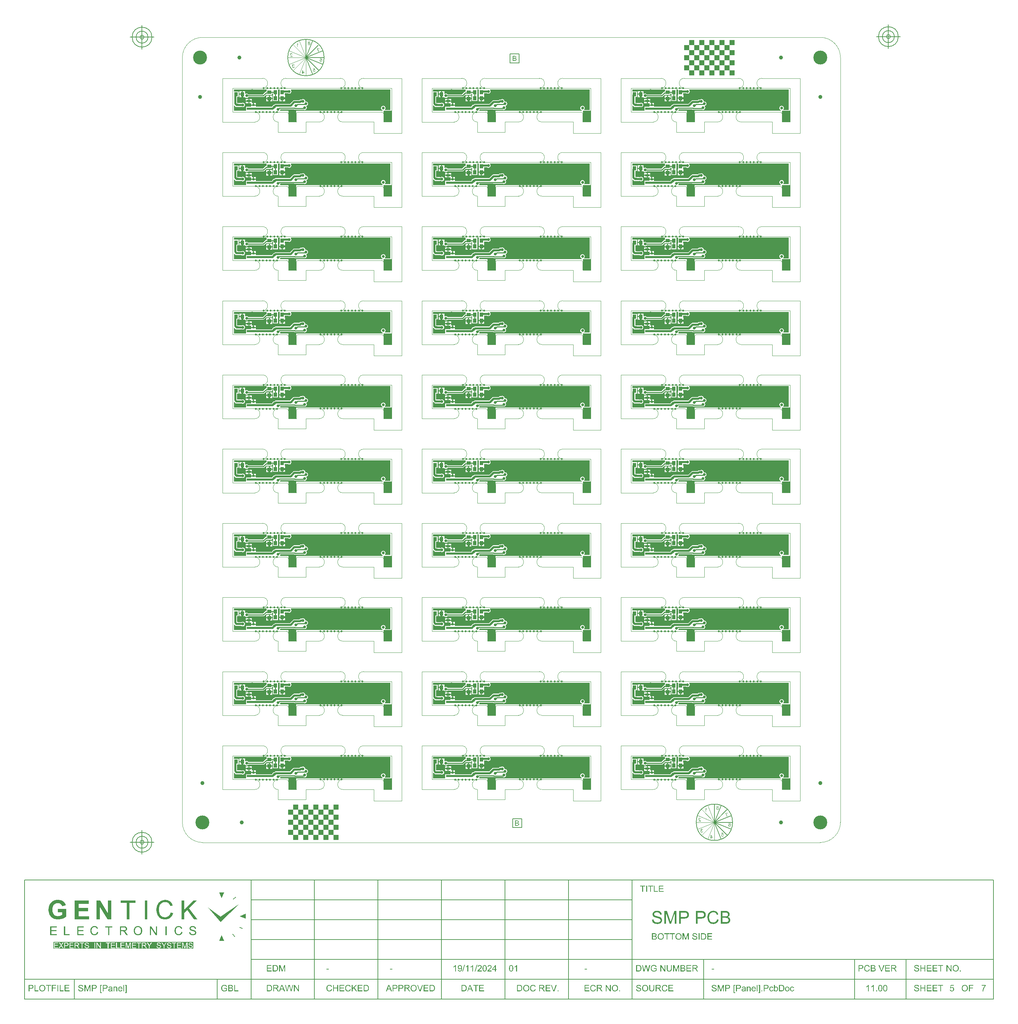
<source format=gbl>
G04*
G04 #@! TF.GenerationSoftware,Altium Limited,Altium Designer,25.0.2 (28)*
G04*
G04 Layer_Physical_Order=2*
G04 Layer_Color=255*
%FSLAX24Y24*%
%MOIN*%
G70*
G04*
G04 #@! TF.SameCoordinates,BAA0B08D-9D87-43D8-96EE-EFDE37164EB2*
G04*
G04*
G04 #@! TF.FilePolarity,Positive*
G04*
G01*
G75*
%ADD10C,0.0079*%
%ADD11C,0.0080*%
%ADD12C,0.0394*%
%ADD14C,0.0040*%
%ADD15C,0.0050*%
%ADD16C,0.0060*%
%ADD17C,0.0010*%
%ADD18C,0.0070*%
%ADD19C,0.0020*%
%ADD20C,0.0030*%
%ADD26R,0.0244X0.0244*%
%ADD29R,0.0787X0.0787*%
%ADD30C,0.0197*%
%ADD31C,0.0098*%
%ADD33C,0.1378*%
%ADD34C,0.0197*%
%ADD35C,0.0276*%
%ADD36R,0.0354X0.0394*%
%ADD37R,0.0354X0.0394*%
%ADD38R,0.0394X0.0374*%
%ADD39R,0.0394X0.0236*%
%ADD40R,0.0374X0.0394*%
G36*
X11405Y79148D02*
X11411Y79140D01*
X11417Y79132D01*
X11424Y79125D01*
X11430Y79119D01*
X11434Y79114D01*
X11436Y79112D01*
X11438Y79111D01*
X11438Y79110D01*
X11439Y79110D01*
X11450Y79101D01*
X11460Y79093D01*
X11470Y79086D01*
X11481Y79080D01*
X11489Y79075D01*
X11493Y79073D01*
X11496Y79072D01*
X11498Y79070D01*
X11500Y79070D01*
X11501Y79068D01*
X11502D01*
Y79027D01*
X11494Y79030D01*
X11487Y79033D01*
X11479Y79037D01*
X11472Y79040D01*
X11466Y79044D01*
X11461Y79046D01*
X11458Y79048D01*
X11457Y79049D01*
X11457D01*
X11447Y79054D01*
X11439Y79060D01*
X11432Y79065D01*
X11427Y79070D01*
X11422Y79073D01*
X11418Y79076D01*
X11416Y79078D01*
X11415Y79079D01*
Y78803D01*
X11372D01*
Y79157D01*
X11400D01*
X11405Y79148D01*
D02*
G37*
G36*
X54750Y79000D02*
X54250D01*
Y79500D01*
X54750D01*
Y79000D01*
D02*
G37*
G36*
X12576Y79353D02*
X12584Y79353D01*
X12599Y79350D01*
X12605Y79348D01*
X12611Y79346D01*
X12617Y79343D01*
X12622Y79341D01*
X12626Y79338D01*
X12630Y79336D01*
X12634Y79334D01*
X12636Y79332D01*
X12638Y79330D01*
X12640Y79328D01*
X12641Y79328D01*
X12641Y79327D01*
X12646Y79322D01*
X12650Y79317D01*
X12654Y79312D01*
X12657Y79306D01*
X12662Y79295D01*
X12665Y79285D01*
X12667Y79277D01*
X12668Y79272D01*
X12668Y79269D01*
X12669Y79266D01*
Y79264D01*
Y79263D01*
Y79263D01*
X12668Y79254D01*
X12667Y79245D01*
X12665Y79237D01*
X12662Y79231D01*
X12660Y79226D01*
X12658Y79222D01*
X12657Y79220D01*
X12656Y79219D01*
X12650Y79212D01*
X12644Y79207D01*
X12638Y79202D01*
X12631Y79198D01*
X12625Y79195D01*
X12620Y79193D01*
X12618Y79192D01*
X12617Y79191D01*
X12616Y79191D01*
X12616D01*
X12628Y79187D01*
X12637Y79182D01*
X12646Y79177D01*
X12653Y79172D01*
X12659Y79167D01*
X12663Y79163D01*
X12665Y79160D01*
X12666Y79159D01*
Y79159D01*
X12671Y79150D01*
X12676Y79140D01*
X12679Y79131D01*
X12681Y79122D01*
X12682Y79114D01*
X12683Y79110D01*
Y79107D01*
X12683Y79105D01*
Y79103D01*
Y79102D01*
Y79101D01*
X12683Y79093D01*
X12682Y79085D01*
X12680Y79078D01*
X12678Y79070D01*
X12673Y79057D01*
X12670Y79051D01*
X12667Y79046D01*
X12664Y79041D01*
X12662Y79037D01*
X12659Y79033D01*
X12657Y79030D01*
X12655Y79028D01*
X12653Y79026D01*
X12652Y79025D01*
X12652Y79025D01*
X12645Y79019D01*
X12639Y79014D01*
X12632Y79010D01*
X12625Y79007D01*
X12618Y79004D01*
X12611Y79002D01*
X12597Y78998D01*
X12591Y78997D01*
X12585Y78996D01*
X12580Y78995D01*
X12576Y78995D01*
X12572Y78994D01*
X12567D01*
X12557Y78995D01*
X12549Y78996D01*
X12540Y78997D01*
X12532Y78999D01*
X12525Y79001D01*
X12518Y79004D01*
X12511Y79006D01*
X12505Y79009D01*
X12500Y79012D01*
X12496Y79015D01*
X12492Y79017D01*
X12489Y79020D01*
X12486Y79022D01*
X12485Y79023D01*
X12484Y79024D01*
X12483Y79025D01*
X12477Y79031D01*
X12472Y79037D01*
X12468Y79043D01*
X12465Y79050D01*
X12461Y79056D01*
X12459Y79062D01*
X12455Y79074D01*
X12454Y79080D01*
X12452Y79085D01*
X12452Y79089D01*
X12451Y79093D01*
X12451Y79096D01*
Y79098D01*
Y79100D01*
Y79100D01*
X12451Y79112D01*
X12454Y79123D01*
X12457Y79132D01*
X12460Y79141D01*
X12463Y79147D01*
X12466Y79152D01*
X12468Y79155D01*
X12468Y79156D01*
Y79156D01*
X12475Y79165D01*
X12483Y79172D01*
X12491Y79177D01*
X12499Y79182D01*
X12506Y79186D01*
X12512Y79188D01*
X12514Y79190D01*
X12516Y79190D01*
X12517Y79191D01*
X12517D01*
X12508Y79195D01*
X12500Y79199D01*
X12494Y79204D01*
X12488Y79208D01*
X12484Y79212D01*
X12481Y79215D01*
X12479Y79218D01*
X12478Y79219D01*
X12474Y79226D01*
X12471Y79233D01*
X12468Y79240D01*
X12467Y79247D01*
X12466Y79253D01*
X12465Y79257D01*
Y79260D01*
Y79261D01*
Y79261D01*
X12466Y79268D01*
X12466Y79275D01*
X12470Y79288D01*
X12474Y79299D01*
X12479Y79309D01*
X12485Y79316D01*
X12487Y79319D01*
X12489Y79322D01*
X12491Y79324D01*
X12493Y79326D01*
X12493Y79326D01*
X12494Y79327D01*
X12499Y79332D01*
X12505Y79336D01*
X12511Y79340D01*
X12517Y79343D01*
X12529Y79347D01*
X12542Y79350D01*
X12547Y79352D01*
X12552Y79352D01*
X12556Y79353D01*
X12560Y79353D01*
X12563Y79354D01*
X12568D01*
X12576Y79353D01*
D02*
G37*
G36*
X13569Y78617D02*
X13396D01*
X13409Y78602D01*
X13420Y78587D01*
X13430Y78571D01*
X13440Y78557D01*
X13444Y78550D01*
X13448Y78544D01*
X13451Y78538D01*
X13454Y78534D01*
X13456Y78530D01*
X13457Y78527D01*
X13458Y78525D01*
X13459Y78524D01*
X13469Y78504D01*
X13478Y78484D01*
X13486Y78464D01*
X13489Y78456D01*
X13492Y78447D01*
X13495Y78439D01*
X13497Y78432D01*
X13499Y78426D01*
X13501Y78421D01*
X13502Y78417D01*
X13503Y78413D01*
X13504Y78411D01*
Y78411D01*
X13509Y78390D01*
X13511Y78380D01*
X13512Y78371D01*
X13514Y78362D01*
X13515Y78353D01*
X13516Y78346D01*
X13517Y78339D01*
X13518Y78333D01*
X13519Y78327D01*
X13519Y78322D01*
Y78318D01*
X13520Y78315D01*
Y78313D01*
Y78312D01*
Y78311D01*
X13475D01*
X13474Y78331D01*
X13471Y78348D01*
X13469Y78365D01*
X13467Y78372D01*
X13466Y78379D01*
X13465Y78386D01*
X13463Y78391D01*
X13462Y78396D01*
X13461Y78400D01*
X13460Y78403D01*
X13459Y78406D01*
X13459Y78407D01*
Y78408D01*
X13451Y78431D01*
X13443Y78453D01*
X13439Y78464D01*
X13435Y78474D01*
X13430Y78483D01*
X13426Y78492D01*
X13423Y78501D01*
X13419Y78508D01*
X13416Y78514D01*
X13414Y78519D01*
X13411Y78524D01*
X13410Y78527D01*
X13409Y78529D01*
X13408Y78530D01*
X13402Y78540D01*
X13396Y78551D01*
X13390Y78561D01*
X13384Y78570D01*
X13378Y78578D01*
X13372Y78586D01*
X13367Y78593D01*
X13362Y78599D01*
X13358Y78605D01*
X13354Y78610D01*
X13350Y78615D01*
X13346Y78618D01*
X13344Y78621D01*
X13342Y78623D01*
X13341Y78624D01*
X13341Y78625D01*
Y78659D01*
X13569D01*
Y78617D01*
D02*
G37*
G36*
X10797Y78172D02*
X10806Y78172D01*
X10814Y78170D01*
X10822Y78169D01*
X10829Y78167D01*
X10836Y78165D01*
X10842Y78162D01*
X10847Y78160D01*
X10852Y78157D01*
X10856Y78154D01*
X10860Y78152D01*
X10863Y78150D01*
X10866Y78149D01*
X10867Y78147D01*
X10868Y78147D01*
X10869Y78146D01*
X10874Y78141D01*
X10878Y78136D01*
X10883Y78130D01*
X10886Y78123D01*
X10893Y78111D01*
X10897Y78099D01*
X10898Y78093D01*
X10900Y78088D01*
X10901Y78083D01*
X10902Y78079D01*
X10902Y78076D01*
Y78073D01*
X10903Y78072D01*
Y78071D01*
X10858Y78066D01*
X10857Y78078D01*
X10855Y78088D01*
X10852Y78097D01*
X10849Y78105D01*
X10846Y78111D01*
X10843Y78115D01*
X10841Y78117D01*
X10840Y78118D01*
X10832Y78124D01*
X10824Y78129D01*
X10815Y78133D01*
X10808Y78135D01*
X10800Y78136D01*
X10794Y78137D01*
X10792Y78137D01*
X10789D01*
X10779Y78137D01*
X10769Y78135D01*
X10761Y78132D01*
X10754Y78129D01*
X10748Y78125D01*
X10744Y78122D01*
X10742Y78120D01*
X10741Y78119D01*
X10735Y78112D01*
X10730Y78105D01*
X10727Y78098D01*
X10725Y78091D01*
X10723Y78085D01*
X10723Y78080D01*
X10722Y78077D01*
Y78077D01*
Y78076D01*
X10723Y78067D01*
X10725Y78057D01*
X10729Y78049D01*
X10732Y78040D01*
X10736Y78034D01*
X10740Y78028D01*
X10741Y78026D01*
X10742Y78025D01*
X10743Y78024D01*
Y78024D01*
X10747Y78018D01*
X10752Y78012D01*
X10758Y78006D01*
X10764Y78000D01*
X10777Y77988D01*
X10789Y77976D01*
X10796Y77970D01*
X10801Y77965D01*
X10807Y77961D01*
X10812Y77956D01*
X10815Y77953D01*
X10818Y77951D01*
X10820Y77949D01*
X10821Y77949D01*
X10834Y77938D01*
X10845Y77928D01*
X10855Y77919D01*
X10863Y77911D01*
X10869Y77905D01*
X10874Y77900D01*
X10876Y77897D01*
X10877Y77896D01*
Y77896D01*
X10884Y77887D01*
X10890Y77879D01*
X10895Y77871D01*
X10899Y77864D01*
X10902Y77858D01*
X10904Y77853D01*
X10905Y77850D01*
X10906Y77850D01*
Y77849D01*
X10908Y77843D01*
X10909Y77838D01*
X10910Y77833D01*
X10910Y77829D01*
X10911Y77825D01*
Y77822D01*
Y77820D01*
Y77819D01*
X10677D01*
Y77861D01*
X10851D01*
X10845Y77869D01*
X10842Y77873D01*
X10839Y77877D01*
X10837Y77880D01*
X10835Y77882D01*
X10833Y77883D01*
X10833Y77884D01*
X10830Y77886D01*
X10827Y77889D01*
X10820Y77895D01*
X10812Y77903D01*
X10803Y77911D01*
X10795Y77917D01*
X10791Y77920D01*
X10788Y77923D01*
X10786Y77925D01*
X10784Y77927D01*
X10783Y77928D01*
X10782Y77928D01*
X10774Y77936D01*
X10766Y77942D01*
X10759Y77949D01*
X10752Y77954D01*
X10746Y77960D01*
X10741Y77965D01*
X10736Y77970D01*
X10732Y77974D01*
X10728Y77978D01*
X10725Y77981D01*
X10722Y77983D01*
X10720Y77986D01*
X10717Y77989D01*
X10716Y77990D01*
X10709Y77999D01*
X10703Y78006D01*
X10698Y78014D01*
X10694Y78020D01*
X10691Y78026D01*
X10688Y78030D01*
X10687Y78032D01*
X10687Y78033D01*
X10684Y78041D01*
X10682Y78049D01*
X10680Y78056D01*
X10679Y78062D01*
X10678Y78067D01*
X10678Y78072D01*
Y78074D01*
Y78075D01*
X10678Y78083D01*
X10679Y78090D01*
X10680Y78097D01*
X10682Y78103D01*
X10687Y78115D01*
X10693Y78125D01*
X10696Y78130D01*
X10698Y78133D01*
X10701Y78137D01*
X10703Y78139D01*
X10705Y78141D01*
X10706Y78143D01*
X10707Y78144D01*
X10708Y78144D01*
X10713Y78149D01*
X10720Y78154D01*
X10726Y78158D01*
X10733Y78161D01*
X10746Y78166D01*
X10759Y78169D01*
X10765Y78170D01*
X10770Y78171D01*
X10776Y78172D01*
X10780Y78172D01*
X10783Y78173D01*
X10788D01*
X10797Y78172D01*
D02*
G37*
G36*
X53750Y79000D02*
X54250D01*
Y78500D01*
X54750D01*
Y78000D01*
X54250D01*
Y78500D01*
X53750D01*
Y79000D01*
X53250D01*
Y79500D01*
X53750D01*
Y79000D01*
D02*
G37*
G36*
X13748Y77680D02*
X13757Y77679D01*
X13766Y77677D01*
X13775Y77675D01*
X13783Y77671D01*
X13790Y77668D01*
X13797Y77664D01*
X13803Y77660D01*
X13808Y77657D01*
X13813Y77653D01*
X13817Y77650D01*
X13820Y77647D01*
X13823Y77644D01*
X13825Y77641D01*
X13826Y77640D01*
X13827Y77640D01*
X13833Y77631D01*
X13839Y77620D01*
X13844Y77609D01*
X13848Y77597D01*
X13852Y77585D01*
X13855Y77573D01*
X13858Y77560D01*
X13860Y77548D01*
X13861Y77537D01*
X13862Y77526D01*
X13863Y77516D01*
X13864Y77508D01*
Y77501D01*
X13864Y77496D01*
Y77494D01*
Y77492D01*
Y77492D01*
Y77491D01*
X13864Y77475D01*
X13863Y77460D01*
X13861Y77446D01*
X13859Y77432D01*
X13856Y77421D01*
X13853Y77410D01*
X13850Y77400D01*
X13847Y77392D01*
X13844Y77384D01*
X13841Y77378D01*
X13838Y77373D01*
X13835Y77368D01*
X13833Y77365D01*
X13832Y77363D01*
X13831Y77361D01*
X13830Y77361D01*
X13823Y77353D01*
X13816Y77347D01*
X13809Y77342D01*
X13802Y77338D01*
X13794Y77334D01*
X13787Y77330D01*
X13780Y77328D01*
X13773Y77326D01*
X13767Y77324D01*
X13761Y77323D01*
X13756Y77322D01*
X13751Y77321D01*
X13747D01*
X13745Y77321D01*
X13742D01*
X13730Y77321D01*
X13720Y77323D01*
X13710Y77325D01*
X13701Y77328D01*
X13695Y77331D01*
X13690Y77334D01*
X13688Y77334D01*
X13686Y77335D01*
X13686Y77336D01*
X13685D01*
X13676Y77342D01*
X13668Y77349D01*
X13662Y77356D01*
X13656Y77363D01*
X13651Y77370D01*
X13648Y77375D01*
X13647Y77377D01*
X13646Y77378D01*
X13646Y77379D01*
Y77379D01*
X13641Y77390D01*
X13637Y77401D01*
X13635Y77411D01*
X13633Y77421D01*
X13632Y77429D01*
Y77432D01*
X13631Y77435D01*
Y77438D01*
Y77439D01*
Y77440D01*
Y77441D01*
X13632Y77450D01*
X13633Y77459D01*
X13634Y77467D01*
X13636Y77475D01*
X13638Y77482D01*
X13641Y77489D01*
X13643Y77495D01*
X13646Y77501D01*
X13649Y77506D01*
X13652Y77511D01*
X13654Y77514D01*
X13657Y77518D01*
X13659Y77520D01*
X13660Y77522D01*
X13661Y77523D01*
X13662Y77523D01*
X13667Y77529D01*
X13673Y77534D01*
X13680Y77538D01*
X13686Y77542D01*
X13692Y77545D01*
X13698Y77548D01*
X13710Y77551D01*
X13715Y77553D01*
X13720Y77554D01*
X13724Y77554D01*
X13728Y77555D01*
X13731Y77555D01*
X13735D01*
X13745Y77555D01*
X13753Y77553D01*
X13761Y77552D01*
X13768Y77550D01*
X13775Y77547D01*
X13779Y77546D01*
X13782Y77544D01*
X13783Y77544D01*
X13783D01*
X13791Y77539D01*
X13799Y77533D01*
X13805Y77527D01*
X13810Y77521D01*
X13815Y77516D01*
X13818Y77512D01*
X13820Y77509D01*
X13821Y77509D01*
Y77518D01*
X13820Y77527D01*
X13820Y77535D01*
X13819Y77543D01*
X13818Y77550D01*
X13817Y77557D01*
X13816Y77563D01*
X13815Y77569D01*
X13814Y77574D01*
X13813Y77578D01*
X13812Y77581D01*
X13811Y77584D01*
X13810Y77587D01*
X13810Y77588D01*
X13809Y77589D01*
Y77590D01*
X13804Y77600D01*
X13799Y77609D01*
X13793Y77616D01*
X13788Y77622D01*
X13784Y77627D01*
X13780Y77631D01*
X13778Y77633D01*
X13777Y77633D01*
X13771Y77637D01*
X13764Y77640D01*
X13758Y77642D01*
X13752Y77644D01*
X13748Y77645D01*
X13744Y77645D01*
X13740D01*
X13731Y77644D01*
X13722Y77642D01*
X13715Y77639D01*
X13708Y77636D01*
X13703Y77632D01*
X13700Y77629D01*
X13698Y77627D01*
X13697Y77626D01*
X13693Y77622D01*
X13690Y77616D01*
X13687Y77610D01*
X13684Y77604D01*
X13682Y77598D01*
X13681Y77594D01*
X13680Y77591D01*
X13680Y77590D01*
Y77590D01*
X13637Y77593D01*
X13640Y77607D01*
X13644Y77620D01*
X13649Y77631D01*
X13655Y77640D01*
X13661Y77648D01*
X13663Y77651D01*
X13665Y77653D01*
X13667Y77655D01*
X13668Y77656D01*
X13669Y77657D01*
X13669Y77657D01*
X13674Y77661D01*
X13680Y77665D01*
X13691Y77671D01*
X13702Y77675D01*
X13713Y77678D01*
X13723Y77680D01*
X13727Y77680D01*
X13730D01*
X13733Y77681D01*
X13737D01*
X13748Y77680D01*
D02*
G37*
G36*
X32951Y77917D02*
X32957D01*
X32970Y77915D01*
X32985Y77914D01*
X33000Y77911D01*
X33016Y77907D01*
X33029Y77902D01*
X33030D01*
X33031Y77901D01*
X33035Y77899D01*
X33042Y77896D01*
X33049Y77890D01*
X33058Y77884D01*
X33067Y77876D01*
X33076Y77866D01*
X33084Y77855D01*
X33085Y77853D01*
X33087Y77849D01*
X33091Y77843D01*
X33094Y77834D01*
X33098Y77824D01*
X33102Y77813D01*
X33104Y77801D01*
X33105Y77788D01*
Y77787D01*
Y77783D01*
X33104Y77777D01*
X33102Y77769D01*
X33100Y77759D01*
X33096Y77749D01*
X33092Y77739D01*
X33086Y77728D01*
X33086Y77726D01*
X33083Y77724D01*
X33079Y77718D01*
X33073Y77712D01*
X33066Y77705D01*
X33057Y77697D01*
X33046Y77689D01*
X33034Y77682D01*
X33035D01*
X33036Y77681D01*
X33038Y77681D01*
X33041Y77679D01*
X33050Y77676D01*
X33060Y77671D01*
X33071Y77664D01*
X33083Y77656D01*
X33094Y77647D01*
X33105Y77635D01*
X33105Y77634D01*
X33108Y77629D01*
X33113Y77623D01*
X33117Y77614D01*
X33121Y77602D01*
X33126Y77590D01*
X33129Y77576D01*
X33129Y77559D01*
Y77559D01*
Y77558D01*
Y77554D01*
X33129Y77546D01*
X33127Y77538D01*
X33126Y77527D01*
X33123Y77516D01*
X33119Y77505D01*
X33114Y77493D01*
X33113Y77492D01*
X33111Y77488D01*
X33108Y77483D01*
X33104Y77476D01*
X33098Y77468D01*
X33092Y77460D01*
X33085Y77452D01*
X33077Y77446D01*
X33076Y77445D01*
X33073Y77443D01*
X33068Y77440D01*
X33061Y77437D01*
X33053Y77433D01*
X33044Y77428D01*
X33034Y77425D01*
X33021Y77421D01*
X33020D01*
X33016Y77420D01*
X33008Y77419D01*
X32999Y77417D01*
X32987Y77416D01*
X32973Y77414D01*
X32958Y77414D01*
X32940Y77413D01*
X32748D01*
Y77917D01*
X32946D01*
X32951Y77917D01*
D02*
G37*
G36*
X52750Y79000D02*
X53250D01*
Y78500D01*
X53750D01*
Y78000D01*
X54250D01*
Y77500D01*
X54750D01*
Y77000D01*
X54250D01*
Y77500D01*
X53750D01*
Y78000D01*
X53250D01*
Y78500D01*
X52750D01*
Y79000D01*
X52250D01*
Y79500D01*
X52750D01*
Y79000D01*
D02*
G37*
G36*
X11013Y77089D02*
X11027Y77087D01*
X11039Y77083D01*
X11049Y77078D01*
X11053Y77076D01*
X11057Y77074D01*
X11060Y77072D01*
X11063Y77070D01*
X11065Y77068D01*
X11067Y77067D01*
X11068Y77067D01*
X11068Y77066D01*
X11078Y77057D01*
X11085Y77046D01*
X11091Y77035D01*
X11097Y77023D01*
X11100Y77014D01*
X11101Y77010D01*
X11102Y77006D01*
X11103Y77003D01*
X11103Y77001D01*
X11104Y77000D01*
Y76999D01*
X11060Y76991D01*
X11058Y77003D01*
X11055Y77012D01*
X11052Y77020D01*
X11048Y77027D01*
X11045Y77032D01*
X11042Y77036D01*
X11040Y77038D01*
X11039Y77039D01*
X11032Y77044D01*
X11025Y77048D01*
X11019Y77050D01*
X11012Y77052D01*
X11006Y77053D01*
X11001Y77055D01*
X10997D01*
X10988Y77054D01*
X10980Y77052D01*
X10973Y77049D01*
X10967Y77047D01*
X10962Y77044D01*
X10959Y77041D01*
X10956Y77039D01*
X10956Y77039D01*
X10950Y77033D01*
X10946Y77026D01*
X10943Y77019D01*
X10941Y77013D01*
X10940Y77008D01*
X10939Y77004D01*
Y77001D01*
Y77000D01*
Y77000D01*
Y76994D01*
X10940Y76989D01*
X10943Y76980D01*
X10946Y76973D01*
X10950Y76966D01*
X10955Y76961D01*
X10958Y76958D01*
X10961Y76956D01*
X10961Y76955D01*
X10962D01*
X10970Y76951D01*
X10978Y76947D01*
X10987Y76945D01*
X10995Y76943D01*
X11001Y76942D01*
X11007Y76941D01*
X11014D01*
X11016Y76941D01*
X11018D01*
X11023Y76903D01*
X11017Y76905D01*
X11011Y76906D01*
X11005Y76907D01*
X11001Y76907D01*
X10997Y76908D01*
X10993D01*
X10982Y76907D01*
X10972Y76905D01*
X10964Y76902D01*
X10957Y76898D01*
X10951Y76895D01*
X10947Y76892D01*
X10944Y76890D01*
X10943Y76889D01*
X10937Y76881D01*
X10932Y76873D01*
X10928Y76865D01*
X10926Y76856D01*
X10925Y76850D01*
X10924Y76844D01*
X10924Y76842D01*
Y76841D01*
Y76840D01*
Y76839D01*
X10925Y76828D01*
X10927Y76818D01*
X10930Y76809D01*
X10934Y76802D01*
X10938Y76795D01*
X10941Y76791D01*
X10944Y76788D01*
X10945Y76787D01*
X10953Y76780D01*
X10962Y76775D01*
X10970Y76771D01*
X10978Y76768D01*
X10986Y76767D01*
X10991Y76766D01*
X10993Y76766D01*
X10996D01*
X11005Y76766D01*
X11014Y76768D01*
X11022Y76771D01*
X11028Y76774D01*
X11033Y76777D01*
X11037Y76779D01*
X11039Y76781D01*
X11040Y76782D01*
X11046Y76789D01*
X11051Y76797D01*
X11056Y76806D01*
X11059Y76815D01*
X11062Y76822D01*
X11063Y76826D01*
X11063Y76829D01*
X11064Y76832D01*
X11064Y76834D01*
X11065Y76835D01*
Y76835D01*
X11108Y76830D01*
X11107Y76821D01*
X11106Y76814D01*
X11101Y76799D01*
X11096Y76787D01*
X11092Y76782D01*
X11089Y76777D01*
X11086Y76773D01*
X11083Y76769D01*
X11081Y76765D01*
X11078Y76763D01*
X11077Y76761D01*
X11075Y76759D01*
X11074Y76758D01*
X11074Y76758D01*
X11068Y76753D01*
X11061Y76749D01*
X11055Y76745D01*
X11049Y76742D01*
X11036Y76737D01*
X11024Y76734D01*
X11018Y76733D01*
X11013Y76732D01*
X11008Y76731D01*
X11004Y76731D01*
X11001Y76730D01*
X10997D01*
X10987Y76731D01*
X10978Y76732D01*
X10970Y76733D01*
X10962Y76735D01*
X10954Y76738D01*
X10947Y76740D01*
X10941Y76743D01*
X10935Y76747D01*
X10930Y76749D01*
X10925Y76752D01*
X10921Y76755D01*
X10918Y76757D01*
X10915Y76759D01*
X10913Y76761D01*
X10912Y76762D01*
X10912Y76762D01*
X10906Y76768D01*
X10901Y76775D01*
X10896Y76782D01*
X10892Y76788D01*
X10889Y76794D01*
X10886Y76801D01*
X10882Y76813D01*
X10881Y76819D01*
X10880Y76824D01*
X10879Y76829D01*
X10878Y76833D01*
X10878Y76836D01*
Y76838D01*
Y76840D01*
Y76840D01*
X10878Y76852D01*
X10880Y76864D01*
X10883Y76873D01*
X10886Y76881D01*
X10889Y76888D01*
X10892Y76893D01*
X10894Y76896D01*
X10895Y76897D01*
X10902Y76905D01*
X10910Y76911D01*
X10918Y76917D01*
X10926Y76921D01*
X10933Y76924D01*
X10939Y76926D01*
X10941Y76926D01*
X10942Y76927D01*
X10943Y76927D01*
X10944D01*
X10935Y76932D01*
X10928Y76936D01*
X10922Y76941D01*
X10917Y76946D01*
X10913Y76950D01*
X10910Y76954D01*
X10908Y76956D01*
X10908Y76957D01*
X10904Y76964D01*
X10901Y76971D01*
X10898Y76978D01*
X10897Y76985D01*
X10896Y76990D01*
X10895Y76994D01*
Y76997D01*
Y76999D01*
X10896Y77007D01*
X10897Y77016D01*
X10899Y77023D01*
X10902Y77030D01*
X10904Y77036D01*
X10906Y77040D01*
X10908Y77043D01*
X10908Y77044D01*
X10913Y77051D01*
X10919Y77058D01*
X10926Y77064D01*
X10932Y77069D01*
X10937Y77072D01*
X10941Y77075D01*
X10944Y77077D01*
X10945Y77077D01*
X10945D01*
X10955Y77081D01*
X10964Y77085D01*
X10973Y77087D01*
X10981Y77089D01*
X10988Y77090D01*
X10993Y77090D01*
X11006D01*
X11013Y77089D01*
D02*
G37*
G36*
X13168Y76509D02*
X13127Y76504D01*
X13123Y76509D01*
X13119Y76514D01*
X13115Y76518D01*
X13111Y76522D01*
X13106Y76524D01*
X13103Y76527D01*
X13101Y76528D01*
X13101Y76528D01*
X13094Y76532D01*
X13088Y76534D01*
X13082Y76536D01*
X13075Y76537D01*
X13070Y76538D01*
X13066Y76538D01*
X13057D01*
X13050Y76537D01*
X13040Y76535D01*
X13031Y76531D01*
X13023Y76527D01*
X13016Y76523D01*
X13012Y76520D01*
X13009Y76517D01*
X13008Y76517D01*
Y76516D01*
X13001Y76508D01*
X12996Y76498D01*
X12992Y76489D01*
X12990Y76479D01*
X12988Y76471D01*
X12988Y76467D01*
Y76464D01*
X12987Y76462D01*
Y76460D01*
Y76459D01*
Y76458D01*
Y76451D01*
X12988Y76444D01*
X12991Y76432D01*
X12995Y76421D01*
X12998Y76412D01*
X13002Y76405D01*
X13006Y76400D01*
X13007Y76398D01*
X13008Y76397D01*
X13009Y76396D01*
X13009Y76396D01*
X13013Y76392D01*
X13017Y76388D01*
X13027Y76382D01*
X13035Y76378D01*
X13044Y76375D01*
X13051Y76373D01*
X13057Y76373D01*
X13059Y76372D01*
X13062D01*
X13072Y76373D01*
X13081Y76375D01*
X13088Y76377D01*
X13094Y76380D01*
X13100Y76383D01*
X13104Y76386D01*
X13106Y76388D01*
X13107Y76388D01*
X13113Y76396D01*
X13118Y76403D01*
X13122Y76412D01*
X13125Y76420D01*
X13127Y76427D01*
X13129Y76433D01*
X13129Y76435D01*
X13130Y76437D01*
Y76438D01*
Y76438D01*
X13175Y76435D01*
X13174Y76427D01*
X13173Y76419D01*
X13168Y76405D01*
X13162Y76393D01*
X13159Y76387D01*
X13156Y76382D01*
X13154Y76378D01*
X13151Y76374D01*
X13148Y76371D01*
X13146Y76368D01*
X13144Y76366D01*
X13143Y76364D01*
X13142Y76364D01*
X13141Y76363D01*
X13135Y76358D01*
X13129Y76354D01*
X13122Y76351D01*
X13116Y76348D01*
X13103Y76343D01*
X13090Y76340D01*
X13085Y76339D01*
X13079Y76338D01*
X13074Y76338D01*
X13070Y76337D01*
X13067Y76337D01*
X13062D01*
X13052Y76337D01*
X13041Y76339D01*
X13032Y76341D01*
X13023Y76343D01*
X13015Y76347D01*
X13007Y76350D01*
X13000Y76354D01*
X12994Y76358D01*
X12988Y76362D01*
X12983Y76366D01*
X12979Y76370D01*
X12976Y76373D01*
X12973Y76375D01*
X12971Y76377D01*
X12970Y76379D01*
X12970Y76379D01*
X12964Y76386D01*
X12960Y76393D01*
X12956Y76400D01*
X12953Y76407D01*
X12948Y76421D01*
X12945Y76434D01*
X12944Y76439D01*
X12943Y76445D01*
X12943Y76450D01*
X12942Y76454D01*
X12942Y76457D01*
Y76460D01*
Y76461D01*
Y76462D01*
X12942Y76471D01*
X12943Y76480D01*
X12945Y76488D01*
X12947Y76496D01*
X12949Y76503D01*
X12952Y76510D01*
X12955Y76516D01*
X12957Y76522D01*
X12960Y76527D01*
X12963Y76532D01*
X12966Y76535D01*
X12969Y76539D01*
X12971Y76541D01*
X12972Y76543D01*
X12973Y76544D01*
X12974Y76544D01*
X12980Y76550D01*
X12986Y76555D01*
X12992Y76559D01*
X12999Y76563D01*
X13006Y76566D01*
X13012Y76569D01*
X13025Y76572D01*
X13030Y76574D01*
X13035Y76575D01*
X13040Y76575D01*
X13044Y76576D01*
X13047Y76576D01*
X13058D01*
X13064Y76575D01*
X13076Y76573D01*
X13088Y76569D01*
X13098Y76565D01*
X13106Y76561D01*
X13110Y76559D01*
X13113Y76557D01*
X13115Y76556D01*
X13117Y76555D01*
X13118Y76554D01*
X13118Y76554D01*
X13099Y76649D01*
X12958D01*
Y76690D01*
X13133D01*
X13168Y76509D01*
D02*
G37*
G36*
X12093Y76270D02*
Y76230D01*
X11939D01*
Y76146D01*
X11896D01*
Y76230D01*
X11848D01*
Y76270D01*
X11896D01*
Y76498D01*
X11931D01*
X12093Y76270D01*
D02*
G37*
G36*
X51750Y79000D02*
X52250D01*
Y78500D01*
X52750D01*
Y78000D01*
X53250D01*
Y77500D01*
X53750D01*
Y77000D01*
X54250D01*
Y76500D01*
X54750D01*
Y76000D01*
X54250D01*
Y76500D01*
X53750D01*
Y77000D01*
X53250D01*
Y77500D01*
X52750D01*
Y78000D01*
X52250D01*
Y78500D01*
X51750D01*
Y79000D01*
X51250D01*
Y79500D01*
X51750D01*
Y79000D01*
D02*
G37*
G36*
X50750D02*
X51250D01*
Y78500D01*
X51750D01*
Y78000D01*
X52250D01*
Y77500D01*
X52750D01*
Y77000D01*
X53250D01*
Y76500D01*
X53750D01*
Y76000D01*
X53250D01*
Y76500D01*
X52750D01*
Y77000D01*
X52250D01*
Y77500D01*
X51750D01*
Y78000D01*
X51250D01*
Y78500D01*
X50750D01*
Y79000D01*
X50250D01*
Y79500D01*
X50750D01*
Y79000D01*
D02*
G37*
G36*
X50250Y78500D02*
X50750D01*
Y78000D01*
X51250D01*
Y77500D01*
X51750D01*
Y77000D01*
X52250D01*
Y76500D01*
X52750D01*
Y76000D01*
X52250D01*
Y76500D01*
X51750D01*
Y77000D01*
X51250D01*
Y77500D01*
X50750D01*
Y78000D01*
X50250D01*
Y78500D01*
X49750D01*
Y79000D01*
X50250D01*
Y78500D01*
D02*
G37*
G36*
Y77500D02*
X50750D01*
Y77000D01*
X51250D01*
Y76500D01*
X51750D01*
Y76000D01*
X51250D01*
Y76500D01*
X50750D01*
Y77000D01*
X50250D01*
Y77500D01*
X49750D01*
Y78000D01*
X50250D01*
Y77500D01*
D02*
G37*
G36*
Y76500D02*
X50750D01*
Y76000D01*
X50250D01*
Y76500D01*
X49750D01*
Y77000D01*
X50250D01*
Y76500D01*
D02*
G37*
G36*
X60126Y72551D02*
X59598D01*
X59581Y72601D01*
X59621Y72662D01*
X59638Y72746D01*
X59621Y72831D01*
X59573Y72902D01*
X59502Y72950D01*
X59417Y72967D01*
X59333Y72950D01*
X59261Y72902D01*
X59213Y72831D01*
X59197Y72746D01*
X59213Y72662D01*
X59261Y72590D01*
X59333Y72542D01*
X59353Y72493D01*
X59343Y72470D01*
X50795D01*
Y72116D01*
X50008D01*
Y72470D01*
X49200D01*
X49173Y72520D01*
X49188Y72543D01*
X49203Y72616D01*
X50567D01*
X50596Y72596D01*
X50646Y72586D01*
X51531D01*
X51538Y72581D01*
X51622Y72565D01*
X51707Y72581D01*
X51778Y72629D01*
X51826Y72701D01*
X51843Y72785D01*
X51826Y72870D01*
X51794Y72918D01*
X51814Y72973D01*
X51825Y72975D01*
X51896Y73023D01*
X51944Y73095D01*
X51961Y73179D01*
X51944Y73264D01*
X51896Y73335D01*
X51825Y73383D01*
X51740Y73400D01*
X51729Y73398D01*
X51682Y73432D01*
X51669Y73500D01*
X51621Y73571D01*
X51549Y73619D01*
X51465Y73636D01*
X51380Y73619D01*
X51345Y73596D01*
X51246D01*
X51177Y73582D01*
X51119Y73543D01*
X51093Y73517D01*
X50598D01*
X50529Y73503D01*
X50471Y73464D01*
X50159Y73153D01*
X48759D01*
X48690Y73139D01*
X48632Y73100D01*
X48613Y73082D01*
X48545Y73068D01*
X48474Y73020D01*
X48426Y72949D01*
X48418Y72907D01*
X48378Y72868D01*
X46765D01*
Y72991D01*
X46543D01*
X46321D01*
Y72884D01*
X45815D01*
Y72490D01*
X45773Y72470D01*
X44614D01*
Y72993D01*
X44660Y73012D01*
X44720Y72953D01*
X44752Y72932D01*
Y72864D01*
X45303D01*
Y72880D01*
X45361D01*
X45396Y72857D01*
X45480Y72840D01*
X45565Y72857D01*
X45636Y72905D01*
X45684Y72977D01*
X45701Y73061D01*
X45684Y73146D01*
X45636Y73217D01*
X45565Y73265D01*
X45480Y73282D01*
X45396Y73265D01*
X45361Y73242D01*
X45303D01*
Y73258D01*
X45025D01*
X45008Y73261D01*
X44922D01*
X44913Y73271D01*
Y73848D01*
X45077D01*
Y74400D01*
X44614D01*
Y74596D01*
X47797D01*
X47843Y74587D01*
Y74373D01*
X47803D01*
X47753Y74363D01*
X47711Y74334D01*
X47474Y74097D01*
X46047D01*
X46030Y74123D01*
X45958Y74171D01*
X45874Y74187D01*
X45790Y74171D01*
X45772Y74159D01*
X45728Y74182D01*
Y74421D01*
X45491D01*
Y74124D01*
Y73827D01*
X45707D01*
X45718Y73810D01*
X45790Y73763D01*
X45874Y73746D01*
X45958Y73763D01*
X46030Y73810D01*
X46047Y73836D01*
X47528D01*
X47577Y73846D01*
X47620Y73874D01*
X47813Y74067D01*
X47843Y74055D01*
Y74055D01*
X48394D01*
Y74190D01*
X48472D01*
Y74045D01*
X48472D01*
X48472Y74006D01*
X48472D01*
Y73455D01*
X48984D01*
Y74006D01*
X48984D01*
X48984Y74045D01*
X48984D01*
Y74596D01*
X49142D01*
X49142Y74068D01*
X49120Y74027D01*
X49120Y74004D01*
Y73780D01*
X49398D01*
X49675D01*
X49675Y74027D01*
X49654Y74068D01*
X49654Y74219D01*
X49967D01*
X50002Y74196D01*
X50087Y74179D01*
X50171Y74196D01*
X50243Y74243D01*
X50291Y74315D01*
X50307Y74400D01*
X50291Y74484D01*
X50249Y74546D01*
X50265Y74596D01*
X60126D01*
Y72551D01*
D02*
G37*
G36*
X40378D02*
X39850D01*
X39833Y72601D01*
X39873Y72662D01*
X39890Y72746D01*
X39873Y72831D01*
X39825Y72902D01*
X39754Y72950D01*
X39669Y72967D01*
X39585Y72950D01*
X39513Y72902D01*
X39465Y72831D01*
X39449Y72746D01*
X39465Y72662D01*
X39513Y72590D01*
X39585Y72542D01*
X39605Y72493D01*
X39595Y72470D01*
X31047D01*
Y72116D01*
X30260D01*
Y72470D01*
X29452D01*
X29425Y72520D01*
X29440Y72543D01*
X29455Y72616D01*
X30819D01*
X30848Y72596D01*
X30898Y72586D01*
X31783D01*
X31790Y72581D01*
X31874Y72565D01*
X31958Y72581D01*
X32030Y72629D01*
X32078Y72701D01*
X32095Y72785D01*
X32078Y72870D01*
X32046Y72918D01*
X32066Y72973D01*
X32077Y72975D01*
X32148Y73023D01*
X32196Y73095D01*
X32213Y73179D01*
X32196Y73264D01*
X32148Y73335D01*
X32077Y73383D01*
X31992Y73400D01*
X31981Y73398D01*
X31934Y73432D01*
X31920Y73500D01*
X31873Y73571D01*
X31801Y73619D01*
X31717Y73636D01*
X31632Y73619D01*
X31597Y73596D01*
X31498D01*
X31429Y73582D01*
X31371Y73543D01*
X31345Y73517D01*
X30850D01*
X30781Y73503D01*
X30723Y73464D01*
X30411Y73153D01*
X29011D01*
X28942Y73139D01*
X28884Y73100D01*
X28865Y73082D01*
X28797Y73068D01*
X28726Y73020D01*
X28678Y72949D01*
X28670Y72907D01*
X28630Y72868D01*
X27017D01*
Y72991D01*
X26795D01*
X26573D01*
Y72884D01*
X26067D01*
Y72490D01*
X26025Y72470D01*
X24866D01*
Y72993D01*
X24912Y73012D01*
X24972Y72953D01*
X25004Y72932D01*
Y72864D01*
X25555D01*
Y72880D01*
X25613D01*
X25648Y72857D01*
X25732Y72840D01*
X25817Y72857D01*
X25888Y72905D01*
X25936Y72977D01*
X25953Y73061D01*
X25936Y73146D01*
X25888Y73217D01*
X25817Y73265D01*
X25732Y73282D01*
X25648Y73265D01*
X25613Y73242D01*
X25555D01*
Y73258D01*
X25277D01*
X25260Y73261D01*
X25174D01*
X25165Y73271D01*
Y73848D01*
X25329D01*
Y74400D01*
X24866D01*
Y74596D01*
X28049D01*
X28094Y74587D01*
Y74373D01*
X28055D01*
X28005Y74363D01*
X27963Y74334D01*
X27725Y74097D01*
X26299D01*
X26282Y74123D01*
X26210Y74171D01*
X26126Y74187D01*
X26041Y74171D01*
X26024Y74159D01*
X25980Y74182D01*
Y74421D01*
X25743D01*
Y74124D01*
Y73827D01*
X25959D01*
X25970Y73810D01*
X26041Y73763D01*
X26126Y73746D01*
X26210Y73763D01*
X26282Y73810D01*
X26299Y73836D01*
X27780D01*
X27829Y73846D01*
X27872Y73874D01*
X28065Y74067D01*
X28094Y74055D01*
Y74055D01*
X28646D01*
Y74190D01*
X28724D01*
Y74045D01*
X28724D01*
X28724Y74006D01*
X28724D01*
Y73455D01*
X29236D01*
Y74006D01*
X29236D01*
X29236Y74045D01*
X29236D01*
Y74596D01*
X29394D01*
X29394Y74068D01*
X29372Y74027D01*
X29372Y74004D01*
Y73780D01*
X29650D01*
X29927D01*
X29927Y74027D01*
X29906Y74068D01*
X29906Y74219D01*
X30219D01*
X30254Y74196D01*
X30339Y74179D01*
X30423Y74196D01*
X30495Y74243D01*
X30543Y74315D01*
X30559Y74400D01*
X30543Y74484D01*
X30501Y74546D01*
X30517Y74596D01*
X40378D01*
Y72551D01*
D02*
G37*
G36*
X20630D02*
X20102D01*
X20085Y72601D01*
X20125Y72662D01*
X20142Y72746D01*
X20125Y72831D01*
X20077Y72902D01*
X20006Y72950D01*
X19921Y72967D01*
X19837Y72950D01*
X19765Y72902D01*
X19717Y72831D01*
X19700Y72746D01*
X19717Y72662D01*
X19765Y72590D01*
X19837Y72542D01*
X19857Y72493D01*
X19847Y72470D01*
X11299D01*
Y72116D01*
X10512D01*
Y72470D01*
X9704D01*
X9677Y72520D01*
X9692Y72543D01*
X9707Y72616D01*
X11071D01*
X11100Y72596D01*
X11150Y72586D01*
X12035D01*
X12041Y72581D01*
X12126Y72565D01*
X12210Y72581D01*
X12282Y72629D01*
X12330Y72701D01*
X12347Y72785D01*
X12330Y72870D01*
X12298Y72918D01*
X12318Y72973D01*
X12329Y72975D01*
X12400Y73023D01*
X12448Y73095D01*
X12465Y73179D01*
X12448Y73264D01*
X12400Y73335D01*
X12329Y73383D01*
X12244Y73400D01*
X12233Y73398D01*
X12186Y73432D01*
X12172Y73500D01*
X12125Y73571D01*
X12053Y73619D01*
X11968Y73636D01*
X11884Y73619D01*
X11849Y73596D01*
X11750D01*
X11681Y73582D01*
X11623Y73543D01*
X11597Y73517D01*
X11102D01*
X11033Y73503D01*
X10975Y73464D01*
X10663Y73153D01*
X9263D01*
X9194Y73139D01*
X9136Y73100D01*
X9117Y73082D01*
X9049Y73068D01*
X8978Y73020D01*
X8930Y72949D01*
X8922Y72907D01*
X8882Y72868D01*
X7269D01*
Y72991D01*
X7047D01*
X6825D01*
Y72884D01*
X6319D01*
Y72490D01*
X6277Y72470D01*
X5118D01*
Y72993D01*
X5164Y73012D01*
X5224Y72953D01*
X5256Y72932D01*
Y72864D01*
X5807D01*
Y72880D01*
X5865D01*
X5900Y72857D01*
X5984Y72840D01*
X6069Y72857D01*
X6140Y72905D01*
X6188Y72977D01*
X6205Y73061D01*
X6188Y73146D01*
X6140Y73217D01*
X6069Y73265D01*
X5984Y73282D01*
X5900Y73265D01*
X5865Y73242D01*
X5807D01*
Y73258D01*
X5529D01*
X5512Y73261D01*
X5426D01*
X5417Y73271D01*
Y73848D01*
X5581D01*
Y74400D01*
X5118D01*
Y74596D01*
X8301D01*
X8346Y74587D01*
Y74373D01*
X8307D01*
X8257Y74363D01*
X8215Y74334D01*
X7977Y74097D01*
X6551D01*
X6534Y74123D01*
X6462Y74171D01*
X6378Y74187D01*
X6293Y74171D01*
X6276Y74159D01*
X6232Y74182D01*
Y74421D01*
X5995D01*
Y74124D01*
Y73827D01*
X6211D01*
X6222Y73810D01*
X6293Y73763D01*
X6378Y73746D01*
X6462Y73763D01*
X6534Y73810D01*
X6551Y73836D01*
X8031D01*
X8081Y73846D01*
X8124Y73874D01*
X8317Y74067D01*
X8346Y74055D01*
Y74055D01*
X8898D01*
Y74190D01*
X8976D01*
Y74045D01*
X8976D01*
X8976Y74006D01*
X8976D01*
Y73455D01*
X9488D01*
Y74006D01*
X9488D01*
X9488Y74045D01*
X9488D01*
Y74596D01*
X9646D01*
X9646Y74068D01*
X9624Y74027D01*
X9624Y74004D01*
Y73780D01*
X9902D01*
X10179D01*
X10179Y74027D01*
X10157Y74068D01*
X10157Y74219D01*
X10471D01*
X10506Y74196D01*
X10591Y74179D01*
X10675Y74196D01*
X10747Y74243D01*
X10795Y74315D01*
X10811Y74400D01*
X10795Y74484D01*
X10753Y74546D01*
X10769Y74596D01*
X20630D01*
Y72551D01*
D02*
G37*
G36*
X60244Y72116D02*
X59457D01*
Y72470D01*
X60244D01*
Y72116D01*
D02*
G37*
G36*
X40496D02*
X39709D01*
Y72470D01*
X40496D01*
Y72116D01*
D02*
G37*
G36*
X20748D02*
X19961D01*
Y72470D01*
X20748D01*
Y72116D01*
D02*
G37*
G36*
X60126Y65204D02*
X59598D01*
X59581Y65254D01*
X59621Y65315D01*
X59638Y65400D01*
X59621Y65484D01*
X59573Y65556D01*
X59502Y65604D01*
X59417Y65620D01*
X59333Y65604D01*
X59261Y65556D01*
X59213Y65484D01*
X59197Y65400D01*
X59213Y65315D01*
X59261Y65244D01*
X59333Y65196D01*
X59353Y65147D01*
X59343Y65124D01*
X50795D01*
Y64770D01*
X50008D01*
Y65124D01*
X49200D01*
X49173Y65174D01*
X49188Y65197D01*
X49203Y65269D01*
X50567D01*
X50596Y65250D01*
X50646Y65240D01*
X51531D01*
X51538Y65235D01*
X51622Y65218D01*
X51707Y65235D01*
X51778Y65283D01*
X51826Y65354D01*
X51843Y65439D01*
X51826Y65523D01*
X51794Y65572D01*
X51814Y65627D01*
X51825Y65629D01*
X51896Y65677D01*
X51944Y65748D01*
X51961Y65833D01*
X51944Y65917D01*
X51896Y65989D01*
X51825Y66037D01*
X51740Y66053D01*
X51729Y66051D01*
X51682Y66086D01*
X51669Y66153D01*
X51621Y66225D01*
X51549Y66273D01*
X51465Y66290D01*
X51380Y66273D01*
X51345Y66250D01*
X51246D01*
X51177Y66236D01*
X51119Y66197D01*
X51093Y66171D01*
X50598D01*
X50529Y66157D01*
X50471Y66118D01*
X50159Y65807D01*
X48759D01*
X48690Y65793D01*
X48632Y65754D01*
X48613Y65735D01*
X48545Y65722D01*
X48474Y65674D01*
X48426Y65602D01*
X48418Y65561D01*
X48378Y65521D01*
X46765D01*
Y65645D01*
X46543D01*
X46321D01*
Y65537D01*
X45815D01*
Y65144D01*
X45773Y65124D01*
X44614D01*
Y65647D01*
X44660Y65666D01*
X44720Y65607D01*
X44752Y65585D01*
Y65518D01*
X45303D01*
Y65534D01*
X45361D01*
X45396Y65511D01*
X45480Y65494D01*
X45565Y65511D01*
X45636Y65558D01*
X45684Y65630D01*
X45701Y65715D01*
X45684Y65799D01*
X45636Y65871D01*
X45565Y65919D01*
X45480Y65935D01*
X45396Y65919D01*
X45361Y65895D01*
X45303D01*
Y65911D01*
X45025D01*
X45008Y65915D01*
X44922D01*
X44913Y65924D01*
Y66502D01*
X45077D01*
Y67053D01*
X44614D01*
Y67250D01*
X47797D01*
X47843Y67240D01*
Y67026D01*
X47803D01*
X47753Y67016D01*
X47711Y66988D01*
X47474Y66751D01*
X46047D01*
X46030Y66776D01*
X45958Y66824D01*
X45874Y66841D01*
X45790Y66824D01*
X45772Y66812D01*
X45728Y66836D01*
Y67074D01*
X45491D01*
Y66778D01*
Y66481D01*
X45707D01*
X45718Y66464D01*
X45790Y66416D01*
X45874Y66399D01*
X45958Y66416D01*
X46030Y66464D01*
X46047Y66490D01*
X47528D01*
X47577Y66500D01*
X47620Y66528D01*
X47813Y66721D01*
X47843Y66709D01*
Y66709D01*
X48394D01*
Y66844D01*
X48472D01*
Y66699D01*
X48472D01*
X48472Y66659D01*
X48472D01*
Y66108D01*
X48984D01*
Y66659D01*
X48984D01*
X48984Y66699D01*
X48984D01*
Y67250D01*
X49142D01*
X49142Y66722D01*
X49120Y66681D01*
X49120Y66658D01*
Y66434D01*
X49398D01*
X49675D01*
X49675Y66681D01*
X49654Y66722D01*
X49654Y66873D01*
X49967D01*
X50002Y66849D01*
X50087Y66832D01*
X50171Y66849D01*
X50243Y66897D01*
X50291Y66969D01*
X50307Y67053D01*
X50291Y67138D01*
X50249Y67200D01*
X50265Y67250D01*
X60126D01*
Y65204D01*
D02*
G37*
G36*
X40378D02*
X39850D01*
X39833Y65254D01*
X39873Y65315D01*
X39890Y65400D01*
X39873Y65484D01*
X39825Y65556D01*
X39754Y65604D01*
X39669Y65620D01*
X39585Y65604D01*
X39513Y65556D01*
X39465Y65484D01*
X39449Y65400D01*
X39465Y65315D01*
X39513Y65244D01*
X39585Y65196D01*
X39605Y65147D01*
X39595Y65124D01*
X31047D01*
Y64770D01*
X30260D01*
Y65124D01*
X29452D01*
X29425Y65174D01*
X29440Y65197D01*
X29455Y65269D01*
X30819D01*
X30848Y65250D01*
X30898Y65240D01*
X31783D01*
X31790Y65235D01*
X31874Y65218D01*
X31958Y65235D01*
X32030Y65283D01*
X32078Y65354D01*
X32095Y65439D01*
X32078Y65523D01*
X32046Y65572D01*
X32066Y65627D01*
X32077Y65629D01*
X32148Y65677D01*
X32196Y65748D01*
X32213Y65833D01*
X32196Y65917D01*
X32148Y65989D01*
X32077Y66037D01*
X31992Y66053D01*
X31981Y66051D01*
X31934Y66086D01*
X31920Y66153D01*
X31873Y66225D01*
X31801Y66273D01*
X31717Y66290D01*
X31632Y66273D01*
X31597Y66250D01*
X31498D01*
X31429Y66236D01*
X31371Y66197D01*
X31345Y66171D01*
X30850D01*
X30781Y66157D01*
X30723Y66118D01*
X30411Y65807D01*
X29011D01*
X28942Y65793D01*
X28884Y65754D01*
X28865Y65735D01*
X28797Y65722D01*
X28726Y65674D01*
X28678Y65602D01*
X28670Y65561D01*
X28630Y65521D01*
X27017D01*
Y65645D01*
X26795D01*
X26573D01*
Y65537D01*
X26067D01*
Y65144D01*
X26025Y65124D01*
X24866D01*
Y65647D01*
X24912Y65666D01*
X24972Y65607D01*
X25004Y65585D01*
Y65518D01*
X25555D01*
Y65534D01*
X25613D01*
X25648Y65511D01*
X25732Y65494D01*
X25817Y65511D01*
X25888Y65558D01*
X25936Y65630D01*
X25953Y65715D01*
X25936Y65799D01*
X25888Y65871D01*
X25817Y65919D01*
X25732Y65935D01*
X25648Y65919D01*
X25613Y65895D01*
X25555D01*
Y65911D01*
X25277D01*
X25260Y65915D01*
X25174D01*
X25165Y65924D01*
Y66502D01*
X25329D01*
Y67053D01*
X24866D01*
Y67250D01*
X28049D01*
X28094Y67240D01*
Y67026D01*
X28055D01*
X28005Y67016D01*
X27963Y66988D01*
X27725Y66751D01*
X26299D01*
X26282Y66776D01*
X26210Y66824D01*
X26126Y66841D01*
X26041Y66824D01*
X26024Y66812D01*
X25980Y66836D01*
Y67074D01*
X25743D01*
Y66778D01*
Y66481D01*
X25959D01*
X25970Y66464D01*
X26041Y66416D01*
X26126Y66399D01*
X26210Y66416D01*
X26282Y66464D01*
X26299Y66490D01*
X27780D01*
X27829Y66500D01*
X27872Y66528D01*
X28065Y66721D01*
X28094Y66709D01*
Y66709D01*
X28646D01*
Y66844D01*
X28724D01*
Y66699D01*
X28724D01*
X28724Y66659D01*
X28724D01*
Y66108D01*
X29236D01*
Y66659D01*
X29236D01*
X29236Y66699D01*
X29236D01*
Y67250D01*
X29394D01*
X29394Y66722D01*
X29372Y66681D01*
X29372Y66658D01*
Y66434D01*
X29650D01*
X29927D01*
X29927Y66681D01*
X29906Y66722D01*
X29906Y66873D01*
X30219D01*
X30254Y66849D01*
X30339Y66832D01*
X30423Y66849D01*
X30495Y66897D01*
X30543Y66969D01*
X30559Y67053D01*
X30543Y67138D01*
X30501Y67200D01*
X30517Y67250D01*
X40378D01*
Y65204D01*
D02*
G37*
G36*
X20630D02*
X20102D01*
X20085Y65254D01*
X20125Y65315D01*
X20142Y65400D01*
X20125Y65484D01*
X20077Y65556D01*
X20006Y65604D01*
X19921Y65620D01*
X19837Y65604D01*
X19765Y65556D01*
X19717Y65484D01*
X19700Y65400D01*
X19717Y65315D01*
X19765Y65244D01*
X19837Y65196D01*
X19857Y65147D01*
X19847Y65124D01*
X11299D01*
Y64770D01*
X10512D01*
Y65124D01*
X9704D01*
X9677Y65174D01*
X9692Y65197D01*
X9707Y65269D01*
X11071D01*
X11100Y65250D01*
X11150Y65240D01*
X12035D01*
X12041Y65235D01*
X12126Y65218D01*
X12210Y65235D01*
X12282Y65283D01*
X12330Y65354D01*
X12347Y65439D01*
X12330Y65523D01*
X12298Y65572D01*
X12318Y65627D01*
X12329Y65629D01*
X12400Y65677D01*
X12448Y65748D01*
X12465Y65833D01*
X12448Y65917D01*
X12400Y65989D01*
X12329Y66037D01*
X12244Y66053D01*
X12233Y66051D01*
X12186Y66086D01*
X12172Y66153D01*
X12125Y66225D01*
X12053Y66273D01*
X11968Y66290D01*
X11884Y66273D01*
X11849Y66250D01*
X11750D01*
X11681Y66236D01*
X11623Y66197D01*
X11597Y66171D01*
X11102D01*
X11033Y66157D01*
X10975Y66118D01*
X10663Y65807D01*
X9263D01*
X9194Y65793D01*
X9136Y65754D01*
X9117Y65735D01*
X9049Y65722D01*
X8978Y65674D01*
X8930Y65602D01*
X8922Y65561D01*
X8882Y65521D01*
X7269D01*
Y65645D01*
X7047D01*
X6825D01*
Y65537D01*
X6319D01*
Y65144D01*
X6277Y65124D01*
X5118D01*
Y65647D01*
X5164Y65666D01*
X5224Y65607D01*
X5256Y65585D01*
Y65518D01*
X5807D01*
Y65534D01*
X5865D01*
X5900Y65511D01*
X5984Y65494D01*
X6069Y65511D01*
X6140Y65558D01*
X6188Y65630D01*
X6205Y65715D01*
X6188Y65799D01*
X6140Y65871D01*
X6069Y65919D01*
X5984Y65935D01*
X5900Y65919D01*
X5865Y65895D01*
X5807D01*
Y65911D01*
X5529D01*
X5512Y65915D01*
X5426D01*
X5417Y65924D01*
Y66502D01*
X5581D01*
Y67053D01*
X5118D01*
Y67250D01*
X8301D01*
X8346Y67240D01*
Y67026D01*
X8307D01*
X8257Y67016D01*
X8215Y66988D01*
X7977Y66751D01*
X6551D01*
X6534Y66776D01*
X6462Y66824D01*
X6378Y66841D01*
X6293Y66824D01*
X6276Y66812D01*
X6232Y66836D01*
Y67074D01*
X5995D01*
Y66778D01*
Y66481D01*
X6211D01*
X6222Y66464D01*
X6293Y66416D01*
X6378Y66399D01*
X6462Y66416D01*
X6534Y66464D01*
X6551Y66490D01*
X8031D01*
X8081Y66500D01*
X8124Y66528D01*
X8317Y66721D01*
X8346Y66709D01*
Y66709D01*
X8898D01*
Y66844D01*
X8976D01*
Y66699D01*
X8976D01*
X8976Y66659D01*
X8976D01*
Y66108D01*
X9488D01*
Y66659D01*
X9488D01*
X9488Y66699D01*
X9488D01*
Y67250D01*
X9646D01*
X9646Y66722D01*
X9624Y66681D01*
X9624Y66658D01*
Y66434D01*
X9902D01*
X10179D01*
X10179Y66681D01*
X10157Y66722D01*
X10157Y66873D01*
X10471D01*
X10506Y66849D01*
X10591Y66832D01*
X10675Y66849D01*
X10747Y66897D01*
X10795Y66969D01*
X10811Y67053D01*
X10795Y67138D01*
X10753Y67200D01*
X10769Y67250D01*
X20630D01*
Y65204D01*
D02*
G37*
G36*
X60244Y64770D02*
X59457D01*
Y65124D01*
X60244D01*
Y64770D01*
D02*
G37*
G36*
X40496D02*
X39709D01*
Y65124D01*
X40496D01*
Y64770D01*
D02*
G37*
G36*
X20748D02*
X19961D01*
Y65124D01*
X20748D01*
Y64770D01*
D02*
G37*
G36*
X60126Y57858D02*
X59598D01*
X59581Y57908D01*
X59621Y57969D01*
X59638Y58053D01*
X59621Y58138D01*
X59573Y58209D01*
X59502Y58257D01*
X59417Y58274D01*
X59333Y58257D01*
X59261Y58209D01*
X59213Y58138D01*
X59197Y58053D01*
X59213Y57969D01*
X59261Y57897D01*
X59333Y57849D01*
X59353Y57800D01*
X59343Y57778D01*
X50795D01*
Y57423D01*
X50008D01*
Y57778D01*
X49200D01*
X49173Y57828D01*
X49188Y57851D01*
X49203Y57923D01*
X50567D01*
X50596Y57903D01*
X50646Y57893D01*
X51531D01*
X51538Y57889D01*
X51622Y57872D01*
X51707Y57889D01*
X51778Y57936D01*
X51826Y58008D01*
X51843Y58093D01*
X51826Y58177D01*
X51794Y58225D01*
X51814Y58280D01*
X51825Y58282D01*
X51896Y58330D01*
X51944Y58402D01*
X51961Y58486D01*
X51944Y58571D01*
X51896Y58642D01*
X51825Y58690D01*
X51740Y58707D01*
X51729Y58705D01*
X51682Y58739D01*
X51669Y58807D01*
X51621Y58879D01*
X51549Y58926D01*
X51465Y58943D01*
X51380Y58926D01*
X51345Y58903D01*
X51246D01*
X51177Y58889D01*
X51119Y58850D01*
X51093Y58824D01*
X50598D01*
X50529Y58811D01*
X50471Y58771D01*
X50159Y58460D01*
X48759D01*
X48690Y58446D01*
X48632Y58407D01*
X48613Y58389D01*
X48545Y58375D01*
X48474Y58327D01*
X48426Y58256D01*
X48418Y58215D01*
X48378Y58175D01*
X46765D01*
Y58298D01*
X46543D01*
X46321D01*
Y58191D01*
X45815D01*
Y57797D01*
X45773Y57778D01*
X44614D01*
Y58300D01*
X44660Y58320D01*
X44720Y58260D01*
X44752Y58239D01*
Y58171D01*
X45303D01*
Y58187D01*
X45361D01*
X45396Y58164D01*
X45480Y58147D01*
X45565Y58164D01*
X45636Y58212D01*
X45684Y58284D01*
X45701Y58368D01*
X45684Y58453D01*
X45636Y58524D01*
X45565Y58572D01*
X45480Y58589D01*
X45396Y58572D01*
X45361Y58549D01*
X45303D01*
Y58565D01*
X45025D01*
X45008Y58568D01*
X44922D01*
X44913Y58578D01*
Y59156D01*
X45077D01*
Y59707D01*
X44614D01*
Y59904D01*
X47797D01*
X47843Y59894D01*
Y59680D01*
X47803D01*
X47753Y59670D01*
X47711Y59641D01*
X47474Y59404D01*
X46047D01*
X46030Y59430D01*
X45958Y59478D01*
X45874Y59494D01*
X45790Y59478D01*
X45772Y59466D01*
X45728Y59489D01*
Y59728D01*
X45491D01*
Y59431D01*
Y59134D01*
X45707D01*
X45718Y59118D01*
X45790Y59070D01*
X45874Y59053D01*
X45958Y59070D01*
X46030Y59118D01*
X46047Y59143D01*
X47528D01*
X47577Y59153D01*
X47620Y59181D01*
X47813Y59374D01*
X47843Y59362D01*
Y59362D01*
X48394D01*
Y59497D01*
X48472D01*
Y59352D01*
X48472D01*
X48472Y59313D01*
X48472D01*
Y58762D01*
X48984D01*
Y59313D01*
X48984D01*
X48984Y59352D01*
X48984D01*
Y59904D01*
X49142D01*
X49142Y59375D01*
X49120Y59334D01*
X49120Y59311D01*
Y59087D01*
X49398D01*
X49675D01*
X49675Y59334D01*
X49654Y59375D01*
X49654Y59526D01*
X49967D01*
X50002Y59503D01*
X50087Y59486D01*
X50171Y59503D01*
X50243Y59551D01*
X50291Y59622D01*
X50307Y59707D01*
X50291Y59791D01*
X50249Y59854D01*
X50265Y59904D01*
X60126D01*
Y57858D01*
D02*
G37*
G36*
X40378D02*
X39850D01*
X39833Y57908D01*
X39873Y57969D01*
X39890Y58053D01*
X39873Y58138D01*
X39825Y58209D01*
X39754Y58257D01*
X39669Y58274D01*
X39585Y58257D01*
X39513Y58209D01*
X39465Y58138D01*
X39449Y58053D01*
X39465Y57969D01*
X39513Y57897D01*
X39585Y57849D01*
X39605Y57800D01*
X39595Y57778D01*
X31047D01*
Y57423D01*
X30260D01*
Y57778D01*
X29452D01*
X29425Y57828D01*
X29440Y57851D01*
X29455Y57923D01*
X30819D01*
X30848Y57903D01*
X30898Y57893D01*
X31783D01*
X31790Y57889D01*
X31874Y57872D01*
X31958Y57889D01*
X32030Y57936D01*
X32078Y58008D01*
X32095Y58093D01*
X32078Y58177D01*
X32046Y58225D01*
X32066Y58280D01*
X32077Y58282D01*
X32148Y58330D01*
X32196Y58402D01*
X32213Y58486D01*
X32196Y58571D01*
X32148Y58642D01*
X32077Y58690D01*
X31992Y58707D01*
X31981Y58705D01*
X31934Y58739D01*
X31920Y58807D01*
X31873Y58879D01*
X31801Y58926D01*
X31717Y58943D01*
X31632Y58926D01*
X31597Y58903D01*
X31498D01*
X31429Y58889D01*
X31371Y58850D01*
X31345Y58824D01*
X30850D01*
X30781Y58811D01*
X30723Y58771D01*
X30411Y58460D01*
X29011D01*
X28942Y58446D01*
X28884Y58407D01*
X28865Y58389D01*
X28797Y58375D01*
X28726Y58327D01*
X28678Y58256D01*
X28670Y58215D01*
X28630Y58175D01*
X27017D01*
Y58298D01*
X26795D01*
X26573D01*
Y58191D01*
X26067D01*
Y57797D01*
X26025Y57778D01*
X24866D01*
Y58300D01*
X24912Y58320D01*
X24972Y58260D01*
X25004Y58239D01*
Y58171D01*
X25555D01*
Y58187D01*
X25613D01*
X25648Y58164D01*
X25732Y58147D01*
X25817Y58164D01*
X25888Y58212D01*
X25936Y58284D01*
X25953Y58368D01*
X25936Y58453D01*
X25888Y58524D01*
X25817Y58572D01*
X25732Y58589D01*
X25648Y58572D01*
X25613Y58549D01*
X25555D01*
Y58565D01*
X25277D01*
X25260Y58568D01*
X25174D01*
X25165Y58578D01*
Y59156D01*
X25329D01*
Y59707D01*
X24866D01*
Y59904D01*
X28049D01*
X28094Y59894D01*
Y59680D01*
X28055D01*
X28005Y59670D01*
X27963Y59641D01*
X27725Y59404D01*
X26299D01*
X26282Y59430D01*
X26210Y59478D01*
X26126Y59494D01*
X26041Y59478D01*
X26024Y59466D01*
X25980Y59489D01*
Y59728D01*
X25743D01*
Y59431D01*
Y59134D01*
X25959D01*
X25970Y59118D01*
X26041Y59070D01*
X26126Y59053D01*
X26210Y59070D01*
X26282Y59118D01*
X26299Y59143D01*
X27780D01*
X27829Y59153D01*
X27872Y59181D01*
X28065Y59374D01*
X28094Y59362D01*
Y59362D01*
X28646D01*
Y59497D01*
X28724D01*
Y59352D01*
X28724D01*
X28724Y59313D01*
X28724D01*
Y58762D01*
X29236D01*
Y59313D01*
X29236D01*
X29236Y59352D01*
X29236D01*
Y59904D01*
X29394D01*
X29394Y59375D01*
X29372Y59334D01*
X29372Y59311D01*
Y59087D01*
X29650D01*
X29927D01*
X29927Y59334D01*
X29906Y59375D01*
X29906Y59526D01*
X30219D01*
X30254Y59503D01*
X30339Y59486D01*
X30423Y59503D01*
X30495Y59551D01*
X30543Y59622D01*
X30559Y59707D01*
X30543Y59791D01*
X30501Y59854D01*
X30517Y59904D01*
X40378D01*
Y57858D01*
D02*
G37*
G36*
X20630D02*
X20102D01*
X20085Y57908D01*
X20125Y57969D01*
X20142Y58053D01*
X20125Y58138D01*
X20077Y58209D01*
X20006Y58257D01*
X19921Y58274D01*
X19837Y58257D01*
X19765Y58209D01*
X19717Y58138D01*
X19700Y58053D01*
X19717Y57969D01*
X19765Y57897D01*
X19837Y57849D01*
X19857Y57800D01*
X19847Y57778D01*
X11299D01*
Y57423D01*
X10512D01*
Y57778D01*
X9704D01*
X9677Y57828D01*
X9692Y57851D01*
X9707Y57923D01*
X11071D01*
X11100Y57903D01*
X11150Y57893D01*
X12035D01*
X12041Y57889D01*
X12126Y57872D01*
X12210Y57889D01*
X12282Y57936D01*
X12330Y58008D01*
X12347Y58093D01*
X12330Y58177D01*
X12298Y58225D01*
X12318Y58280D01*
X12329Y58282D01*
X12400Y58330D01*
X12448Y58402D01*
X12465Y58486D01*
X12448Y58571D01*
X12400Y58642D01*
X12329Y58690D01*
X12244Y58707D01*
X12233Y58705D01*
X12186Y58739D01*
X12172Y58807D01*
X12125Y58879D01*
X12053Y58926D01*
X11968Y58943D01*
X11884Y58926D01*
X11849Y58903D01*
X11750D01*
X11681Y58889D01*
X11623Y58850D01*
X11597Y58824D01*
X11102D01*
X11033Y58811D01*
X10975Y58771D01*
X10663Y58460D01*
X9263D01*
X9194Y58446D01*
X9136Y58407D01*
X9117Y58389D01*
X9049Y58375D01*
X8978Y58327D01*
X8930Y58256D01*
X8922Y58215D01*
X8882Y58175D01*
X7269D01*
Y58298D01*
X7047D01*
X6825D01*
Y58191D01*
X6319D01*
Y57797D01*
X6277Y57778D01*
X5118D01*
Y58300D01*
X5164Y58320D01*
X5224Y58260D01*
X5256Y58239D01*
Y58171D01*
X5807D01*
Y58187D01*
X5865D01*
X5900Y58164D01*
X5984Y58147D01*
X6069Y58164D01*
X6140Y58212D01*
X6188Y58284D01*
X6205Y58368D01*
X6188Y58453D01*
X6140Y58524D01*
X6069Y58572D01*
X5984Y58589D01*
X5900Y58572D01*
X5865Y58549D01*
X5807D01*
Y58565D01*
X5529D01*
X5512Y58568D01*
X5426D01*
X5417Y58578D01*
Y59156D01*
X5581D01*
Y59707D01*
X5118D01*
Y59904D01*
X8301D01*
X8346Y59894D01*
Y59680D01*
X8307D01*
X8257Y59670D01*
X8215Y59641D01*
X7977Y59404D01*
X6551D01*
X6534Y59430D01*
X6462Y59478D01*
X6378Y59494D01*
X6293Y59478D01*
X6276Y59466D01*
X6232Y59489D01*
Y59728D01*
X5995D01*
Y59431D01*
Y59134D01*
X6211D01*
X6222Y59118D01*
X6293Y59070D01*
X6378Y59053D01*
X6462Y59070D01*
X6534Y59118D01*
X6551Y59143D01*
X8031D01*
X8081Y59153D01*
X8124Y59181D01*
X8317Y59374D01*
X8346Y59362D01*
Y59362D01*
X8898D01*
Y59497D01*
X8976D01*
Y59352D01*
X8976D01*
X8976Y59313D01*
X8976D01*
Y58762D01*
X9488D01*
Y59313D01*
X9488D01*
X9488Y59352D01*
X9488D01*
Y59904D01*
X9646D01*
X9646Y59375D01*
X9624Y59334D01*
X9624Y59311D01*
Y59087D01*
X9902D01*
X10179D01*
X10179Y59334D01*
X10157Y59375D01*
X10157Y59526D01*
X10471D01*
X10506Y59503D01*
X10591Y59486D01*
X10675Y59503D01*
X10747Y59551D01*
X10795Y59622D01*
X10811Y59707D01*
X10795Y59791D01*
X10753Y59854D01*
X10769Y59904D01*
X20630D01*
Y57858D01*
D02*
G37*
G36*
X60244Y57423D02*
X59457D01*
Y57778D01*
X60244D01*
Y57423D01*
D02*
G37*
G36*
X40496D02*
X39709D01*
Y57778D01*
X40496D01*
Y57423D01*
D02*
G37*
G36*
X20748D02*
X19961D01*
Y57778D01*
X20748D01*
Y57423D01*
D02*
G37*
G36*
X60126Y50511D02*
X59598D01*
X59581Y50561D01*
X59621Y50622D01*
X59638Y50707D01*
X59621Y50791D01*
X59573Y50863D01*
X59502Y50911D01*
X59417Y50927D01*
X59333Y50911D01*
X59261Y50863D01*
X59213Y50791D01*
X59197Y50707D01*
X59213Y50622D01*
X59261Y50551D01*
X59333Y50503D01*
X59353Y50454D01*
X59343Y50431D01*
X50795D01*
Y50077D01*
X50008D01*
Y50431D01*
X49200D01*
X49173Y50481D01*
X49188Y50504D01*
X49203Y50576D01*
X50567D01*
X50596Y50557D01*
X50646Y50547D01*
X51531D01*
X51538Y50542D01*
X51622Y50525D01*
X51707Y50542D01*
X51778Y50590D01*
X51826Y50662D01*
X51843Y50746D01*
X51826Y50831D01*
X51794Y50879D01*
X51814Y50934D01*
X51825Y50936D01*
X51896Y50984D01*
X51944Y51055D01*
X51961Y51140D01*
X51944Y51224D01*
X51896Y51296D01*
X51825Y51344D01*
X51740Y51361D01*
X51729Y51358D01*
X51682Y51393D01*
X51669Y51460D01*
X51621Y51532D01*
X51549Y51580D01*
X51465Y51597D01*
X51380Y51580D01*
X51345Y51557D01*
X51246D01*
X51177Y51543D01*
X51119Y51504D01*
X51093Y51478D01*
X50598D01*
X50529Y51464D01*
X50471Y51425D01*
X50159Y51114D01*
X48759D01*
X48690Y51100D01*
X48632Y51061D01*
X48613Y51042D01*
X48545Y51029D01*
X48474Y50981D01*
X48426Y50909D01*
X48418Y50868D01*
X48378Y50828D01*
X46765D01*
Y50952D01*
X46543D01*
X46321D01*
Y50844D01*
X45815D01*
Y50451D01*
X45773Y50431D01*
X44614D01*
Y50954D01*
X44660Y50973D01*
X44720Y50914D01*
X44752Y50892D01*
Y50825D01*
X45303D01*
Y50841D01*
X45361D01*
X45396Y50818D01*
X45480Y50801D01*
X45565Y50818D01*
X45636Y50866D01*
X45684Y50937D01*
X45701Y51022D01*
X45684Y51106D01*
X45636Y51178D01*
X45565Y51226D01*
X45480Y51242D01*
X45396Y51226D01*
X45361Y51202D01*
X45303D01*
Y51219D01*
X45025D01*
X45008Y51222D01*
X44922D01*
X44913Y51231D01*
Y51809D01*
X45077D01*
Y52360D01*
X44614D01*
Y52557D01*
X47797D01*
X47843Y52547D01*
Y52333D01*
X47803D01*
X47753Y52323D01*
X47711Y52295D01*
X47474Y52058D01*
X46047D01*
X46030Y52083D01*
X45958Y52131D01*
X45874Y52148D01*
X45790Y52131D01*
X45772Y52119D01*
X45728Y52143D01*
Y52382D01*
X45491D01*
Y52085D01*
Y51788D01*
X45707D01*
X45718Y51771D01*
X45790Y51723D01*
X45874Y51706D01*
X45958Y51723D01*
X46030Y51771D01*
X46047Y51797D01*
X47528D01*
X47577Y51807D01*
X47620Y51835D01*
X47813Y52028D01*
X47843Y52016D01*
Y52016D01*
X48394D01*
Y52151D01*
X48472D01*
Y52006D01*
X48472D01*
X48472Y51967D01*
X48472D01*
Y51415D01*
X48984D01*
Y51967D01*
X48984D01*
X48984Y52006D01*
X48984D01*
Y52557D01*
X49142D01*
X49142Y52029D01*
X49120Y51988D01*
X49120Y51965D01*
Y51741D01*
X49398D01*
X49675D01*
X49675Y51988D01*
X49654Y52029D01*
X49654Y52180D01*
X49967D01*
X50002Y52156D01*
X50087Y52139D01*
X50171Y52156D01*
X50243Y52204D01*
X50291Y52276D01*
X50307Y52360D01*
X50291Y52445D01*
X50249Y52507D01*
X50265Y52557D01*
X60126D01*
Y50511D01*
D02*
G37*
G36*
X40378D02*
X39850D01*
X39833Y50561D01*
X39873Y50622D01*
X39890Y50707D01*
X39873Y50791D01*
X39825Y50863D01*
X39754Y50911D01*
X39669Y50927D01*
X39585Y50911D01*
X39513Y50863D01*
X39465Y50791D01*
X39449Y50707D01*
X39465Y50622D01*
X39513Y50551D01*
X39585Y50503D01*
X39605Y50454D01*
X39595Y50431D01*
X31047D01*
Y50077D01*
X30260D01*
Y50431D01*
X29452D01*
X29425Y50481D01*
X29440Y50504D01*
X29455Y50576D01*
X30819D01*
X30848Y50557D01*
X30898Y50547D01*
X31783D01*
X31790Y50542D01*
X31874Y50525D01*
X31958Y50542D01*
X32030Y50590D01*
X32078Y50662D01*
X32095Y50746D01*
X32078Y50831D01*
X32046Y50879D01*
X32066Y50934D01*
X32077Y50936D01*
X32148Y50984D01*
X32196Y51055D01*
X32213Y51140D01*
X32196Y51224D01*
X32148Y51296D01*
X32077Y51344D01*
X31992Y51361D01*
X31981Y51358D01*
X31934Y51393D01*
X31920Y51460D01*
X31873Y51532D01*
X31801Y51580D01*
X31717Y51597D01*
X31632Y51580D01*
X31597Y51557D01*
X31498D01*
X31429Y51543D01*
X31371Y51504D01*
X31345Y51478D01*
X30850D01*
X30781Y51464D01*
X30723Y51425D01*
X30411Y51114D01*
X29011D01*
X28942Y51100D01*
X28884Y51061D01*
X28865Y51042D01*
X28797Y51029D01*
X28726Y50981D01*
X28678Y50909D01*
X28670Y50868D01*
X28630Y50828D01*
X27017D01*
Y50952D01*
X26795D01*
X26573D01*
Y50844D01*
X26067D01*
Y50451D01*
X26025Y50431D01*
X24866D01*
Y50954D01*
X24912Y50973D01*
X24972Y50914D01*
X25004Y50892D01*
Y50825D01*
X25555D01*
Y50841D01*
X25613D01*
X25648Y50818D01*
X25732Y50801D01*
X25817Y50818D01*
X25888Y50866D01*
X25936Y50937D01*
X25953Y51022D01*
X25936Y51106D01*
X25888Y51178D01*
X25817Y51226D01*
X25732Y51242D01*
X25648Y51226D01*
X25613Y51202D01*
X25555D01*
Y51219D01*
X25277D01*
X25260Y51222D01*
X25174D01*
X25165Y51231D01*
Y51809D01*
X25329D01*
Y52360D01*
X24866D01*
Y52557D01*
X28049D01*
X28094Y52547D01*
Y52333D01*
X28055D01*
X28005Y52323D01*
X27963Y52295D01*
X27725Y52058D01*
X26299D01*
X26282Y52083D01*
X26210Y52131D01*
X26126Y52148D01*
X26041Y52131D01*
X26024Y52119D01*
X25980Y52143D01*
Y52382D01*
X25743D01*
Y52085D01*
Y51788D01*
X25959D01*
X25970Y51771D01*
X26041Y51723D01*
X26126Y51706D01*
X26210Y51723D01*
X26282Y51771D01*
X26299Y51797D01*
X27780D01*
X27829Y51807D01*
X27872Y51835D01*
X28065Y52028D01*
X28094Y52016D01*
Y52016D01*
X28646D01*
Y52151D01*
X28724D01*
Y52006D01*
X28724D01*
X28724Y51967D01*
X28724D01*
Y51415D01*
X29236D01*
Y51967D01*
X29236D01*
X29236Y52006D01*
X29236D01*
Y52557D01*
X29394D01*
X29394Y52029D01*
X29372Y51988D01*
X29372Y51965D01*
Y51741D01*
X29650D01*
X29927D01*
X29927Y51988D01*
X29906Y52029D01*
X29906Y52180D01*
X30219D01*
X30254Y52156D01*
X30339Y52139D01*
X30423Y52156D01*
X30495Y52204D01*
X30543Y52276D01*
X30559Y52360D01*
X30543Y52445D01*
X30501Y52507D01*
X30517Y52557D01*
X40378D01*
Y50511D01*
D02*
G37*
G36*
X20630D02*
X20102D01*
X20085Y50561D01*
X20125Y50622D01*
X20142Y50707D01*
X20125Y50791D01*
X20077Y50863D01*
X20006Y50911D01*
X19921Y50927D01*
X19837Y50911D01*
X19765Y50863D01*
X19717Y50791D01*
X19700Y50707D01*
X19717Y50622D01*
X19765Y50551D01*
X19837Y50503D01*
X19857Y50454D01*
X19847Y50431D01*
X11299D01*
Y50077D01*
X10512D01*
Y50431D01*
X9704D01*
X9677Y50481D01*
X9692Y50504D01*
X9707Y50576D01*
X11071D01*
X11100Y50557D01*
X11150Y50547D01*
X12035D01*
X12041Y50542D01*
X12126Y50525D01*
X12210Y50542D01*
X12282Y50590D01*
X12330Y50662D01*
X12347Y50746D01*
X12330Y50831D01*
X12298Y50879D01*
X12318Y50934D01*
X12329Y50936D01*
X12400Y50984D01*
X12448Y51055D01*
X12465Y51140D01*
X12448Y51224D01*
X12400Y51296D01*
X12329Y51344D01*
X12244Y51361D01*
X12233Y51358D01*
X12186Y51393D01*
X12172Y51460D01*
X12125Y51532D01*
X12053Y51580D01*
X11968Y51597D01*
X11884Y51580D01*
X11849Y51557D01*
X11750D01*
X11681Y51543D01*
X11623Y51504D01*
X11597Y51478D01*
X11102D01*
X11033Y51464D01*
X10975Y51425D01*
X10663Y51114D01*
X9263D01*
X9194Y51100D01*
X9136Y51061D01*
X9117Y51042D01*
X9049Y51029D01*
X8978Y50981D01*
X8930Y50909D01*
X8922Y50868D01*
X8882Y50828D01*
X7269D01*
Y50952D01*
X7047D01*
X6825D01*
Y50844D01*
X6319D01*
Y50451D01*
X6277Y50431D01*
X5118D01*
Y50954D01*
X5164Y50973D01*
X5224Y50914D01*
X5256Y50892D01*
Y50825D01*
X5807D01*
Y50841D01*
X5865D01*
X5900Y50818D01*
X5984Y50801D01*
X6069Y50818D01*
X6140Y50866D01*
X6188Y50937D01*
X6205Y51022D01*
X6188Y51106D01*
X6140Y51178D01*
X6069Y51226D01*
X5984Y51242D01*
X5900Y51226D01*
X5865Y51202D01*
X5807D01*
Y51219D01*
X5529D01*
X5512Y51222D01*
X5426D01*
X5417Y51231D01*
Y51809D01*
X5581D01*
Y52360D01*
X5118D01*
Y52557D01*
X8301D01*
X8346Y52547D01*
Y52333D01*
X8307D01*
X8257Y52323D01*
X8215Y52295D01*
X7977Y52058D01*
X6551D01*
X6534Y52083D01*
X6462Y52131D01*
X6378Y52148D01*
X6293Y52131D01*
X6276Y52119D01*
X6232Y52143D01*
Y52382D01*
X5995D01*
Y52085D01*
Y51788D01*
X6211D01*
X6222Y51771D01*
X6293Y51723D01*
X6378Y51706D01*
X6462Y51723D01*
X6534Y51771D01*
X6551Y51797D01*
X8031D01*
X8081Y51807D01*
X8124Y51835D01*
X8317Y52028D01*
X8346Y52016D01*
Y52016D01*
X8898D01*
Y52151D01*
X8976D01*
Y52006D01*
X8976D01*
X8976Y51967D01*
X8976D01*
Y51415D01*
X9488D01*
Y51967D01*
X9488D01*
X9488Y52006D01*
X9488D01*
Y52557D01*
X9646D01*
X9646Y52029D01*
X9624Y51988D01*
X9624Y51965D01*
Y51741D01*
X9902D01*
X10179D01*
X10179Y51988D01*
X10157Y52029D01*
X10157Y52180D01*
X10471D01*
X10506Y52156D01*
X10591Y52139D01*
X10675Y52156D01*
X10747Y52204D01*
X10795Y52276D01*
X10811Y52360D01*
X10795Y52445D01*
X10753Y52507D01*
X10769Y52557D01*
X20630D01*
Y50511D01*
D02*
G37*
G36*
X60244Y50077D02*
X59457D01*
Y50431D01*
X60244D01*
Y50077D01*
D02*
G37*
G36*
X40496D02*
X39709D01*
Y50431D01*
X40496D01*
Y50077D01*
D02*
G37*
G36*
X20748D02*
X19961D01*
Y50431D01*
X20748D01*
Y50077D01*
D02*
G37*
G36*
X60126Y43165D02*
X59598D01*
X59581Y43215D01*
X59621Y43276D01*
X59638Y43360D01*
X59621Y43445D01*
X59573Y43516D01*
X59502Y43564D01*
X59417Y43581D01*
X59333Y43564D01*
X59261Y43516D01*
X59213Y43445D01*
X59197Y43360D01*
X59213Y43276D01*
X59261Y43204D01*
X59333Y43156D01*
X59353Y43107D01*
X59343Y43085D01*
X50795D01*
Y42730D01*
X50008D01*
Y43085D01*
X49200D01*
X49173Y43135D01*
X49188Y43158D01*
X49203Y43230D01*
X50567D01*
X50596Y43210D01*
X50646Y43200D01*
X51531D01*
X51538Y43196D01*
X51622Y43179D01*
X51707Y43196D01*
X51778Y43243D01*
X51826Y43315D01*
X51843Y43400D01*
X51826Y43484D01*
X51794Y43532D01*
X51814Y43587D01*
X51825Y43589D01*
X51896Y43637D01*
X51944Y43709D01*
X51961Y43793D01*
X51944Y43878D01*
X51896Y43949D01*
X51825Y43997D01*
X51740Y44014D01*
X51729Y44012D01*
X51682Y44046D01*
X51669Y44114D01*
X51621Y44186D01*
X51549Y44233D01*
X51465Y44250D01*
X51380Y44233D01*
X51345Y44210D01*
X51246D01*
X51177Y44196D01*
X51119Y44157D01*
X51093Y44131D01*
X50598D01*
X50529Y44118D01*
X50471Y44079D01*
X50159Y43767D01*
X48759D01*
X48690Y43753D01*
X48632Y43714D01*
X48613Y43696D01*
X48545Y43682D01*
X48474Y43634D01*
X48426Y43563D01*
X48418Y43522D01*
X48378Y43482D01*
X46765D01*
Y43606D01*
X46543D01*
X46321D01*
Y43498D01*
X45815D01*
Y43104D01*
X45773Y43085D01*
X44614D01*
Y43608D01*
X44660Y43627D01*
X44720Y43567D01*
X44752Y43546D01*
Y43478D01*
X45303D01*
Y43495D01*
X45361D01*
X45396Y43471D01*
X45480Y43454D01*
X45565Y43471D01*
X45636Y43519D01*
X45684Y43591D01*
X45701Y43675D01*
X45684Y43760D01*
X45636Y43831D01*
X45565Y43879D01*
X45480Y43896D01*
X45396Y43879D01*
X45361Y43856D01*
X45303D01*
Y43872D01*
X45025D01*
X45008Y43876D01*
X44922D01*
X44913Y43885D01*
Y44463D01*
X45077D01*
Y45014D01*
X44614D01*
Y45211D01*
X47797D01*
X47843Y45201D01*
Y44987D01*
X47803D01*
X47753Y44977D01*
X47711Y44949D01*
X47474Y44711D01*
X46047D01*
X46030Y44737D01*
X45958Y44785D01*
X45874Y44801D01*
X45790Y44785D01*
X45772Y44773D01*
X45728Y44797D01*
Y45035D01*
X45491D01*
Y44738D01*
Y44441D01*
X45707D01*
X45718Y44425D01*
X45790Y44377D01*
X45874Y44360D01*
X45958Y44377D01*
X46030Y44425D01*
X46047Y44450D01*
X47528D01*
X47577Y44460D01*
X47620Y44488D01*
X47813Y44682D01*
X47843Y44669D01*
Y44669D01*
X48394D01*
Y44805D01*
X48472D01*
Y44659D01*
X48472D01*
X48472Y44620D01*
X48472D01*
Y44069D01*
X48984D01*
Y44620D01*
X48984D01*
X48984Y44659D01*
X48984D01*
Y45211D01*
X49142D01*
X49142Y44683D01*
X49120Y44641D01*
X49120Y44618D01*
Y44394D01*
X49398D01*
X49675D01*
X49675Y44641D01*
X49654Y44683D01*
X49654Y44833D01*
X49967D01*
X50002Y44810D01*
X50087Y44793D01*
X50171Y44810D01*
X50243Y44858D01*
X50291Y44929D01*
X50307Y45014D01*
X50291Y45098D01*
X50249Y45161D01*
X50265Y45211D01*
X60126D01*
Y43165D01*
D02*
G37*
G36*
X40378D02*
X39850D01*
X39833Y43215D01*
X39873Y43276D01*
X39890Y43360D01*
X39873Y43445D01*
X39825Y43516D01*
X39754Y43564D01*
X39669Y43581D01*
X39585Y43564D01*
X39513Y43516D01*
X39465Y43445D01*
X39449Y43360D01*
X39465Y43276D01*
X39513Y43204D01*
X39585Y43156D01*
X39605Y43107D01*
X39595Y43085D01*
X31047D01*
Y42730D01*
X30260D01*
Y43085D01*
X29452D01*
X29425Y43135D01*
X29440Y43158D01*
X29455Y43230D01*
X30819D01*
X30848Y43210D01*
X30898Y43200D01*
X31783D01*
X31790Y43196D01*
X31874Y43179D01*
X31958Y43196D01*
X32030Y43243D01*
X32078Y43315D01*
X32095Y43400D01*
X32078Y43484D01*
X32046Y43532D01*
X32066Y43587D01*
X32077Y43589D01*
X32148Y43637D01*
X32196Y43709D01*
X32213Y43793D01*
X32196Y43878D01*
X32148Y43949D01*
X32077Y43997D01*
X31992Y44014D01*
X31981Y44012D01*
X31934Y44046D01*
X31920Y44114D01*
X31873Y44186D01*
X31801Y44233D01*
X31717Y44250D01*
X31632Y44233D01*
X31597Y44210D01*
X31498D01*
X31429Y44196D01*
X31371Y44157D01*
X31345Y44131D01*
X30850D01*
X30781Y44118D01*
X30723Y44079D01*
X30411Y43767D01*
X29011D01*
X28942Y43753D01*
X28884Y43714D01*
X28865Y43696D01*
X28797Y43682D01*
X28726Y43634D01*
X28678Y43563D01*
X28670Y43522D01*
X28630Y43482D01*
X27017D01*
Y43606D01*
X26795D01*
X26573D01*
Y43498D01*
X26067D01*
Y43104D01*
X26025Y43085D01*
X24866D01*
Y43608D01*
X24912Y43627D01*
X24972Y43567D01*
X25004Y43546D01*
Y43478D01*
X25555D01*
Y43495D01*
X25613D01*
X25648Y43471D01*
X25732Y43454D01*
X25817Y43471D01*
X25888Y43519D01*
X25936Y43591D01*
X25953Y43675D01*
X25936Y43760D01*
X25888Y43831D01*
X25817Y43879D01*
X25732Y43896D01*
X25648Y43879D01*
X25613Y43856D01*
X25555D01*
Y43872D01*
X25277D01*
X25260Y43876D01*
X25174D01*
X25165Y43885D01*
Y44463D01*
X25329D01*
Y45014D01*
X24866D01*
Y45211D01*
X28049D01*
X28094Y45201D01*
Y44987D01*
X28055D01*
X28005Y44977D01*
X27963Y44949D01*
X27725Y44711D01*
X26299D01*
X26282Y44737D01*
X26210Y44785D01*
X26126Y44801D01*
X26041Y44785D01*
X26024Y44773D01*
X25980Y44797D01*
Y45035D01*
X25743D01*
Y44738D01*
Y44441D01*
X25959D01*
X25970Y44425D01*
X26041Y44377D01*
X26126Y44360D01*
X26210Y44377D01*
X26282Y44425D01*
X26299Y44450D01*
X27780D01*
X27829Y44460D01*
X27872Y44488D01*
X28065Y44682D01*
X28094Y44669D01*
Y44669D01*
X28646D01*
Y44805D01*
X28724D01*
Y44659D01*
X28724D01*
X28724Y44620D01*
X28724D01*
Y44069D01*
X29236D01*
Y44620D01*
X29236D01*
X29236Y44659D01*
X29236D01*
Y45211D01*
X29394D01*
X29394Y44683D01*
X29372Y44641D01*
X29372Y44618D01*
Y44394D01*
X29650D01*
X29927D01*
X29927Y44641D01*
X29906Y44683D01*
X29906Y44833D01*
X30219D01*
X30254Y44810D01*
X30339Y44793D01*
X30423Y44810D01*
X30495Y44858D01*
X30543Y44929D01*
X30559Y45014D01*
X30543Y45098D01*
X30501Y45161D01*
X30517Y45211D01*
X40378D01*
Y43165D01*
D02*
G37*
G36*
X20630D02*
X20102D01*
X20085Y43215D01*
X20125Y43276D01*
X20142Y43360D01*
X20125Y43445D01*
X20077Y43516D01*
X20006Y43564D01*
X19921Y43581D01*
X19837Y43564D01*
X19765Y43516D01*
X19717Y43445D01*
X19700Y43360D01*
X19717Y43276D01*
X19765Y43204D01*
X19837Y43156D01*
X19857Y43107D01*
X19847Y43085D01*
X11299D01*
Y42730D01*
X10512D01*
Y43085D01*
X9704D01*
X9677Y43135D01*
X9692Y43158D01*
X9707Y43230D01*
X11071D01*
X11100Y43210D01*
X11150Y43200D01*
X12035D01*
X12041Y43196D01*
X12126Y43179D01*
X12210Y43196D01*
X12282Y43243D01*
X12330Y43315D01*
X12347Y43400D01*
X12330Y43484D01*
X12298Y43532D01*
X12318Y43587D01*
X12329Y43589D01*
X12400Y43637D01*
X12448Y43709D01*
X12465Y43793D01*
X12448Y43878D01*
X12400Y43949D01*
X12329Y43997D01*
X12244Y44014D01*
X12233Y44012D01*
X12186Y44046D01*
X12172Y44114D01*
X12125Y44186D01*
X12053Y44233D01*
X11968Y44250D01*
X11884Y44233D01*
X11849Y44210D01*
X11750D01*
X11681Y44196D01*
X11623Y44157D01*
X11597Y44131D01*
X11102D01*
X11033Y44118D01*
X10975Y44079D01*
X10663Y43767D01*
X9263D01*
X9194Y43753D01*
X9136Y43714D01*
X9117Y43696D01*
X9049Y43682D01*
X8978Y43634D01*
X8930Y43563D01*
X8922Y43522D01*
X8882Y43482D01*
X7269D01*
Y43606D01*
X7047D01*
X6825D01*
Y43498D01*
X6319D01*
Y43104D01*
X6277Y43085D01*
X5118D01*
Y43608D01*
X5164Y43627D01*
X5224Y43567D01*
X5256Y43546D01*
Y43478D01*
X5807D01*
Y43495D01*
X5865D01*
X5900Y43471D01*
X5984Y43454D01*
X6069Y43471D01*
X6140Y43519D01*
X6188Y43591D01*
X6205Y43675D01*
X6188Y43760D01*
X6140Y43831D01*
X6069Y43879D01*
X5984Y43896D01*
X5900Y43879D01*
X5865Y43856D01*
X5807D01*
Y43872D01*
X5529D01*
X5512Y43876D01*
X5426D01*
X5417Y43885D01*
Y44463D01*
X5581D01*
Y45014D01*
X5118D01*
Y45211D01*
X8301D01*
X8346Y45201D01*
Y44987D01*
X8307D01*
X8257Y44977D01*
X8215Y44949D01*
X7977Y44711D01*
X6551D01*
X6534Y44737D01*
X6462Y44785D01*
X6378Y44801D01*
X6293Y44785D01*
X6276Y44773D01*
X6232Y44797D01*
Y45035D01*
X5995D01*
Y44738D01*
Y44441D01*
X6211D01*
X6222Y44425D01*
X6293Y44377D01*
X6378Y44360D01*
X6462Y44377D01*
X6534Y44425D01*
X6551Y44450D01*
X8031D01*
X8081Y44460D01*
X8124Y44488D01*
X8317Y44682D01*
X8346Y44669D01*
Y44669D01*
X8898D01*
Y44805D01*
X8976D01*
Y44659D01*
X8976D01*
X8976Y44620D01*
X8976D01*
Y44069D01*
X9488D01*
Y44620D01*
X9488D01*
X9488Y44659D01*
X9488D01*
Y45211D01*
X9646D01*
X9646Y44683D01*
X9624Y44641D01*
X9624Y44618D01*
Y44394D01*
X9902D01*
X10179D01*
X10179Y44641D01*
X10157Y44683D01*
X10157Y44833D01*
X10471D01*
X10506Y44810D01*
X10591Y44793D01*
X10675Y44810D01*
X10747Y44858D01*
X10795Y44929D01*
X10811Y45014D01*
X10795Y45098D01*
X10753Y45161D01*
X10769Y45211D01*
X20630D01*
Y43165D01*
D02*
G37*
G36*
X60244Y42730D02*
X59457D01*
Y43085D01*
X60244D01*
Y42730D01*
D02*
G37*
G36*
X40496D02*
X39709D01*
Y43085D01*
X40496D01*
Y42730D01*
D02*
G37*
G36*
X20748D02*
X19961D01*
Y43085D01*
X20748D01*
Y42730D01*
D02*
G37*
G36*
X60126Y35818D02*
X59598D01*
X59581Y35868D01*
X59621Y35929D01*
X59638Y36014D01*
X59621Y36098D01*
X59573Y36170D01*
X59502Y36218D01*
X59417Y36235D01*
X59333Y36218D01*
X59261Y36170D01*
X59213Y36098D01*
X59197Y36014D01*
X59213Y35929D01*
X59261Y35858D01*
X59333Y35810D01*
X59353Y35761D01*
X59343Y35738D01*
X50795D01*
Y35384D01*
X50008D01*
Y35738D01*
X49200D01*
X49173Y35788D01*
X49188Y35811D01*
X49203Y35883D01*
X50567D01*
X50596Y35864D01*
X50646Y35854D01*
X51531D01*
X51538Y35849D01*
X51622Y35832D01*
X51707Y35849D01*
X51778Y35897D01*
X51826Y35969D01*
X51843Y36053D01*
X51826Y36138D01*
X51794Y36186D01*
X51814Y36241D01*
X51825Y36243D01*
X51896Y36291D01*
X51944Y36362D01*
X51961Y36447D01*
X51944Y36531D01*
X51896Y36603D01*
X51825Y36651D01*
X51740Y36668D01*
X51729Y36665D01*
X51682Y36700D01*
X51669Y36768D01*
X51621Y36839D01*
X51549Y36887D01*
X51465Y36904D01*
X51380Y36887D01*
X51345Y36864D01*
X51246D01*
X51177Y36850D01*
X51119Y36811D01*
X51093Y36785D01*
X50598D01*
X50529Y36771D01*
X50471Y36732D01*
X50159Y36421D01*
X48759D01*
X48690Y36407D01*
X48632Y36368D01*
X48613Y36349D01*
X48545Y36336D01*
X48474Y36288D01*
X48426Y36216D01*
X48418Y36175D01*
X48378Y36135D01*
X46765D01*
Y36259D01*
X46543D01*
X46321D01*
Y36152D01*
X45815D01*
Y35758D01*
X45773Y35738D01*
X44614D01*
Y36261D01*
X44660Y36280D01*
X44720Y36221D01*
X44752Y36199D01*
Y36132D01*
X45303D01*
Y36148D01*
X45361D01*
X45396Y36125D01*
X45480Y36108D01*
X45565Y36125D01*
X45636Y36173D01*
X45684Y36244D01*
X45701Y36329D01*
X45684Y36413D01*
X45636Y36485D01*
X45565Y36533D01*
X45480Y36550D01*
X45396Y36533D01*
X45361Y36509D01*
X45303D01*
Y36526D01*
X45025D01*
X45008Y36529D01*
X44922D01*
X44913Y36539D01*
Y37116D01*
X45077D01*
Y37667D01*
X44614D01*
Y37864D01*
X47797D01*
X47843Y37854D01*
Y37640D01*
X47803D01*
X47753Y37630D01*
X47711Y37602D01*
X47474Y37365D01*
X46047D01*
X46030Y37390D01*
X45958Y37438D01*
X45874Y37455D01*
X45790Y37438D01*
X45772Y37427D01*
X45728Y37450D01*
Y37689D01*
X45491D01*
Y37392D01*
Y37095D01*
X45707D01*
X45718Y37078D01*
X45790Y37030D01*
X45874Y37013D01*
X45958Y37030D01*
X46030Y37078D01*
X46047Y37104D01*
X47528D01*
X47577Y37114D01*
X47620Y37142D01*
X47813Y37335D01*
X47843Y37323D01*
Y37323D01*
X48394D01*
Y37458D01*
X48472D01*
Y37313D01*
X48472D01*
X48472Y37274D01*
X48472D01*
Y36722D01*
X48984D01*
Y37274D01*
X48984D01*
X48984Y37313D01*
X48984D01*
Y37864D01*
X49142D01*
X49142Y37336D01*
X49120Y37295D01*
X49120Y37272D01*
Y37048D01*
X49398D01*
X49675D01*
X49675Y37295D01*
X49654Y37336D01*
X49654Y37487D01*
X49967D01*
X50002Y37463D01*
X50087Y37447D01*
X50171Y37463D01*
X50243Y37511D01*
X50291Y37583D01*
X50307Y37667D01*
X50291Y37752D01*
X50249Y37814D01*
X50265Y37864D01*
X60126D01*
Y35818D01*
D02*
G37*
G36*
X40378D02*
X39850D01*
X39833Y35868D01*
X39873Y35929D01*
X39890Y36014D01*
X39873Y36098D01*
X39825Y36170D01*
X39754Y36218D01*
X39669Y36235D01*
X39585Y36218D01*
X39513Y36170D01*
X39465Y36098D01*
X39449Y36014D01*
X39465Y35929D01*
X39513Y35858D01*
X39585Y35810D01*
X39605Y35761D01*
X39595Y35738D01*
X31047D01*
Y35384D01*
X30260D01*
Y35738D01*
X29452D01*
X29425Y35788D01*
X29440Y35811D01*
X29455Y35883D01*
X30819D01*
X30848Y35864D01*
X30898Y35854D01*
X31783D01*
X31790Y35849D01*
X31874Y35832D01*
X31958Y35849D01*
X32030Y35897D01*
X32078Y35969D01*
X32095Y36053D01*
X32078Y36138D01*
X32046Y36186D01*
X32066Y36241D01*
X32077Y36243D01*
X32148Y36291D01*
X32196Y36362D01*
X32213Y36447D01*
X32196Y36531D01*
X32148Y36603D01*
X32077Y36651D01*
X31992Y36668D01*
X31981Y36665D01*
X31934Y36700D01*
X31920Y36768D01*
X31873Y36839D01*
X31801Y36887D01*
X31717Y36904D01*
X31632Y36887D01*
X31597Y36864D01*
X31498D01*
X31429Y36850D01*
X31371Y36811D01*
X31345Y36785D01*
X30850D01*
X30781Y36771D01*
X30723Y36732D01*
X30411Y36421D01*
X29011D01*
X28942Y36407D01*
X28884Y36368D01*
X28865Y36349D01*
X28797Y36336D01*
X28726Y36288D01*
X28678Y36216D01*
X28670Y36175D01*
X28630Y36135D01*
X27017D01*
Y36259D01*
X26795D01*
X26573D01*
Y36152D01*
X26067D01*
Y35758D01*
X26025Y35738D01*
X24866D01*
Y36261D01*
X24912Y36280D01*
X24972Y36221D01*
X25004Y36199D01*
Y36132D01*
X25555D01*
Y36148D01*
X25613D01*
X25648Y36125D01*
X25732Y36108D01*
X25817Y36125D01*
X25888Y36173D01*
X25936Y36244D01*
X25953Y36329D01*
X25936Y36413D01*
X25888Y36485D01*
X25817Y36533D01*
X25732Y36550D01*
X25648Y36533D01*
X25613Y36509D01*
X25555D01*
Y36526D01*
X25277D01*
X25260Y36529D01*
X25174D01*
X25165Y36539D01*
Y37116D01*
X25329D01*
Y37667D01*
X24866D01*
Y37864D01*
X28049D01*
X28094Y37854D01*
Y37640D01*
X28055D01*
X28005Y37630D01*
X27963Y37602D01*
X27725Y37365D01*
X26299D01*
X26282Y37390D01*
X26210Y37438D01*
X26126Y37455D01*
X26041Y37438D01*
X26024Y37427D01*
X25980Y37450D01*
Y37689D01*
X25743D01*
Y37392D01*
Y37095D01*
X25959D01*
X25970Y37078D01*
X26041Y37030D01*
X26126Y37013D01*
X26210Y37030D01*
X26282Y37078D01*
X26299Y37104D01*
X27780D01*
X27829Y37114D01*
X27872Y37142D01*
X28065Y37335D01*
X28094Y37323D01*
Y37323D01*
X28646D01*
Y37458D01*
X28724D01*
Y37313D01*
X28724D01*
X28724Y37274D01*
X28724D01*
Y36722D01*
X29236D01*
Y37274D01*
X29236D01*
X29236Y37313D01*
X29236D01*
Y37864D01*
X29394D01*
X29394Y37336D01*
X29372Y37295D01*
X29372Y37272D01*
Y37048D01*
X29650D01*
X29927D01*
X29927Y37295D01*
X29906Y37336D01*
X29906Y37487D01*
X30219D01*
X30254Y37463D01*
X30339Y37447D01*
X30423Y37463D01*
X30495Y37511D01*
X30543Y37583D01*
X30559Y37667D01*
X30543Y37752D01*
X30501Y37814D01*
X30517Y37864D01*
X40378D01*
Y35818D01*
D02*
G37*
G36*
X20630D02*
X20102D01*
X20085Y35868D01*
X20125Y35929D01*
X20142Y36014D01*
X20125Y36098D01*
X20077Y36170D01*
X20006Y36218D01*
X19921Y36235D01*
X19837Y36218D01*
X19765Y36170D01*
X19717Y36098D01*
X19700Y36014D01*
X19717Y35929D01*
X19765Y35858D01*
X19837Y35810D01*
X19857Y35761D01*
X19847Y35738D01*
X11299D01*
Y35384D01*
X10512D01*
Y35738D01*
X9704D01*
X9677Y35788D01*
X9692Y35811D01*
X9707Y35883D01*
X11071D01*
X11100Y35864D01*
X11150Y35854D01*
X12035D01*
X12041Y35849D01*
X12126Y35832D01*
X12210Y35849D01*
X12282Y35897D01*
X12330Y35969D01*
X12347Y36053D01*
X12330Y36138D01*
X12298Y36186D01*
X12318Y36241D01*
X12329Y36243D01*
X12400Y36291D01*
X12448Y36362D01*
X12465Y36447D01*
X12448Y36531D01*
X12400Y36603D01*
X12329Y36651D01*
X12244Y36668D01*
X12233Y36665D01*
X12186Y36700D01*
X12172Y36768D01*
X12125Y36839D01*
X12053Y36887D01*
X11968Y36904D01*
X11884Y36887D01*
X11849Y36864D01*
X11750D01*
X11681Y36850D01*
X11623Y36811D01*
X11597Y36785D01*
X11102D01*
X11033Y36771D01*
X10975Y36732D01*
X10663Y36421D01*
X9263D01*
X9194Y36407D01*
X9136Y36368D01*
X9117Y36349D01*
X9049Y36336D01*
X8978Y36288D01*
X8930Y36216D01*
X8922Y36175D01*
X8882Y36135D01*
X7269D01*
Y36259D01*
X7047D01*
X6825D01*
Y36152D01*
X6319D01*
Y35758D01*
X6277Y35738D01*
X5118D01*
Y36261D01*
X5164Y36280D01*
X5224Y36221D01*
X5256Y36199D01*
Y36132D01*
X5807D01*
Y36148D01*
X5865D01*
X5900Y36125D01*
X5984Y36108D01*
X6069Y36125D01*
X6140Y36173D01*
X6188Y36244D01*
X6205Y36329D01*
X6188Y36413D01*
X6140Y36485D01*
X6069Y36533D01*
X5984Y36550D01*
X5900Y36533D01*
X5865Y36509D01*
X5807D01*
Y36526D01*
X5529D01*
X5512Y36529D01*
X5426D01*
X5417Y36539D01*
Y37116D01*
X5581D01*
Y37667D01*
X5118D01*
Y37864D01*
X8301D01*
X8346Y37854D01*
Y37640D01*
X8307D01*
X8257Y37630D01*
X8215Y37602D01*
X7977Y37365D01*
X6551D01*
X6534Y37390D01*
X6462Y37438D01*
X6378Y37455D01*
X6293Y37438D01*
X6276Y37427D01*
X6232Y37450D01*
Y37689D01*
X5995D01*
Y37392D01*
Y37095D01*
X6211D01*
X6222Y37078D01*
X6293Y37030D01*
X6378Y37013D01*
X6462Y37030D01*
X6534Y37078D01*
X6551Y37104D01*
X8031D01*
X8081Y37114D01*
X8124Y37142D01*
X8317Y37335D01*
X8346Y37323D01*
Y37323D01*
X8898D01*
Y37458D01*
X8976D01*
Y37313D01*
X8976D01*
X8976Y37274D01*
X8976D01*
Y36722D01*
X9488D01*
Y37274D01*
X9488D01*
X9488Y37313D01*
X9488D01*
Y37864D01*
X9646D01*
X9646Y37336D01*
X9624Y37295D01*
X9624Y37272D01*
Y37048D01*
X9902D01*
X10179D01*
X10179Y37295D01*
X10157Y37336D01*
X10157Y37487D01*
X10471D01*
X10506Y37463D01*
X10591Y37447D01*
X10675Y37463D01*
X10747Y37511D01*
X10795Y37583D01*
X10811Y37667D01*
X10795Y37752D01*
X10753Y37814D01*
X10769Y37864D01*
X20630D01*
Y35818D01*
D02*
G37*
G36*
X60244Y35384D02*
X59457D01*
Y35738D01*
X60244D01*
Y35384D01*
D02*
G37*
G36*
X40496D02*
X39709D01*
Y35738D01*
X40496D01*
Y35384D01*
D02*
G37*
G36*
X20748D02*
X19961D01*
Y35738D01*
X20748D01*
Y35384D01*
D02*
G37*
G36*
X60126Y28472D02*
X59598D01*
X59581Y28522D01*
X59621Y28583D01*
X59638Y28667D01*
X59621Y28752D01*
X59573Y28823D01*
X59502Y28871D01*
X59417Y28888D01*
X59333Y28871D01*
X59261Y28823D01*
X59213Y28752D01*
X59197Y28667D01*
X59213Y28583D01*
X59261Y28511D01*
X59333Y28463D01*
X59353Y28414D01*
X59343Y28392D01*
X50795D01*
Y28037D01*
X50008D01*
Y28392D01*
X49200D01*
X49173Y28442D01*
X49188Y28465D01*
X49203Y28537D01*
X50567D01*
X50596Y28517D01*
X50646Y28507D01*
X51531D01*
X51538Y28503D01*
X51622Y28486D01*
X51707Y28503D01*
X51778Y28551D01*
X51826Y28622D01*
X51843Y28707D01*
X51826Y28791D01*
X51794Y28839D01*
X51814Y28894D01*
X51825Y28896D01*
X51896Y28944D01*
X51944Y29016D01*
X51961Y29100D01*
X51944Y29185D01*
X51896Y29257D01*
X51825Y29304D01*
X51740Y29321D01*
X51729Y29319D01*
X51682Y29353D01*
X51669Y29421D01*
X51621Y29493D01*
X51549Y29541D01*
X51465Y29557D01*
X51380Y29541D01*
X51345Y29517D01*
X51246D01*
X51177Y29504D01*
X51119Y29464D01*
X51093Y29439D01*
X50598D01*
X50529Y29425D01*
X50471Y29386D01*
X50159Y29074D01*
X48759D01*
X48690Y29061D01*
X48632Y29021D01*
X48613Y29003D01*
X48545Y28989D01*
X48474Y28942D01*
X48426Y28870D01*
X48418Y28829D01*
X48378Y28789D01*
X46765D01*
Y28913D01*
X46543D01*
X46321D01*
Y28805D01*
X45815D01*
Y28411D01*
X45773Y28392D01*
X44614D01*
Y28915D01*
X44660Y28934D01*
X44720Y28874D01*
X44752Y28853D01*
Y28785D01*
X45303D01*
Y28802D01*
X45361D01*
X45396Y28778D01*
X45480Y28762D01*
X45565Y28778D01*
X45636Y28826D01*
X45684Y28898D01*
X45701Y28982D01*
X45684Y29067D01*
X45636Y29138D01*
X45565Y29186D01*
X45480Y29203D01*
X45396Y29186D01*
X45361Y29163D01*
X45303D01*
Y29179D01*
X45025D01*
X45008Y29183D01*
X44922D01*
X44913Y29192D01*
Y29770D01*
X45077D01*
Y30321D01*
X44614D01*
Y30518D01*
X47797D01*
X47843Y30508D01*
Y30294D01*
X47803D01*
X47753Y30284D01*
X47711Y30256D01*
X47474Y30018D01*
X46047D01*
X46030Y30044D01*
X45958Y30092D01*
X45874Y30109D01*
X45790Y30092D01*
X45772Y30080D01*
X45728Y30104D01*
Y30342D01*
X45491D01*
Y30045D01*
Y29748D01*
X45707D01*
X45718Y29732D01*
X45790Y29684D01*
X45874Y29667D01*
X45958Y29684D01*
X46030Y29732D01*
X46047Y29757D01*
X47528D01*
X47577Y29767D01*
X47620Y29796D01*
X47813Y29989D01*
X47843Y29976D01*
Y29976D01*
X48394D01*
Y30112D01*
X48472D01*
Y29967D01*
X48472D01*
X48472Y29927D01*
X48472D01*
Y29376D01*
X48984D01*
Y29927D01*
X48984D01*
X48984Y29967D01*
X48984D01*
Y30518D01*
X49142D01*
X49142Y29990D01*
X49120Y29948D01*
X49120Y29925D01*
Y29702D01*
X49398D01*
X49675D01*
X49675Y29948D01*
X49654Y29990D01*
X49654Y30140D01*
X49967D01*
X50002Y30117D01*
X50087Y30100D01*
X50171Y30117D01*
X50243Y30165D01*
X50291Y30236D01*
X50307Y30321D01*
X50291Y30405D01*
X50249Y30468D01*
X50265Y30518D01*
X60126D01*
Y28472D01*
D02*
G37*
G36*
X40378D02*
X39850D01*
X39833Y28522D01*
X39873Y28583D01*
X39890Y28667D01*
X39873Y28752D01*
X39825Y28823D01*
X39754Y28871D01*
X39669Y28888D01*
X39585Y28871D01*
X39513Y28823D01*
X39465Y28752D01*
X39449Y28667D01*
X39465Y28583D01*
X39513Y28511D01*
X39585Y28463D01*
X39605Y28414D01*
X39595Y28392D01*
X31047D01*
Y28037D01*
X30260D01*
Y28392D01*
X29452D01*
X29425Y28442D01*
X29440Y28465D01*
X29455Y28537D01*
X30819D01*
X30848Y28517D01*
X30898Y28507D01*
X31783D01*
X31790Y28503D01*
X31874Y28486D01*
X31958Y28503D01*
X32030Y28551D01*
X32078Y28622D01*
X32095Y28707D01*
X32078Y28791D01*
X32046Y28839D01*
X32066Y28894D01*
X32077Y28896D01*
X32148Y28944D01*
X32196Y29016D01*
X32213Y29100D01*
X32196Y29185D01*
X32148Y29257D01*
X32077Y29304D01*
X31992Y29321D01*
X31981Y29319D01*
X31934Y29353D01*
X31920Y29421D01*
X31873Y29493D01*
X31801Y29541D01*
X31717Y29557D01*
X31632Y29541D01*
X31597Y29517D01*
X31498D01*
X31429Y29504D01*
X31371Y29464D01*
X31345Y29439D01*
X30850D01*
X30781Y29425D01*
X30723Y29386D01*
X30411Y29074D01*
X29011D01*
X28942Y29061D01*
X28884Y29021D01*
X28865Y29003D01*
X28797Y28989D01*
X28726Y28942D01*
X28678Y28870D01*
X28670Y28829D01*
X28630Y28789D01*
X27017D01*
Y28913D01*
X26795D01*
X26573D01*
Y28805D01*
X26067D01*
Y28411D01*
X26025Y28392D01*
X24866D01*
Y28915D01*
X24912Y28934D01*
X24972Y28874D01*
X25004Y28853D01*
Y28785D01*
X25555D01*
Y28802D01*
X25613D01*
X25648Y28778D01*
X25732Y28762D01*
X25817Y28778D01*
X25888Y28826D01*
X25936Y28898D01*
X25953Y28982D01*
X25936Y29067D01*
X25888Y29138D01*
X25817Y29186D01*
X25732Y29203D01*
X25648Y29186D01*
X25613Y29163D01*
X25555D01*
Y29179D01*
X25277D01*
X25260Y29183D01*
X25174D01*
X25165Y29192D01*
Y29770D01*
X25329D01*
Y30321D01*
X24866D01*
Y30518D01*
X28049D01*
X28094Y30508D01*
Y30294D01*
X28055D01*
X28005Y30284D01*
X27963Y30256D01*
X27725Y30018D01*
X26299D01*
X26282Y30044D01*
X26210Y30092D01*
X26126Y30109D01*
X26041Y30092D01*
X26024Y30080D01*
X25980Y30104D01*
Y30342D01*
X25743D01*
Y30045D01*
Y29748D01*
X25959D01*
X25970Y29732D01*
X26041Y29684D01*
X26126Y29667D01*
X26210Y29684D01*
X26282Y29732D01*
X26299Y29757D01*
X27780D01*
X27829Y29767D01*
X27872Y29796D01*
X28065Y29989D01*
X28094Y29976D01*
Y29976D01*
X28646D01*
Y30112D01*
X28724D01*
Y29967D01*
X28724D01*
X28724Y29927D01*
X28724D01*
Y29376D01*
X29236D01*
Y29927D01*
X29236D01*
X29236Y29967D01*
X29236D01*
Y30518D01*
X29394D01*
X29394Y29990D01*
X29372Y29948D01*
X29372Y29925D01*
Y29702D01*
X29650D01*
X29927D01*
X29927Y29948D01*
X29906Y29990D01*
X29906Y30140D01*
X30219D01*
X30254Y30117D01*
X30339Y30100D01*
X30423Y30117D01*
X30495Y30165D01*
X30543Y30236D01*
X30559Y30321D01*
X30543Y30405D01*
X30501Y30468D01*
X30517Y30518D01*
X40378D01*
Y28472D01*
D02*
G37*
G36*
X20630D02*
X20102D01*
X20085Y28522D01*
X20125Y28583D01*
X20142Y28667D01*
X20125Y28752D01*
X20077Y28823D01*
X20006Y28871D01*
X19921Y28888D01*
X19837Y28871D01*
X19765Y28823D01*
X19717Y28752D01*
X19700Y28667D01*
X19717Y28583D01*
X19765Y28511D01*
X19837Y28463D01*
X19857Y28414D01*
X19847Y28392D01*
X11299D01*
Y28037D01*
X10512D01*
Y28392D01*
X9704D01*
X9677Y28442D01*
X9692Y28465D01*
X9707Y28537D01*
X11071D01*
X11100Y28517D01*
X11150Y28507D01*
X12035D01*
X12041Y28503D01*
X12126Y28486D01*
X12210Y28503D01*
X12282Y28551D01*
X12330Y28622D01*
X12347Y28707D01*
X12330Y28791D01*
X12298Y28839D01*
X12318Y28894D01*
X12329Y28896D01*
X12400Y28944D01*
X12448Y29016D01*
X12465Y29100D01*
X12448Y29185D01*
X12400Y29257D01*
X12329Y29304D01*
X12244Y29321D01*
X12233Y29319D01*
X12186Y29353D01*
X12172Y29421D01*
X12125Y29493D01*
X12053Y29541D01*
X11968Y29557D01*
X11884Y29541D01*
X11849Y29517D01*
X11750D01*
X11681Y29504D01*
X11623Y29464D01*
X11597Y29439D01*
X11102D01*
X11033Y29425D01*
X10975Y29386D01*
X10663Y29074D01*
X9263D01*
X9194Y29061D01*
X9136Y29021D01*
X9117Y29003D01*
X9049Y28989D01*
X8978Y28942D01*
X8930Y28870D01*
X8922Y28829D01*
X8882Y28789D01*
X7269D01*
Y28913D01*
X7047D01*
X6825D01*
Y28805D01*
X6319D01*
Y28411D01*
X6277Y28392D01*
X5118D01*
Y28915D01*
X5164Y28934D01*
X5224Y28874D01*
X5256Y28853D01*
Y28785D01*
X5807D01*
Y28802D01*
X5865D01*
X5900Y28778D01*
X5984Y28762D01*
X6069Y28778D01*
X6140Y28826D01*
X6188Y28898D01*
X6205Y28982D01*
X6188Y29067D01*
X6140Y29138D01*
X6069Y29186D01*
X5984Y29203D01*
X5900Y29186D01*
X5865Y29163D01*
X5807D01*
Y29179D01*
X5529D01*
X5512Y29183D01*
X5426D01*
X5417Y29192D01*
Y29770D01*
X5581D01*
Y30321D01*
X5118D01*
Y30518D01*
X8301D01*
X8346Y30508D01*
Y30294D01*
X8307D01*
X8257Y30284D01*
X8215Y30256D01*
X7977Y30018D01*
X6551D01*
X6534Y30044D01*
X6462Y30092D01*
X6378Y30109D01*
X6293Y30092D01*
X6276Y30080D01*
X6232Y30104D01*
Y30342D01*
X5995D01*
Y30045D01*
Y29748D01*
X6211D01*
X6222Y29732D01*
X6293Y29684D01*
X6378Y29667D01*
X6462Y29684D01*
X6534Y29732D01*
X6551Y29757D01*
X8031D01*
X8081Y29767D01*
X8124Y29796D01*
X8317Y29989D01*
X8346Y29976D01*
Y29976D01*
X8898D01*
Y30112D01*
X8976D01*
Y29967D01*
X8976D01*
X8976Y29927D01*
X8976D01*
Y29376D01*
X9488D01*
Y29927D01*
X9488D01*
X9488Y29967D01*
X9488D01*
Y30518D01*
X9646D01*
X9646Y29990D01*
X9624Y29948D01*
X9624Y29925D01*
Y29702D01*
X9902D01*
X10179D01*
X10179Y29948D01*
X10157Y29990D01*
X10157Y30140D01*
X10471D01*
X10506Y30117D01*
X10591Y30100D01*
X10675Y30117D01*
X10747Y30165D01*
X10795Y30236D01*
X10811Y30321D01*
X10795Y30405D01*
X10753Y30468D01*
X10769Y30518D01*
X20630D01*
Y28472D01*
D02*
G37*
G36*
X60244Y28037D02*
X59457D01*
Y28392D01*
X60244D01*
Y28037D01*
D02*
G37*
G36*
X40496D02*
X39709D01*
Y28392D01*
X40496D01*
Y28037D01*
D02*
G37*
G36*
X20748D02*
X19961D01*
Y28392D01*
X20748D01*
Y28037D01*
D02*
G37*
G36*
X60126Y21126D02*
X59598D01*
X59581Y21176D01*
X59621Y21236D01*
X59638Y21321D01*
X59621Y21405D01*
X59573Y21477D01*
X59502Y21525D01*
X59417Y21542D01*
X59333Y21525D01*
X59261Y21477D01*
X59213Y21405D01*
X59197Y21321D01*
X59213Y21236D01*
X59261Y21165D01*
X59333Y21117D01*
X59353Y21068D01*
X59343Y21045D01*
X50795D01*
Y20691D01*
X50008D01*
Y21045D01*
X49200D01*
X49173Y21095D01*
X49188Y21118D01*
X49203Y21190D01*
X50567D01*
X50596Y21171D01*
X50646Y21161D01*
X51531D01*
X51538Y21156D01*
X51622Y21139D01*
X51707Y21156D01*
X51778Y21204D01*
X51826Y21276D01*
X51843Y21360D01*
X51826Y21445D01*
X51794Y21493D01*
X51814Y21548D01*
X51825Y21550D01*
X51896Y21598D01*
X51944Y21669D01*
X51961Y21754D01*
X51944Y21838D01*
X51896Y21910D01*
X51825Y21958D01*
X51740Y21975D01*
X51729Y21972D01*
X51682Y22007D01*
X51669Y22075D01*
X51621Y22146D01*
X51549Y22194D01*
X51465Y22211D01*
X51380Y22194D01*
X51345Y22171D01*
X51246D01*
X51177Y22157D01*
X51119Y22118D01*
X51093Y22092D01*
X50598D01*
X50529Y22078D01*
X50471Y22039D01*
X50159Y21728D01*
X48759D01*
X48690Y21714D01*
X48632Y21675D01*
X48613Y21656D01*
X48545Y21643D01*
X48474Y21595D01*
X48426Y21523D01*
X48418Y21482D01*
X48378Y21442D01*
X46765D01*
Y21566D01*
X46543D01*
X46321D01*
Y21459D01*
X45815D01*
Y21065D01*
X45773Y21045D01*
X44614D01*
Y21568D01*
X44660Y21587D01*
X44720Y21528D01*
X44752Y21506D01*
Y21439D01*
X45303D01*
Y21455D01*
X45361D01*
X45396Y21432D01*
X45480Y21415D01*
X45565Y21432D01*
X45636Y21480D01*
X45684Y21551D01*
X45701Y21636D01*
X45684Y21720D01*
X45636Y21792D01*
X45565Y21840D01*
X45480Y21857D01*
X45396Y21840D01*
X45361Y21816D01*
X45303D01*
Y21833D01*
X45025D01*
X45008Y21836D01*
X44922D01*
X44913Y21846D01*
Y22423D01*
X45077D01*
Y22974D01*
X44614D01*
Y23171D01*
X47797D01*
X47843Y23161D01*
Y22947D01*
X47803D01*
X47753Y22937D01*
X47711Y22909D01*
X47474Y22672D01*
X46047D01*
X46030Y22697D01*
X45958Y22745D01*
X45874Y22762D01*
X45790Y22745D01*
X45772Y22734D01*
X45728Y22757D01*
Y22996D01*
X45491D01*
Y22699D01*
Y22402D01*
X45707D01*
X45718Y22385D01*
X45790Y22337D01*
X45874Y22321D01*
X45958Y22337D01*
X46030Y22385D01*
X46047Y22411D01*
X47528D01*
X47577Y22421D01*
X47620Y22449D01*
X47813Y22642D01*
X47843Y22630D01*
Y22630D01*
X48394D01*
Y22765D01*
X48472D01*
Y22620D01*
X48472D01*
X48472Y22581D01*
X48472D01*
Y22030D01*
X48984D01*
Y22581D01*
X48984D01*
X48984Y22620D01*
X48984D01*
Y23171D01*
X49142D01*
X49142Y22643D01*
X49120Y22602D01*
X49120Y22579D01*
Y22355D01*
X49398D01*
X49675D01*
X49675Y22602D01*
X49654Y22643D01*
X49654Y22794D01*
X49967D01*
X50002Y22770D01*
X50087Y22754D01*
X50171Y22770D01*
X50243Y22818D01*
X50291Y22890D01*
X50307Y22974D01*
X50291Y23059D01*
X50249Y23121D01*
X50265Y23171D01*
X60126D01*
Y21126D01*
D02*
G37*
G36*
X40378D02*
X39850D01*
X39833Y21176D01*
X39873Y21236D01*
X39890Y21321D01*
X39873Y21405D01*
X39825Y21477D01*
X39754Y21525D01*
X39669Y21542D01*
X39585Y21525D01*
X39513Y21477D01*
X39465Y21405D01*
X39449Y21321D01*
X39465Y21236D01*
X39513Y21165D01*
X39585Y21117D01*
X39605Y21068D01*
X39595Y21045D01*
X31047D01*
Y20691D01*
X30260D01*
Y21045D01*
X29452D01*
X29425Y21095D01*
X29440Y21118D01*
X29455Y21190D01*
X30819D01*
X30848Y21171D01*
X30898Y21161D01*
X31783D01*
X31790Y21156D01*
X31874Y21139D01*
X31958Y21156D01*
X32030Y21204D01*
X32078Y21276D01*
X32095Y21360D01*
X32078Y21445D01*
X32046Y21493D01*
X32066Y21548D01*
X32077Y21550D01*
X32148Y21598D01*
X32196Y21669D01*
X32213Y21754D01*
X32196Y21838D01*
X32148Y21910D01*
X32077Y21958D01*
X31992Y21975D01*
X31981Y21972D01*
X31934Y22007D01*
X31920Y22075D01*
X31873Y22146D01*
X31801Y22194D01*
X31717Y22211D01*
X31632Y22194D01*
X31597Y22171D01*
X31498D01*
X31429Y22157D01*
X31371Y22118D01*
X31345Y22092D01*
X30850D01*
X30781Y22078D01*
X30723Y22039D01*
X30411Y21728D01*
X29011D01*
X28942Y21714D01*
X28884Y21675D01*
X28865Y21656D01*
X28797Y21643D01*
X28726Y21595D01*
X28678Y21523D01*
X28670Y21482D01*
X28630Y21442D01*
X27017D01*
Y21566D01*
X26795D01*
X26573D01*
Y21459D01*
X26067D01*
Y21065D01*
X26025Y21045D01*
X24866D01*
Y21568D01*
X24912Y21587D01*
X24972Y21528D01*
X25004Y21506D01*
Y21439D01*
X25555D01*
Y21455D01*
X25613D01*
X25648Y21432D01*
X25732Y21415D01*
X25817Y21432D01*
X25888Y21480D01*
X25936Y21551D01*
X25953Y21636D01*
X25936Y21720D01*
X25888Y21792D01*
X25817Y21840D01*
X25732Y21857D01*
X25648Y21840D01*
X25613Y21816D01*
X25555D01*
Y21833D01*
X25277D01*
X25260Y21836D01*
X25174D01*
X25165Y21846D01*
Y22423D01*
X25329D01*
Y22974D01*
X24866D01*
Y23171D01*
X28049D01*
X28094Y23161D01*
Y22947D01*
X28055D01*
X28005Y22937D01*
X27963Y22909D01*
X27725Y22672D01*
X26299D01*
X26282Y22697D01*
X26210Y22745D01*
X26126Y22762D01*
X26041Y22745D01*
X26024Y22734D01*
X25980Y22757D01*
Y22996D01*
X25743D01*
Y22699D01*
Y22402D01*
X25959D01*
X25970Y22385D01*
X26041Y22337D01*
X26126Y22321D01*
X26210Y22337D01*
X26282Y22385D01*
X26299Y22411D01*
X27780D01*
X27829Y22421D01*
X27872Y22449D01*
X28065Y22642D01*
X28094Y22630D01*
Y22630D01*
X28646D01*
Y22765D01*
X28724D01*
Y22620D01*
X28724D01*
X28724Y22581D01*
X28724D01*
Y22030D01*
X29236D01*
Y22581D01*
X29236D01*
X29236Y22620D01*
X29236D01*
Y23171D01*
X29394D01*
X29394Y22643D01*
X29372Y22602D01*
X29372Y22579D01*
Y22355D01*
X29650D01*
X29927D01*
X29927Y22602D01*
X29906Y22643D01*
X29906Y22794D01*
X30219D01*
X30254Y22770D01*
X30339Y22754D01*
X30423Y22770D01*
X30495Y22818D01*
X30543Y22890D01*
X30559Y22974D01*
X30543Y23059D01*
X30501Y23121D01*
X30517Y23171D01*
X40378D01*
Y21126D01*
D02*
G37*
G36*
X20630D02*
X20102D01*
X20085Y21176D01*
X20125Y21236D01*
X20142Y21321D01*
X20125Y21405D01*
X20077Y21477D01*
X20006Y21525D01*
X19921Y21542D01*
X19837Y21525D01*
X19765Y21477D01*
X19717Y21405D01*
X19700Y21321D01*
X19717Y21236D01*
X19765Y21165D01*
X19837Y21117D01*
X19857Y21068D01*
X19847Y21045D01*
X11299D01*
Y20691D01*
X10512D01*
Y21045D01*
X9704D01*
X9677Y21095D01*
X9692Y21118D01*
X9707Y21190D01*
X11071D01*
X11100Y21171D01*
X11150Y21161D01*
X12035D01*
X12041Y21156D01*
X12126Y21139D01*
X12210Y21156D01*
X12282Y21204D01*
X12330Y21276D01*
X12347Y21360D01*
X12330Y21445D01*
X12298Y21493D01*
X12318Y21548D01*
X12329Y21550D01*
X12400Y21598D01*
X12448Y21669D01*
X12465Y21754D01*
X12448Y21838D01*
X12400Y21910D01*
X12329Y21958D01*
X12244Y21975D01*
X12233Y21972D01*
X12186Y22007D01*
X12172Y22075D01*
X12125Y22146D01*
X12053Y22194D01*
X11968Y22211D01*
X11884Y22194D01*
X11849Y22171D01*
X11750D01*
X11681Y22157D01*
X11623Y22118D01*
X11597Y22092D01*
X11102D01*
X11033Y22078D01*
X10975Y22039D01*
X10663Y21728D01*
X9263D01*
X9194Y21714D01*
X9136Y21675D01*
X9117Y21656D01*
X9049Y21643D01*
X8978Y21595D01*
X8930Y21523D01*
X8922Y21482D01*
X8882Y21442D01*
X7269D01*
Y21566D01*
X7047D01*
X6825D01*
Y21459D01*
X6319D01*
Y21065D01*
X6277Y21045D01*
X5118D01*
Y21568D01*
X5164Y21587D01*
X5224Y21528D01*
X5256Y21506D01*
Y21439D01*
X5807D01*
Y21455D01*
X5865D01*
X5900Y21432D01*
X5984Y21415D01*
X6069Y21432D01*
X6140Y21480D01*
X6188Y21551D01*
X6205Y21636D01*
X6188Y21720D01*
X6140Y21792D01*
X6069Y21840D01*
X5984Y21857D01*
X5900Y21840D01*
X5865Y21816D01*
X5807D01*
Y21833D01*
X5529D01*
X5512Y21836D01*
X5426D01*
X5417Y21846D01*
Y22423D01*
X5581D01*
Y22974D01*
X5118D01*
Y23171D01*
X8301D01*
X8346Y23161D01*
Y22947D01*
X8307D01*
X8257Y22937D01*
X8215Y22909D01*
X7977Y22672D01*
X6551D01*
X6534Y22697D01*
X6462Y22745D01*
X6378Y22762D01*
X6293Y22745D01*
X6276Y22734D01*
X6232Y22757D01*
Y22996D01*
X5995D01*
Y22699D01*
Y22402D01*
X6211D01*
X6222Y22385D01*
X6293Y22337D01*
X6378Y22321D01*
X6462Y22337D01*
X6534Y22385D01*
X6551Y22411D01*
X8031D01*
X8081Y22421D01*
X8124Y22449D01*
X8317Y22642D01*
X8346Y22630D01*
Y22630D01*
X8898D01*
Y22765D01*
X8976D01*
Y22620D01*
X8976D01*
X8976Y22581D01*
X8976D01*
Y22030D01*
X9488D01*
Y22581D01*
X9488D01*
X9488Y22620D01*
X9488D01*
Y23171D01*
X9646D01*
X9646Y22643D01*
X9624Y22602D01*
X9624Y22579D01*
Y22355D01*
X9902D01*
X10179D01*
X10179Y22602D01*
X10157Y22643D01*
X10157Y22794D01*
X10471D01*
X10506Y22770D01*
X10591Y22754D01*
X10675Y22770D01*
X10747Y22818D01*
X10795Y22890D01*
X10811Y22974D01*
X10795Y23059D01*
X10753Y23121D01*
X10769Y23171D01*
X20630D01*
Y21126D01*
D02*
G37*
G36*
X60244Y20691D02*
X59457D01*
Y21045D01*
X60244D01*
Y20691D01*
D02*
G37*
G36*
X40496D02*
X39709D01*
Y21045D01*
X40496D01*
Y20691D01*
D02*
G37*
G36*
X20748D02*
X19961D01*
Y21045D01*
X20748D01*
Y20691D01*
D02*
G37*
G36*
X60126Y13779D02*
X59598D01*
X59581Y13829D01*
X59621Y13890D01*
X59638Y13974D01*
X59621Y14059D01*
X59573Y14131D01*
X59502Y14178D01*
X59417Y14195D01*
X59333Y14178D01*
X59261Y14131D01*
X59213Y14059D01*
X59197Y13974D01*
X59213Y13890D01*
X59261Y13818D01*
X59333Y13770D01*
X59353Y13721D01*
X59343Y13699D01*
X50795D01*
Y13344D01*
X50008D01*
Y13699D01*
X49200D01*
X49173Y13749D01*
X49188Y13772D01*
X49203Y13844D01*
X50567D01*
X50596Y13824D01*
X50646Y13814D01*
X51531D01*
X51538Y13810D01*
X51622Y13793D01*
X51707Y13810D01*
X51778Y13858D01*
X51826Y13929D01*
X51843Y14014D01*
X51826Y14098D01*
X51794Y14146D01*
X51814Y14201D01*
X51825Y14204D01*
X51896Y14251D01*
X51944Y14323D01*
X51961Y14407D01*
X51944Y14492D01*
X51896Y14564D01*
X51825Y14611D01*
X51740Y14628D01*
X51729Y14626D01*
X51682Y14660D01*
X51669Y14728D01*
X51621Y14800D01*
X51549Y14848D01*
X51465Y14864D01*
X51380Y14848D01*
X51345Y14824D01*
X51246D01*
X51177Y14811D01*
X51119Y14771D01*
X51093Y14746D01*
X50598D01*
X50529Y14732D01*
X50471Y14693D01*
X50159Y14381D01*
X48759D01*
X48690Y14368D01*
X48632Y14329D01*
X48613Y14310D01*
X48545Y14296D01*
X48474Y14249D01*
X48426Y14177D01*
X48418Y14136D01*
X48378Y14096D01*
X46765D01*
Y14220D01*
X46543D01*
X46321D01*
Y14112D01*
X45815D01*
Y13719D01*
X45773Y13699D01*
X44614D01*
Y14222D01*
X44660Y14241D01*
X44720Y14181D01*
X44752Y14160D01*
Y14093D01*
X45303D01*
Y14109D01*
X45361D01*
X45396Y14085D01*
X45480Y14069D01*
X45565Y14085D01*
X45636Y14133D01*
X45684Y14205D01*
X45701Y14289D01*
X45684Y14374D01*
X45636Y14445D01*
X45565Y14493D01*
X45480Y14510D01*
X45396Y14493D01*
X45361Y14470D01*
X45303D01*
Y14486D01*
X45025D01*
X45008Y14490D01*
X44922D01*
X44913Y14499D01*
Y15077D01*
X45077D01*
Y15628D01*
X44614D01*
Y15825D01*
X47797D01*
X47843Y15815D01*
Y15601D01*
X47803D01*
X47753Y15591D01*
X47711Y15563D01*
X47474Y15325D01*
X46047D01*
X46030Y15351D01*
X45958Y15399D01*
X45874Y15416D01*
X45790Y15399D01*
X45772Y15387D01*
X45728Y15411D01*
Y15649D01*
X45491D01*
Y15352D01*
Y15056D01*
X45707D01*
X45718Y15039D01*
X45790Y14991D01*
X45874Y14974D01*
X45958Y14991D01*
X46030Y15039D01*
X46047Y15064D01*
X47528D01*
X47577Y15074D01*
X47620Y15103D01*
X47813Y15296D01*
X47843Y15283D01*
Y15283D01*
X48394D01*
Y15419D01*
X48472D01*
Y15274D01*
X48472D01*
X48472Y15234D01*
X48472D01*
Y14683D01*
X48984D01*
Y15234D01*
X48984D01*
X48984Y15274D01*
X48984D01*
Y15825D01*
X49142D01*
X49142Y15297D01*
X49120Y15256D01*
X49120Y15232D01*
Y15009D01*
X49398D01*
X49675D01*
X49675Y15256D01*
X49654Y15297D01*
X49654Y15447D01*
X49967D01*
X50002Y15424D01*
X50087Y15407D01*
X50171Y15424D01*
X50243Y15472D01*
X50291Y15543D01*
X50307Y15628D01*
X50291Y15712D01*
X50249Y15775D01*
X50265Y15825D01*
X60126D01*
Y13779D01*
D02*
G37*
G36*
X40378D02*
X39850D01*
X39833Y13829D01*
X39873Y13890D01*
X39890Y13974D01*
X39873Y14059D01*
X39825Y14131D01*
X39754Y14178D01*
X39669Y14195D01*
X39585Y14178D01*
X39513Y14131D01*
X39465Y14059D01*
X39449Y13974D01*
X39465Y13890D01*
X39513Y13818D01*
X39585Y13770D01*
X39605Y13721D01*
X39595Y13699D01*
X31047D01*
Y13344D01*
X30260D01*
Y13699D01*
X29452D01*
X29425Y13749D01*
X29440Y13772D01*
X29455Y13844D01*
X30819D01*
X30848Y13824D01*
X30898Y13814D01*
X31783D01*
X31790Y13810D01*
X31874Y13793D01*
X31958Y13810D01*
X32030Y13858D01*
X32078Y13929D01*
X32095Y14014D01*
X32078Y14098D01*
X32046Y14146D01*
X32066Y14201D01*
X32077Y14204D01*
X32148Y14251D01*
X32196Y14323D01*
X32213Y14407D01*
X32196Y14492D01*
X32148Y14564D01*
X32077Y14611D01*
X31992Y14628D01*
X31981Y14626D01*
X31934Y14660D01*
X31920Y14728D01*
X31873Y14800D01*
X31801Y14848D01*
X31717Y14864D01*
X31632Y14848D01*
X31597Y14824D01*
X31498D01*
X31429Y14811D01*
X31371Y14771D01*
X31345Y14746D01*
X30850D01*
X30781Y14732D01*
X30723Y14693D01*
X30411Y14381D01*
X29011D01*
X28942Y14368D01*
X28884Y14329D01*
X28865Y14310D01*
X28797Y14296D01*
X28726Y14249D01*
X28678Y14177D01*
X28670Y14136D01*
X28630Y14096D01*
X27017D01*
Y14220D01*
X26795D01*
X26573D01*
Y14112D01*
X26067D01*
Y13719D01*
X26025Y13699D01*
X24866D01*
Y14222D01*
X24912Y14241D01*
X24972Y14181D01*
X25004Y14160D01*
Y14093D01*
X25555D01*
Y14109D01*
X25613D01*
X25648Y14085D01*
X25732Y14069D01*
X25817Y14085D01*
X25888Y14133D01*
X25936Y14205D01*
X25953Y14289D01*
X25936Y14374D01*
X25888Y14445D01*
X25817Y14493D01*
X25732Y14510D01*
X25648Y14493D01*
X25613Y14470D01*
X25555D01*
Y14486D01*
X25277D01*
X25260Y14490D01*
X25174D01*
X25165Y14499D01*
Y15077D01*
X25329D01*
Y15628D01*
X24866D01*
Y15825D01*
X28049D01*
X28094Y15815D01*
Y15601D01*
X28055D01*
X28005Y15591D01*
X27963Y15563D01*
X27725Y15325D01*
X26299D01*
X26282Y15351D01*
X26210Y15399D01*
X26126Y15416D01*
X26041Y15399D01*
X26024Y15387D01*
X25980Y15411D01*
Y15649D01*
X25743D01*
Y15352D01*
Y15056D01*
X25959D01*
X25970Y15039D01*
X26041Y14991D01*
X26126Y14974D01*
X26210Y14991D01*
X26282Y15039D01*
X26299Y15064D01*
X27780D01*
X27829Y15074D01*
X27872Y15103D01*
X28065Y15296D01*
X28094Y15283D01*
Y15283D01*
X28646D01*
Y15419D01*
X28724D01*
Y15274D01*
X28724D01*
X28724Y15234D01*
X28724D01*
Y14683D01*
X29236D01*
Y15234D01*
X29236D01*
X29236Y15274D01*
X29236D01*
Y15825D01*
X29394D01*
X29394Y15297D01*
X29372Y15256D01*
X29372Y15232D01*
Y15009D01*
X29650D01*
X29927D01*
X29927Y15256D01*
X29906Y15297D01*
X29906Y15447D01*
X30219D01*
X30254Y15424D01*
X30339Y15407D01*
X30423Y15424D01*
X30495Y15472D01*
X30543Y15543D01*
X30559Y15628D01*
X30543Y15712D01*
X30501Y15775D01*
X30517Y15825D01*
X40378D01*
Y13779D01*
D02*
G37*
G36*
X20630D02*
X20102D01*
X20085Y13829D01*
X20125Y13890D01*
X20142Y13974D01*
X20125Y14059D01*
X20077Y14131D01*
X20006Y14178D01*
X19921Y14195D01*
X19837Y14178D01*
X19765Y14131D01*
X19717Y14059D01*
X19700Y13974D01*
X19717Y13890D01*
X19765Y13818D01*
X19837Y13770D01*
X19857Y13721D01*
X19847Y13699D01*
X11299D01*
Y13344D01*
X10512D01*
Y13699D01*
X9704D01*
X9677Y13749D01*
X9692Y13772D01*
X9707Y13844D01*
X11071D01*
X11100Y13824D01*
X11150Y13814D01*
X12035D01*
X12041Y13810D01*
X12126Y13793D01*
X12210Y13810D01*
X12282Y13858D01*
X12330Y13929D01*
X12347Y14014D01*
X12330Y14098D01*
X12298Y14146D01*
X12318Y14201D01*
X12329Y14204D01*
X12400Y14251D01*
X12448Y14323D01*
X12465Y14407D01*
X12448Y14492D01*
X12400Y14564D01*
X12329Y14611D01*
X12244Y14628D01*
X12233Y14626D01*
X12186Y14660D01*
X12172Y14728D01*
X12125Y14800D01*
X12053Y14848D01*
X11968Y14864D01*
X11884Y14848D01*
X11849Y14824D01*
X11750D01*
X11681Y14811D01*
X11623Y14771D01*
X11597Y14746D01*
X11102D01*
X11033Y14732D01*
X10975Y14693D01*
X10663Y14381D01*
X9263D01*
X9194Y14368D01*
X9136Y14329D01*
X9117Y14310D01*
X9049Y14296D01*
X8978Y14249D01*
X8930Y14177D01*
X8922Y14136D01*
X8882Y14096D01*
X7269D01*
Y14220D01*
X7047D01*
X6825D01*
Y14112D01*
X6319D01*
Y13719D01*
X6277Y13699D01*
X5118D01*
Y14222D01*
X5164Y14241D01*
X5224Y14181D01*
X5256Y14160D01*
Y14093D01*
X5807D01*
Y14109D01*
X5865D01*
X5900Y14085D01*
X5984Y14069D01*
X6069Y14085D01*
X6140Y14133D01*
X6188Y14205D01*
X6205Y14289D01*
X6188Y14374D01*
X6140Y14445D01*
X6069Y14493D01*
X5984Y14510D01*
X5900Y14493D01*
X5865Y14470D01*
X5807D01*
Y14486D01*
X5529D01*
X5512Y14490D01*
X5426D01*
X5417Y14499D01*
Y15077D01*
X5581D01*
Y15628D01*
X5118D01*
Y15825D01*
X8301D01*
X8346Y15815D01*
Y15601D01*
X8307D01*
X8257Y15591D01*
X8215Y15563D01*
X7977Y15325D01*
X6551D01*
X6534Y15351D01*
X6462Y15399D01*
X6378Y15416D01*
X6293Y15399D01*
X6276Y15387D01*
X6232Y15411D01*
Y15649D01*
X5995D01*
Y15352D01*
Y15056D01*
X6211D01*
X6222Y15039D01*
X6293Y14991D01*
X6378Y14974D01*
X6462Y14991D01*
X6534Y15039D01*
X6551Y15064D01*
X8031D01*
X8081Y15074D01*
X8124Y15103D01*
X8317Y15296D01*
X8346Y15283D01*
Y15283D01*
X8898D01*
Y15419D01*
X8976D01*
Y15274D01*
X8976D01*
X8976Y15234D01*
X8976D01*
Y14683D01*
X9488D01*
Y15234D01*
X9488D01*
X9488Y15274D01*
X9488D01*
Y15825D01*
X9646D01*
X9646Y15297D01*
X9624Y15256D01*
X9624Y15232D01*
Y15009D01*
X9902D01*
X10179D01*
X10179Y15256D01*
X10157Y15297D01*
X10157Y15447D01*
X10471D01*
X10506Y15424D01*
X10591Y15407D01*
X10675Y15424D01*
X10747Y15472D01*
X10795Y15543D01*
X10811Y15628D01*
X10795Y15712D01*
X10753Y15775D01*
X10769Y15825D01*
X20630D01*
Y13779D01*
D02*
G37*
G36*
X60244Y13344D02*
X59457D01*
Y13699D01*
X60244D01*
Y13344D01*
D02*
G37*
G36*
X40496D02*
X39709D01*
Y13699D01*
X40496D01*
Y13344D01*
D02*
G37*
G36*
X20748D02*
X19961D01*
Y13699D01*
X20748D01*
Y13344D01*
D02*
G37*
G36*
X60126Y6433D02*
X59598D01*
X59581Y6483D01*
X59621Y6543D01*
X59638Y6628D01*
X59621Y6712D01*
X59573Y6784D01*
X59502Y6832D01*
X59417Y6849D01*
X59333Y6832D01*
X59261Y6784D01*
X59213Y6712D01*
X59197Y6628D01*
X59213Y6543D01*
X59261Y6472D01*
X59333Y6424D01*
X59353Y6375D01*
X59343Y6352D01*
X50795D01*
Y5998D01*
X50008D01*
Y6352D01*
X49200D01*
X49173Y6402D01*
X49188Y6425D01*
X49203Y6497D01*
X50567D01*
X50596Y6478D01*
X50646Y6468D01*
X51531D01*
X51538Y6463D01*
X51622Y6447D01*
X51707Y6463D01*
X51778Y6511D01*
X51826Y6583D01*
X51843Y6667D01*
X51826Y6752D01*
X51794Y6800D01*
X51814Y6855D01*
X51825Y6857D01*
X51896Y6905D01*
X51944Y6977D01*
X51961Y7061D01*
X51944Y7146D01*
X51896Y7217D01*
X51825Y7265D01*
X51740Y7282D01*
X51729Y7280D01*
X51682Y7314D01*
X51669Y7382D01*
X51621Y7453D01*
X51549Y7501D01*
X51465Y7518D01*
X51380Y7501D01*
X51345Y7478D01*
X51246D01*
X51177Y7464D01*
X51119Y7425D01*
X51093Y7399D01*
X50598D01*
X50529Y7385D01*
X50471Y7346D01*
X50159Y7035D01*
X48759D01*
X48690Y7021D01*
X48632Y6982D01*
X48613Y6964D01*
X48545Y6950D01*
X48474Y6902D01*
X48426Y6831D01*
X48418Y6789D01*
X48378Y6750D01*
X46765D01*
Y6873D01*
X46543D01*
X46321D01*
Y6766D01*
X45815D01*
Y6372D01*
X45773Y6352D01*
X44614D01*
Y6875D01*
X44660Y6894D01*
X44720Y6835D01*
X44752Y6813D01*
Y6746D01*
X45303D01*
Y6762D01*
X45361D01*
X45396Y6739D01*
X45480Y6722D01*
X45565Y6739D01*
X45636Y6787D01*
X45684Y6858D01*
X45701Y6943D01*
X45684Y7027D01*
X45636Y7099D01*
X45565Y7147D01*
X45480Y7164D01*
X45396Y7147D01*
X45361Y7124D01*
X45303D01*
Y7140D01*
X45025D01*
X45008Y7143D01*
X44922D01*
X44913Y7153D01*
Y7730D01*
X45077D01*
Y8281D01*
X44614D01*
Y8478D01*
X47797D01*
X47843Y8468D01*
Y8254D01*
X47803D01*
X47753Y8245D01*
X47711Y8216D01*
X47474Y7979D01*
X46047D01*
X46030Y8005D01*
X45958Y8052D01*
X45874Y8069D01*
X45790Y8052D01*
X45772Y8041D01*
X45728Y8064D01*
Y8303D01*
X45491D01*
Y8006D01*
Y7709D01*
X45707D01*
X45718Y7692D01*
X45790Y7644D01*
X45874Y7628D01*
X45958Y7644D01*
X46030Y7692D01*
X46047Y7718D01*
X47528D01*
X47577Y7728D01*
X47620Y7756D01*
X47813Y7949D01*
X47843Y7937D01*
Y7937D01*
X48394D01*
Y8072D01*
X48472D01*
Y7927D01*
X48472D01*
X48472Y7888D01*
X48472D01*
Y7337D01*
X48984D01*
Y7888D01*
X48984D01*
X48984Y7927D01*
X48984D01*
Y8478D01*
X49142D01*
X49142Y7950D01*
X49120Y7909D01*
X49120Y7886D01*
Y7662D01*
X49398D01*
X49675D01*
X49675Y7909D01*
X49654Y7950D01*
X49654Y8101D01*
X49967D01*
X50002Y8078D01*
X50087Y8061D01*
X50171Y8078D01*
X50243Y8125D01*
X50291Y8197D01*
X50307Y8281D01*
X50291Y8366D01*
X50249Y8428D01*
X50265Y8478D01*
X60126D01*
Y6433D01*
D02*
G37*
G36*
X40378D02*
X39850D01*
X39833Y6483D01*
X39873Y6543D01*
X39890Y6628D01*
X39873Y6712D01*
X39825Y6784D01*
X39754Y6832D01*
X39669Y6849D01*
X39585Y6832D01*
X39513Y6784D01*
X39465Y6712D01*
X39449Y6628D01*
X39465Y6543D01*
X39513Y6472D01*
X39585Y6424D01*
X39605Y6375D01*
X39595Y6352D01*
X31047D01*
Y5998D01*
X30260D01*
Y6352D01*
X29452D01*
X29425Y6402D01*
X29440Y6425D01*
X29455Y6497D01*
X30819D01*
X30848Y6478D01*
X30898Y6468D01*
X31783D01*
X31790Y6463D01*
X31874Y6447D01*
X31958Y6463D01*
X32030Y6511D01*
X32078Y6583D01*
X32095Y6667D01*
X32078Y6752D01*
X32046Y6800D01*
X32066Y6855D01*
X32077Y6857D01*
X32148Y6905D01*
X32196Y6977D01*
X32213Y7061D01*
X32196Y7146D01*
X32148Y7217D01*
X32077Y7265D01*
X31992Y7282D01*
X31981Y7280D01*
X31934Y7314D01*
X31920Y7382D01*
X31873Y7453D01*
X31801Y7501D01*
X31717Y7518D01*
X31632Y7501D01*
X31597Y7478D01*
X31498D01*
X31429Y7464D01*
X31371Y7425D01*
X31345Y7399D01*
X30850D01*
X30781Y7385D01*
X30723Y7346D01*
X30411Y7035D01*
X29011D01*
X28942Y7021D01*
X28884Y6982D01*
X28865Y6964D01*
X28797Y6950D01*
X28726Y6902D01*
X28678Y6831D01*
X28670Y6789D01*
X28630Y6750D01*
X27017D01*
Y6873D01*
X26795D01*
X26573D01*
Y6766D01*
X26067D01*
Y6372D01*
X26025Y6352D01*
X24866D01*
Y6875D01*
X24912Y6894D01*
X24972Y6835D01*
X25004Y6813D01*
Y6746D01*
X25555D01*
Y6762D01*
X25613D01*
X25648Y6739D01*
X25732Y6722D01*
X25817Y6739D01*
X25888Y6787D01*
X25936Y6858D01*
X25953Y6943D01*
X25936Y7027D01*
X25888Y7099D01*
X25817Y7147D01*
X25732Y7164D01*
X25648Y7147D01*
X25613Y7124D01*
X25555D01*
Y7140D01*
X25277D01*
X25260Y7143D01*
X25174D01*
X25165Y7153D01*
Y7730D01*
X25329D01*
Y8281D01*
X24866D01*
Y8478D01*
X28049D01*
X28094Y8468D01*
Y8254D01*
X28055D01*
X28005Y8245D01*
X27963Y8216D01*
X27725Y7979D01*
X26299D01*
X26282Y8005D01*
X26210Y8052D01*
X26126Y8069D01*
X26041Y8052D01*
X26024Y8041D01*
X25980Y8064D01*
Y8303D01*
X25743D01*
Y8006D01*
Y7709D01*
X25959D01*
X25970Y7692D01*
X26041Y7644D01*
X26126Y7628D01*
X26210Y7644D01*
X26282Y7692D01*
X26299Y7718D01*
X27780D01*
X27829Y7728D01*
X27872Y7756D01*
X28065Y7949D01*
X28094Y7937D01*
Y7937D01*
X28646D01*
Y8072D01*
X28724D01*
Y7927D01*
X28724D01*
X28724Y7888D01*
X28724D01*
Y7337D01*
X29236D01*
Y7888D01*
X29236D01*
X29236Y7927D01*
X29236D01*
Y8478D01*
X29394D01*
X29394Y7950D01*
X29372Y7909D01*
X29372Y7886D01*
Y7662D01*
X29650D01*
X29927D01*
X29927Y7909D01*
X29906Y7950D01*
X29906Y8101D01*
X30219D01*
X30254Y8078D01*
X30339Y8061D01*
X30423Y8078D01*
X30495Y8125D01*
X30543Y8197D01*
X30559Y8281D01*
X30543Y8366D01*
X30501Y8428D01*
X30517Y8478D01*
X40378D01*
Y6433D01*
D02*
G37*
G36*
X20630D02*
X20102D01*
X20085Y6483D01*
X20125Y6543D01*
X20142Y6628D01*
X20125Y6712D01*
X20077Y6784D01*
X20006Y6832D01*
X19921Y6849D01*
X19837Y6832D01*
X19765Y6784D01*
X19717Y6712D01*
X19700Y6628D01*
X19717Y6543D01*
X19765Y6472D01*
X19837Y6424D01*
X19857Y6375D01*
X19847Y6352D01*
X11299D01*
Y5998D01*
X10512D01*
Y6352D01*
X9704D01*
X9677Y6402D01*
X9692Y6425D01*
X9707Y6497D01*
X11071D01*
X11100Y6478D01*
X11150Y6468D01*
X12035D01*
X12041Y6463D01*
X12126Y6447D01*
X12210Y6463D01*
X12282Y6511D01*
X12330Y6583D01*
X12347Y6667D01*
X12330Y6752D01*
X12298Y6800D01*
X12318Y6855D01*
X12329Y6857D01*
X12400Y6905D01*
X12448Y6977D01*
X12465Y7061D01*
X12448Y7146D01*
X12400Y7217D01*
X12329Y7265D01*
X12244Y7282D01*
X12233Y7280D01*
X12186Y7314D01*
X12172Y7382D01*
X12125Y7453D01*
X12053Y7501D01*
X11968Y7518D01*
X11884Y7501D01*
X11849Y7478D01*
X11750D01*
X11681Y7464D01*
X11623Y7425D01*
X11597Y7399D01*
X11102D01*
X11033Y7385D01*
X10975Y7346D01*
X10663Y7035D01*
X9263D01*
X9194Y7021D01*
X9136Y6982D01*
X9117Y6964D01*
X9049Y6950D01*
X8978Y6902D01*
X8930Y6831D01*
X8922Y6789D01*
X8882Y6750D01*
X7269D01*
Y6873D01*
X7047D01*
X6825D01*
Y6766D01*
X6319D01*
Y6372D01*
X6277Y6352D01*
X5118D01*
Y6875D01*
X5164Y6894D01*
X5224Y6835D01*
X5256Y6813D01*
Y6746D01*
X5807D01*
Y6762D01*
X5865D01*
X5900Y6739D01*
X5984Y6722D01*
X6069Y6739D01*
X6140Y6787D01*
X6188Y6858D01*
X6205Y6943D01*
X6188Y7027D01*
X6140Y7099D01*
X6069Y7147D01*
X5984Y7164D01*
X5900Y7147D01*
X5865Y7124D01*
X5807D01*
Y7140D01*
X5529D01*
X5512Y7143D01*
X5426D01*
X5417Y7153D01*
Y7730D01*
X5581D01*
Y8281D01*
X5118D01*
Y8478D01*
X8301D01*
X8346Y8468D01*
Y8254D01*
X8307D01*
X8257Y8245D01*
X8215Y8216D01*
X7977Y7979D01*
X6551D01*
X6534Y8005D01*
X6462Y8052D01*
X6378Y8069D01*
X6293Y8052D01*
X6276Y8041D01*
X6232Y8064D01*
Y8303D01*
X5995D01*
Y8006D01*
Y7709D01*
X6211D01*
X6222Y7692D01*
X6293Y7644D01*
X6378Y7628D01*
X6462Y7644D01*
X6534Y7692D01*
X6551Y7718D01*
X8031D01*
X8081Y7728D01*
X8124Y7756D01*
X8317Y7949D01*
X8346Y7937D01*
Y7937D01*
X8898D01*
Y8072D01*
X8976D01*
Y7927D01*
X8976D01*
X8976Y7888D01*
X8976D01*
Y7337D01*
X9488D01*
Y7888D01*
X9488D01*
X9488Y7927D01*
X9488D01*
Y8478D01*
X9646D01*
X9646Y7950D01*
X9624Y7909D01*
X9624Y7886D01*
Y7662D01*
X9902D01*
X10179D01*
X10179Y7909D01*
X10157Y7950D01*
X10157Y8101D01*
X10471D01*
X10506Y8078D01*
X10591Y8061D01*
X10675Y8078D01*
X10747Y8125D01*
X10795Y8197D01*
X10811Y8281D01*
X10795Y8366D01*
X10753Y8428D01*
X10769Y8478D01*
X20630D01*
Y6433D01*
D02*
G37*
G36*
X60244Y5998D02*
X59457D01*
Y6352D01*
X60244D01*
Y5998D01*
D02*
G37*
G36*
X40496D02*
X39709D01*
Y6352D01*
X40496D01*
Y5998D01*
D02*
G37*
G36*
X20748D02*
X19961D01*
Y6352D01*
X20748D01*
Y5998D01*
D02*
G37*
G36*
X51905Y3398D02*
X51911Y3390D01*
X51917Y3382D01*
X51924Y3375D01*
X51930Y3369D01*
X51934Y3364D01*
X51936Y3362D01*
X51938Y3361D01*
X51938Y3360D01*
X51939Y3360D01*
X51950Y3351D01*
X51960Y3343D01*
X51970Y3336D01*
X51981Y3330D01*
X51989Y3325D01*
X51993Y3323D01*
X51996Y3322D01*
X51998Y3320D01*
X52000Y3320D01*
X52001Y3318D01*
X52002D01*
Y3277D01*
X51994Y3280D01*
X51987Y3283D01*
X51979Y3287D01*
X51972Y3291D01*
X51966Y3294D01*
X51961Y3296D01*
X51958Y3298D01*
X51957Y3299D01*
X51957D01*
X51947Y3304D01*
X51939Y3310D01*
X51932Y3315D01*
X51927Y3320D01*
X51922Y3323D01*
X51918Y3326D01*
X51916Y3328D01*
X51915Y3329D01*
Y3053D01*
X51872D01*
Y3407D01*
X51900D01*
X51905Y3398D01*
D02*
G37*
G36*
X15500Y3250D02*
X15000D01*
Y3750D01*
X15500D01*
Y3250D01*
D02*
G37*
G36*
X53076Y3603D02*
X53084Y3603D01*
X53099Y3600D01*
X53105Y3598D01*
X53111Y3596D01*
X53117Y3593D01*
X53122Y3591D01*
X53126Y3588D01*
X53130Y3586D01*
X53134Y3584D01*
X53136Y3582D01*
X53138Y3580D01*
X53140Y3578D01*
X53141Y3578D01*
X53141Y3577D01*
X53146Y3572D01*
X53150Y3567D01*
X53154Y3562D01*
X53157Y3556D01*
X53162Y3545D01*
X53165Y3535D01*
X53167Y3527D01*
X53168Y3522D01*
X53168Y3519D01*
X53169Y3516D01*
Y3514D01*
Y3513D01*
Y3513D01*
X53168Y3504D01*
X53167Y3495D01*
X53165Y3487D01*
X53162Y3481D01*
X53160Y3476D01*
X53158Y3472D01*
X53157Y3470D01*
X53156Y3469D01*
X53150Y3462D01*
X53144Y3457D01*
X53138Y3452D01*
X53131Y3448D01*
X53125Y3445D01*
X53120Y3443D01*
X53118Y3442D01*
X53117Y3441D01*
X53116Y3441D01*
X53116D01*
X53128Y3437D01*
X53137Y3432D01*
X53146Y3427D01*
X53153Y3422D01*
X53159Y3417D01*
X53163Y3413D01*
X53165Y3410D01*
X53166Y3409D01*
Y3409D01*
X53171Y3400D01*
X53176Y3390D01*
X53179Y3381D01*
X53181Y3372D01*
X53182Y3364D01*
X53183Y3360D01*
Y3357D01*
X53183Y3355D01*
Y3353D01*
Y3352D01*
Y3351D01*
X53183Y3343D01*
X53182Y3335D01*
X53180Y3328D01*
X53178Y3320D01*
X53173Y3307D01*
X53170Y3301D01*
X53167Y3296D01*
X53164Y3291D01*
X53162Y3287D01*
X53159Y3283D01*
X53157Y3280D01*
X53155Y3278D01*
X53153Y3276D01*
X53152Y3275D01*
X53152Y3275D01*
X53145Y3269D01*
X53139Y3264D01*
X53132Y3260D01*
X53125Y3257D01*
X53118Y3254D01*
X53111Y3252D01*
X53097Y3248D01*
X53091Y3247D01*
X53085Y3246D01*
X53080Y3245D01*
X53076Y3245D01*
X53072Y3244D01*
X53067D01*
X53057Y3245D01*
X53049Y3246D01*
X53040Y3247D01*
X53032Y3249D01*
X53025Y3251D01*
X53018Y3254D01*
X53011Y3256D01*
X53005Y3259D01*
X53000Y3262D01*
X52996Y3265D01*
X52992Y3267D01*
X52989Y3270D01*
X52986Y3272D01*
X52985Y3273D01*
X52984Y3274D01*
X52983Y3275D01*
X52977Y3281D01*
X52972Y3287D01*
X52968Y3293D01*
X52965Y3300D01*
X52961Y3306D01*
X52959Y3312D01*
X52955Y3324D01*
X52954Y3330D01*
X52952Y3335D01*
X52952Y3339D01*
X52951Y3343D01*
X52951Y3346D01*
Y3348D01*
Y3350D01*
Y3350D01*
X52951Y3362D01*
X52954Y3373D01*
X52957Y3383D01*
X52960Y3391D01*
X52963Y3397D01*
X52966Y3402D01*
X52968Y3405D01*
X52968Y3406D01*
Y3406D01*
X52975Y3415D01*
X52983Y3422D01*
X52991Y3427D01*
X52999Y3432D01*
X53006Y3436D01*
X53012Y3438D01*
X53014Y3440D01*
X53016Y3440D01*
X53017Y3441D01*
X53017D01*
X53008Y3445D01*
X53000Y3449D01*
X52994Y3454D01*
X52988Y3458D01*
X52984Y3462D01*
X52981Y3465D01*
X52979Y3467D01*
X52978Y3469D01*
X52974Y3476D01*
X52971Y3483D01*
X52968Y3490D01*
X52967Y3497D01*
X52966Y3503D01*
X52965Y3507D01*
Y3510D01*
Y3511D01*
Y3511D01*
X52966Y3518D01*
X52966Y3525D01*
X52970Y3538D01*
X52974Y3549D01*
X52979Y3559D01*
X52985Y3566D01*
X52987Y3569D01*
X52989Y3572D01*
X52991Y3574D01*
X52993Y3576D01*
X52993Y3576D01*
X52994Y3577D01*
X52999Y3582D01*
X53005Y3586D01*
X53011Y3590D01*
X53017Y3593D01*
X53029Y3597D01*
X53042Y3600D01*
X53047Y3602D01*
X53052Y3602D01*
X53056Y3603D01*
X53060Y3603D01*
X53063Y3604D01*
X53068D01*
X53076Y3603D01*
D02*
G37*
G36*
X54069Y2867D02*
X53896D01*
X53909Y2852D01*
X53920Y2837D01*
X53930Y2821D01*
X53940Y2807D01*
X53944Y2800D01*
X53948Y2794D01*
X53951Y2788D01*
X53954Y2784D01*
X53956Y2780D01*
X53957Y2777D01*
X53958Y2775D01*
X53959Y2774D01*
X53969Y2754D01*
X53978Y2734D01*
X53986Y2714D01*
X53989Y2706D01*
X53992Y2697D01*
X53995Y2689D01*
X53997Y2682D01*
X53999Y2676D01*
X54001Y2671D01*
X54002Y2667D01*
X54003Y2663D01*
X54004Y2661D01*
Y2661D01*
X54009Y2640D01*
X54011Y2630D01*
X54012Y2621D01*
X54014Y2612D01*
X54015Y2603D01*
X54016Y2596D01*
X54017Y2589D01*
X54018Y2583D01*
X54019Y2577D01*
X54019Y2572D01*
Y2568D01*
X54020Y2565D01*
Y2563D01*
Y2562D01*
Y2561D01*
X53975D01*
X53974Y2581D01*
X53971Y2598D01*
X53969Y2615D01*
X53967Y2622D01*
X53966Y2629D01*
X53965Y2636D01*
X53963Y2641D01*
X53962Y2646D01*
X53961Y2650D01*
X53960Y2653D01*
X53959Y2656D01*
X53959Y2657D01*
Y2658D01*
X53951Y2681D01*
X53943Y2703D01*
X53939Y2714D01*
X53935Y2724D01*
X53930Y2733D01*
X53926Y2742D01*
X53923Y2751D01*
X53919Y2758D01*
X53916Y2764D01*
X53914Y2769D01*
X53911Y2774D01*
X53910Y2777D01*
X53909Y2779D01*
X53908Y2780D01*
X53902Y2790D01*
X53896Y2801D01*
X53890Y2811D01*
X53884Y2820D01*
X53878Y2828D01*
X53872Y2836D01*
X53867Y2843D01*
X53862Y2849D01*
X53858Y2855D01*
X53854Y2860D01*
X53850Y2865D01*
X53846Y2868D01*
X53844Y2871D01*
X53842Y2873D01*
X53841Y2874D01*
X53841Y2875D01*
Y2909D01*
X54069D01*
Y2867D01*
D02*
G37*
G36*
X51297Y2422D02*
X51306Y2422D01*
X51314Y2420D01*
X51322Y2419D01*
X51329Y2417D01*
X51336Y2415D01*
X51342Y2412D01*
X51347Y2410D01*
X51352Y2407D01*
X51356Y2404D01*
X51360Y2402D01*
X51363Y2400D01*
X51366Y2399D01*
X51367Y2397D01*
X51368Y2397D01*
X51369Y2396D01*
X51374Y2391D01*
X51378Y2386D01*
X51383Y2380D01*
X51386Y2373D01*
X51393Y2361D01*
X51397Y2349D01*
X51398Y2343D01*
X51400Y2338D01*
X51401Y2333D01*
X51402Y2329D01*
X51402Y2326D01*
Y2323D01*
X51403Y2322D01*
Y2321D01*
X51358Y2316D01*
X51357Y2328D01*
X51355Y2338D01*
X51352Y2347D01*
X51349Y2355D01*
X51346Y2361D01*
X51343Y2365D01*
X51341Y2367D01*
X51340Y2368D01*
X51332Y2374D01*
X51324Y2379D01*
X51315Y2383D01*
X51308Y2385D01*
X51300Y2386D01*
X51294Y2387D01*
X51292Y2387D01*
X51289D01*
X51279Y2387D01*
X51269Y2385D01*
X51261Y2382D01*
X51254Y2379D01*
X51248Y2375D01*
X51244Y2372D01*
X51242Y2370D01*
X51241Y2369D01*
X51235Y2362D01*
X51230Y2355D01*
X51227Y2348D01*
X51225Y2341D01*
X51223Y2335D01*
X51223Y2330D01*
X51222Y2327D01*
Y2327D01*
Y2326D01*
X51223Y2317D01*
X51225Y2307D01*
X51229Y2299D01*
X51232Y2290D01*
X51236Y2284D01*
X51240Y2278D01*
X51241Y2276D01*
X51242Y2275D01*
X51243Y2274D01*
Y2274D01*
X51247Y2268D01*
X51252Y2262D01*
X51258Y2256D01*
X51264Y2250D01*
X51277Y2238D01*
X51289Y2226D01*
X51296Y2220D01*
X51301Y2215D01*
X51307Y2211D01*
X51312Y2206D01*
X51315Y2203D01*
X51318Y2201D01*
X51320Y2199D01*
X51321Y2199D01*
X51334Y2188D01*
X51345Y2178D01*
X51355Y2169D01*
X51363Y2161D01*
X51369Y2155D01*
X51374Y2150D01*
X51376Y2147D01*
X51377Y2146D01*
Y2146D01*
X51384Y2137D01*
X51390Y2129D01*
X51395Y2121D01*
X51399Y2114D01*
X51402Y2108D01*
X51404Y2103D01*
X51405Y2100D01*
X51406Y2100D01*
Y2099D01*
X51408Y2093D01*
X51409Y2088D01*
X51410Y2083D01*
X51410Y2079D01*
X51411Y2075D01*
Y2072D01*
Y2070D01*
Y2069D01*
X51177D01*
Y2111D01*
X51351D01*
X51345Y2119D01*
X51342Y2123D01*
X51339Y2127D01*
X51337Y2130D01*
X51335Y2132D01*
X51333Y2133D01*
X51333Y2134D01*
X51330Y2136D01*
X51327Y2139D01*
X51320Y2145D01*
X51312Y2153D01*
X51303Y2161D01*
X51295Y2167D01*
X51291Y2170D01*
X51288Y2173D01*
X51286Y2175D01*
X51284Y2177D01*
X51283Y2178D01*
X51282Y2178D01*
X51274Y2186D01*
X51266Y2192D01*
X51259Y2199D01*
X51252Y2204D01*
X51246Y2210D01*
X51241Y2215D01*
X51236Y2220D01*
X51232Y2224D01*
X51228Y2228D01*
X51225Y2231D01*
X51222Y2233D01*
X51220Y2236D01*
X51217Y2239D01*
X51216Y2240D01*
X51209Y2249D01*
X51203Y2256D01*
X51198Y2264D01*
X51194Y2270D01*
X51191Y2276D01*
X51188Y2280D01*
X51187Y2282D01*
X51187Y2283D01*
X51184Y2291D01*
X51182Y2299D01*
X51180Y2306D01*
X51179Y2312D01*
X51178Y2317D01*
X51178Y2322D01*
Y2324D01*
Y2325D01*
X51178Y2333D01*
X51179Y2340D01*
X51180Y2347D01*
X51182Y2353D01*
X51187Y2365D01*
X51193Y2375D01*
X51196Y2380D01*
X51198Y2383D01*
X51201Y2387D01*
X51203Y2389D01*
X51205Y2391D01*
X51206Y2393D01*
X51207Y2394D01*
X51208Y2394D01*
X51213Y2399D01*
X51220Y2404D01*
X51226Y2408D01*
X51233Y2411D01*
X51246Y2416D01*
X51259Y2419D01*
X51265Y2420D01*
X51270Y2421D01*
X51276Y2422D01*
X51280Y2422D01*
X51283Y2423D01*
X51288D01*
X51297Y2422D01*
D02*
G37*
G36*
X14500Y3250D02*
X15000D01*
Y2750D01*
X15500D01*
Y2250D01*
X15000D01*
Y2750D01*
X14500D01*
Y3250D01*
X14000D01*
Y3750D01*
X14500D01*
Y3250D01*
D02*
G37*
G36*
X54248Y1930D02*
X54257Y1929D01*
X54266Y1927D01*
X54275Y1925D01*
X54283Y1921D01*
X54290Y1918D01*
X54297Y1914D01*
X54303Y1910D01*
X54308Y1907D01*
X54313Y1903D01*
X54317Y1900D01*
X54320Y1897D01*
X54323Y1894D01*
X54325Y1891D01*
X54326Y1890D01*
X54327Y1890D01*
X54333Y1881D01*
X54339Y1870D01*
X54344Y1859D01*
X54348Y1847D01*
X54352Y1835D01*
X54355Y1823D01*
X54358Y1810D01*
X54360Y1798D01*
X54361Y1787D01*
X54362Y1776D01*
X54363Y1766D01*
X54364Y1758D01*
Y1751D01*
X54364Y1746D01*
Y1744D01*
Y1742D01*
Y1742D01*
Y1741D01*
X54364Y1725D01*
X54363Y1710D01*
X54361Y1696D01*
X54359Y1682D01*
X54356Y1671D01*
X54353Y1660D01*
X54350Y1650D01*
X54347Y1642D01*
X54344Y1634D01*
X54341Y1628D01*
X54338Y1623D01*
X54335Y1618D01*
X54333Y1615D01*
X54332Y1613D01*
X54331Y1611D01*
X54330Y1611D01*
X54323Y1603D01*
X54316Y1597D01*
X54309Y1592D01*
X54302Y1588D01*
X54294Y1584D01*
X54287Y1580D01*
X54280Y1578D01*
X54273Y1576D01*
X54267Y1574D01*
X54261Y1573D01*
X54256Y1572D01*
X54251Y1571D01*
X54247D01*
X54245Y1571D01*
X54242D01*
X54230Y1571D01*
X54220Y1573D01*
X54210Y1575D01*
X54201Y1578D01*
X54195Y1581D01*
X54190Y1584D01*
X54188Y1584D01*
X54186Y1585D01*
X54186Y1586D01*
X54185D01*
X54176Y1592D01*
X54168Y1599D01*
X54162Y1606D01*
X54156Y1613D01*
X54151Y1620D01*
X54148Y1625D01*
X54147Y1627D01*
X54146Y1628D01*
X54146Y1629D01*
Y1629D01*
X54141Y1640D01*
X54137Y1651D01*
X54135Y1661D01*
X54133Y1671D01*
X54132Y1679D01*
Y1682D01*
X54131Y1685D01*
Y1688D01*
Y1689D01*
Y1690D01*
Y1691D01*
X54132Y1700D01*
X54133Y1709D01*
X54134Y1717D01*
X54136Y1725D01*
X54138Y1732D01*
X54141Y1739D01*
X54143Y1745D01*
X54146Y1751D01*
X54149Y1756D01*
X54152Y1761D01*
X54154Y1764D01*
X54157Y1768D01*
X54159Y1770D01*
X54160Y1772D01*
X54161Y1773D01*
X54162Y1773D01*
X54167Y1779D01*
X54173Y1784D01*
X54180Y1788D01*
X54186Y1792D01*
X54192Y1795D01*
X54198Y1798D01*
X54210Y1801D01*
X54215Y1803D01*
X54220Y1804D01*
X54224Y1804D01*
X54228Y1805D01*
X54231Y1805D01*
X54235D01*
X54245Y1805D01*
X54253Y1803D01*
X54261Y1802D01*
X54268Y1800D01*
X54275Y1797D01*
X54279Y1796D01*
X54282Y1794D01*
X54283Y1794D01*
X54283D01*
X54291Y1789D01*
X54299Y1783D01*
X54305Y1777D01*
X54310Y1771D01*
X54315Y1766D01*
X54318Y1762D01*
X54320Y1759D01*
X54321Y1759D01*
Y1768D01*
X54320Y1777D01*
X54320Y1785D01*
X54319Y1793D01*
X54318Y1800D01*
X54317Y1807D01*
X54316Y1813D01*
X54315Y1819D01*
X54314Y1824D01*
X54313Y1828D01*
X54312Y1831D01*
X54311Y1834D01*
X54310Y1837D01*
X54310Y1838D01*
X54309Y1839D01*
Y1840D01*
X54304Y1850D01*
X54299Y1859D01*
X54293Y1866D01*
X54288Y1872D01*
X54284Y1877D01*
X54280Y1881D01*
X54278Y1883D01*
X54277Y1883D01*
X54271Y1887D01*
X54264Y1890D01*
X54258Y1892D01*
X54252Y1894D01*
X54248Y1895D01*
X54244Y1895D01*
X54240D01*
X54231Y1894D01*
X54222Y1892D01*
X54215Y1889D01*
X54208Y1886D01*
X54203Y1882D01*
X54200Y1879D01*
X54198Y1877D01*
X54197Y1876D01*
X54193Y1872D01*
X54190Y1866D01*
X54187Y1860D01*
X54184Y1854D01*
X54182Y1848D01*
X54181Y1844D01*
X54180Y1841D01*
X54180Y1840D01*
Y1840D01*
X54137Y1843D01*
X54140Y1857D01*
X54144Y1870D01*
X54149Y1881D01*
X54155Y1890D01*
X54161Y1898D01*
X54163Y1901D01*
X54165Y1903D01*
X54167Y1905D01*
X54168Y1906D01*
X54169Y1907D01*
X54169Y1907D01*
X54174Y1911D01*
X54180Y1915D01*
X54191Y1921D01*
X54202Y1925D01*
X54213Y1928D01*
X54223Y1930D01*
X54227Y1930D01*
X54230D01*
X54233Y1931D01*
X54237D01*
X54248Y1930D01*
D02*
G37*
G36*
X33201Y2167D02*
X33207D01*
X33220Y2165D01*
X33235Y2164D01*
X33250Y2161D01*
X33266Y2157D01*
X33279Y2152D01*
X33280D01*
X33281Y2151D01*
X33285Y2149D01*
X33292Y2146D01*
X33299Y2140D01*
X33308Y2134D01*
X33317Y2126D01*
X33326Y2116D01*
X33334Y2105D01*
X33335Y2103D01*
X33337Y2099D01*
X33341Y2093D01*
X33344Y2084D01*
X33348Y2074D01*
X33352Y2063D01*
X33354Y2051D01*
X33355Y2038D01*
Y2037D01*
Y2033D01*
X33354Y2027D01*
X33352Y2019D01*
X33350Y2009D01*
X33346Y1999D01*
X33342Y1989D01*
X33336Y1978D01*
X33336Y1976D01*
X33333Y1974D01*
X33329Y1968D01*
X33323Y1962D01*
X33316Y1955D01*
X33307Y1947D01*
X33296Y1939D01*
X33284Y1932D01*
X33285D01*
X33286Y1931D01*
X33288Y1930D01*
X33291Y1929D01*
X33300Y1926D01*
X33310Y1921D01*
X33321Y1914D01*
X33333Y1906D01*
X33344Y1897D01*
X33355Y1885D01*
X33355Y1884D01*
X33358Y1879D01*
X33363Y1873D01*
X33367Y1864D01*
X33371Y1852D01*
X33376Y1840D01*
X33379Y1826D01*
X33379Y1809D01*
Y1809D01*
Y1808D01*
Y1804D01*
X33379Y1796D01*
X33377Y1788D01*
X33376Y1777D01*
X33373Y1766D01*
X33369Y1755D01*
X33364Y1743D01*
X33363Y1742D01*
X33361Y1738D01*
X33358Y1733D01*
X33354Y1726D01*
X33348Y1718D01*
X33342Y1710D01*
X33335Y1702D01*
X33327Y1696D01*
X33326Y1695D01*
X33323Y1693D01*
X33318Y1690D01*
X33312Y1687D01*
X33303Y1683D01*
X33294Y1678D01*
X33284Y1675D01*
X33271Y1671D01*
X33270D01*
X33266Y1670D01*
X33258Y1669D01*
X33249Y1667D01*
X33237Y1666D01*
X33223Y1664D01*
X33208Y1664D01*
X33190Y1663D01*
X32998D01*
Y2167D01*
X33196D01*
X33201Y2167D01*
D02*
G37*
G36*
X13500Y3250D02*
X14000D01*
Y2750D01*
X14500D01*
Y2250D01*
X15000D01*
Y1750D01*
X15500D01*
Y1250D01*
X15000D01*
Y1750D01*
X14500D01*
Y2250D01*
X14000D01*
Y2750D01*
X13500D01*
Y3250D01*
X13000D01*
Y3750D01*
X13500D01*
Y3250D01*
D02*
G37*
G36*
X51513Y1339D02*
X51527Y1337D01*
X51539Y1332D01*
X51549Y1328D01*
X51553Y1326D01*
X51557Y1324D01*
X51560Y1322D01*
X51563Y1320D01*
X51565Y1318D01*
X51567Y1317D01*
X51568Y1317D01*
X51568Y1316D01*
X51578Y1307D01*
X51585Y1296D01*
X51591Y1285D01*
X51597Y1273D01*
X51600Y1264D01*
X51601Y1260D01*
X51602Y1256D01*
X51603Y1253D01*
X51603Y1251D01*
X51604Y1250D01*
Y1249D01*
X51560Y1241D01*
X51558Y1253D01*
X51555Y1262D01*
X51552Y1270D01*
X51548Y1277D01*
X51545Y1282D01*
X51542Y1286D01*
X51540Y1288D01*
X51539Y1289D01*
X51532Y1294D01*
X51525Y1298D01*
X51519Y1300D01*
X51512Y1302D01*
X51506Y1303D01*
X51501Y1304D01*
X51497D01*
X51488Y1304D01*
X51480Y1302D01*
X51473Y1299D01*
X51467Y1297D01*
X51462Y1294D01*
X51459Y1291D01*
X51456Y1289D01*
X51456Y1289D01*
X51450Y1283D01*
X51446Y1276D01*
X51443Y1269D01*
X51441Y1263D01*
X51440Y1258D01*
X51439Y1254D01*
Y1251D01*
Y1250D01*
Y1250D01*
Y1244D01*
X51440Y1239D01*
X51443Y1230D01*
X51446Y1223D01*
X51450Y1216D01*
X51455Y1211D01*
X51458Y1208D01*
X51461Y1206D01*
X51461Y1205D01*
X51462D01*
X51470Y1201D01*
X51478Y1197D01*
X51487Y1195D01*
X51495Y1193D01*
X51501Y1192D01*
X51507Y1191D01*
X51514D01*
X51516Y1191D01*
X51518D01*
X51523Y1153D01*
X51517Y1155D01*
X51511Y1156D01*
X51505Y1157D01*
X51501Y1157D01*
X51497Y1158D01*
X51493D01*
X51482Y1157D01*
X51472Y1155D01*
X51464Y1152D01*
X51457Y1148D01*
X51451Y1145D01*
X51447Y1142D01*
X51444Y1140D01*
X51443Y1139D01*
X51437Y1131D01*
X51432Y1123D01*
X51428Y1115D01*
X51426Y1107D01*
X51425Y1100D01*
X51424Y1094D01*
X51424Y1092D01*
Y1091D01*
Y1090D01*
Y1089D01*
X51425Y1078D01*
X51427Y1068D01*
X51430Y1059D01*
X51434Y1052D01*
X51438Y1045D01*
X51441Y1041D01*
X51444Y1038D01*
X51445Y1037D01*
X51453Y1030D01*
X51462Y1025D01*
X51470Y1021D01*
X51478Y1018D01*
X51486Y1017D01*
X51491Y1016D01*
X51493Y1016D01*
X51496D01*
X51505Y1016D01*
X51514Y1018D01*
X51522Y1021D01*
X51528Y1024D01*
X51533Y1027D01*
X51537Y1029D01*
X51539Y1031D01*
X51540Y1032D01*
X51546Y1039D01*
X51551Y1047D01*
X51556Y1056D01*
X51559Y1065D01*
X51562Y1072D01*
X51563Y1076D01*
X51563Y1079D01*
X51564Y1082D01*
X51564Y1084D01*
X51565Y1085D01*
Y1085D01*
X51608Y1080D01*
X51607Y1071D01*
X51606Y1064D01*
X51601Y1049D01*
X51596Y1037D01*
X51592Y1032D01*
X51589Y1027D01*
X51586Y1023D01*
X51583Y1019D01*
X51581Y1015D01*
X51578Y1013D01*
X51577Y1011D01*
X51575Y1009D01*
X51574Y1008D01*
X51574Y1008D01*
X51568Y1003D01*
X51561Y999D01*
X51555Y995D01*
X51549Y992D01*
X51536Y987D01*
X51524Y984D01*
X51518Y983D01*
X51513Y982D01*
X51508Y981D01*
X51504Y981D01*
X51501Y980D01*
X51497D01*
X51487Y981D01*
X51478Y982D01*
X51470Y983D01*
X51462Y985D01*
X51454Y988D01*
X51447Y990D01*
X51441Y993D01*
X51435Y997D01*
X51430Y999D01*
X51425Y1002D01*
X51421Y1005D01*
X51418Y1007D01*
X51415Y1009D01*
X51413Y1011D01*
X51412Y1012D01*
X51412Y1012D01*
X51406Y1018D01*
X51401Y1025D01*
X51396Y1032D01*
X51392Y1038D01*
X51389Y1044D01*
X51386Y1051D01*
X51382Y1063D01*
X51381Y1069D01*
X51380Y1074D01*
X51379Y1079D01*
X51378Y1083D01*
X51378Y1086D01*
Y1088D01*
Y1090D01*
Y1090D01*
X51378Y1102D01*
X51380Y1114D01*
X51383Y1123D01*
X51386Y1131D01*
X51389Y1138D01*
X51392Y1143D01*
X51394Y1146D01*
X51395Y1147D01*
X51402Y1155D01*
X51410Y1161D01*
X51418Y1167D01*
X51426Y1171D01*
X51433Y1174D01*
X51439Y1176D01*
X51441Y1176D01*
X51442Y1177D01*
X51443Y1177D01*
X51444D01*
X51435Y1182D01*
X51428Y1186D01*
X51422Y1191D01*
X51417Y1196D01*
X51413Y1200D01*
X51410Y1204D01*
X51408Y1206D01*
X51408Y1207D01*
X51404Y1214D01*
X51401Y1221D01*
X51398Y1228D01*
X51397Y1235D01*
X51396Y1240D01*
X51395Y1244D01*
Y1247D01*
Y1249D01*
X51396Y1257D01*
X51397Y1266D01*
X51399Y1273D01*
X51402Y1280D01*
X51404Y1286D01*
X51406Y1290D01*
X51408Y1293D01*
X51408Y1294D01*
X51413Y1301D01*
X51419Y1308D01*
X51426Y1314D01*
X51432Y1319D01*
X51437Y1322D01*
X51441Y1325D01*
X51444Y1327D01*
X51445Y1327D01*
X51445D01*
X51455Y1331D01*
X51464Y1335D01*
X51473Y1337D01*
X51481Y1339D01*
X51488Y1340D01*
X51493Y1340D01*
X51506D01*
X51513Y1339D01*
D02*
G37*
G36*
X53668Y759D02*
X53627Y754D01*
X53623Y759D01*
X53619Y764D01*
X53615Y768D01*
X53611Y772D01*
X53606Y774D01*
X53603Y777D01*
X53601Y778D01*
X53601Y778D01*
X53594Y782D01*
X53588Y784D01*
X53582Y786D01*
X53575Y787D01*
X53570Y788D01*
X53566Y788D01*
X53557D01*
X53550Y787D01*
X53540Y785D01*
X53531Y781D01*
X53523Y777D01*
X53516Y773D01*
X53512Y770D01*
X53509Y767D01*
X53508Y767D01*
Y766D01*
X53501Y758D01*
X53496Y748D01*
X53492Y739D01*
X53490Y729D01*
X53488Y721D01*
X53488Y717D01*
Y714D01*
X53487Y712D01*
Y710D01*
Y709D01*
Y708D01*
Y701D01*
X53488Y694D01*
X53491Y682D01*
X53495Y671D01*
X53498Y662D01*
X53502Y655D01*
X53506Y650D01*
X53507Y648D01*
X53508Y647D01*
X53509Y646D01*
X53509Y646D01*
X53513Y642D01*
X53517Y638D01*
X53527Y632D01*
X53535Y628D01*
X53544Y625D01*
X53551Y623D01*
X53557Y623D01*
X53559Y622D01*
X53562D01*
X53572Y623D01*
X53581Y625D01*
X53588Y627D01*
X53594Y630D01*
X53600Y633D01*
X53604Y636D01*
X53606Y638D01*
X53607Y638D01*
X53613Y646D01*
X53618Y653D01*
X53622Y662D01*
X53625Y670D01*
X53627Y677D01*
X53629Y683D01*
X53629Y685D01*
X53630Y687D01*
Y688D01*
Y688D01*
X53675Y685D01*
X53674Y677D01*
X53673Y669D01*
X53668Y655D01*
X53662Y643D01*
X53659Y637D01*
X53656Y632D01*
X53654Y628D01*
X53651Y624D01*
X53648Y621D01*
X53646Y618D01*
X53644Y616D01*
X53643Y614D01*
X53642Y614D01*
X53641Y613D01*
X53635Y608D01*
X53629Y604D01*
X53622Y601D01*
X53616Y598D01*
X53603Y593D01*
X53590Y590D01*
X53585Y589D01*
X53579Y588D01*
X53574Y588D01*
X53570Y587D01*
X53567Y587D01*
X53562D01*
X53552Y587D01*
X53541Y589D01*
X53532Y591D01*
X53523Y593D01*
X53515Y597D01*
X53507Y600D01*
X53500Y604D01*
X53494Y608D01*
X53488Y612D01*
X53483Y616D01*
X53479Y620D01*
X53476Y623D01*
X53473Y625D01*
X53471Y627D01*
X53470Y629D01*
X53470Y629D01*
X53464Y636D01*
X53460Y643D01*
X53456Y650D01*
X53453Y657D01*
X53448Y671D01*
X53445Y684D01*
X53444Y689D01*
X53443Y695D01*
X53443Y700D01*
X53442Y704D01*
X53442Y707D01*
Y710D01*
Y711D01*
Y712D01*
X53442Y721D01*
X53443Y730D01*
X53445Y738D01*
X53447Y746D01*
X53449Y753D01*
X53452Y760D01*
X53455Y766D01*
X53457Y772D01*
X53460Y777D01*
X53463Y782D01*
X53466Y785D01*
X53469Y789D01*
X53471Y791D01*
X53472Y793D01*
X53473Y794D01*
X53474Y794D01*
X53480Y800D01*
X53486Y805D01*
X53492Y809D01*
X53499Y813D01*
X53506Y816D01*
X53512Y819D01*
X53525Y822D01*
X53530Y824D01*
X53535Y825D01*
X53540Y825D01*
X53544Y826D01*
X53547Y826D01*
X53558D01*
X53564Y825D01*
X53576Y823D01*
X53588Y819D01*
X53598Y815D01*
X53606Y811D01*
X53610Y809D01*
X53613Y807D01*
X53615Y806D01*
X53617Y805D01*
X53618Y804D01*
X53618Y804D01*
X53599Y899D01*
X53458D01*
Y940D01*
X53633D01*
X53668Y759D01*
D02*
G37*
G36*
X52593Y520D02*
Y480D01*
X52439D01*
Y396D01*
X52396D01*
Y480D01*
X52348D01*
Y520D01*
X52396D01*
Y748D01*
X52431D01*
X52593Y520D01*
D02*
G37*
G36*
X12500Y3250D02*
X13000D01*
Y2750D01*
X13500D01*
Y2250D01*
X14000D01*
Y1750D01*
X14500D01*
Y1250D01*
X15000D01*
Y750D01*
X15500D01*
Y250D01*
X15000D01*
Y750D01*
X14500D01*
Y1250D01*
X14000D01*
Y1750D01*
X13500D01*
Y2250D01*
X13000D01*
Y2750D01*
X12500D01*
Y3250D01*
X12000D01*
Y3750D01*
X12500D01*
Y3250D01*
D02*
G37*
G36*
X11500D02*
X12000D01*
Y2750D01*
X12500D01*
Y2250D01*
X13000D01*
Y1750D01*
X13500D01*
Y1250D01*
X14000D01*
Y750D01*
X14500D01*
Y250D01*
X14000D01*
Y750D01*
X13500D01*
Y1250D01*
X13000D01*
Y1750D01*
X12500D01*
Y2250D01*
X12000D01*
Y2750D01*
X11500D01*
Y3250D01*
X11000D01*
Y3750D01*
X11500D01*
Y3250D01*
D02*
G37*
G36*
X11000Y2750D02*
X11500D01*
Y2250D01*
X12000D01*
Y1750D01*
X12500D01*
Y1250D01*
X13000D01*
Y750D01*
X13500D01*
Y250D01*
X13000D01*
Y750D01*
X12500D01*
Y1250D01*
X12000D01*
Y1750D01*
X11500D01*
Y2250D01*
X11000D01*
Y2750D01*
X10500D01*
Y3250D01*
X11000D01*
Y2750D01*
D02*
G37*
G36*
Y1750D02*
X11500D01*
Y1250D01*
X12000D01*
Y750D01*
X12500D01*
Y250D01*
X12000D01*
Y750D01*
X11500D01*
Y1250D01*
X11000D01*
Y1750D01*
X10500D01*
Y2250D01*
X11000D01*
Y1750D01*
D02*
G37*
G36*
Y750D02*
X11500D01*
Y250D01*
X11000D01*
Y750D01*
X10500D01*
Y1250D01*
X11000D01*
Y750D01*
D02*
G37*
G36*
X47702Y-4343D02*
X47330D01*
Y-4535D01*
X47679D01*
Y-4610D01*
X47330D01*
Y-4824D01*
X47717D01*
Y-4898D01*
X47246D01*
Y-4268D01*
X47702D01*
Y-4343D01*
D02*
G37*
G36*
X46835Y-4824D02*
X47146D01*
Y-4898D01*
X46751D01*
Y-4268D01*
X46835D01*
Y-4824D01*
D02*
G37*
G36*
X46669Y-4343D02*
X46461D01*
Y-4898D01*
X46377D01*
Y-4343D01*
X46169D01*
Y-4268D01*
X46669D01*
Y-4343D01*
D02*
G37*
G36*
X46069Y-4898D02*
X45985D01*
Y-4268D01*
X46069D01*
Y-4898D01*
D02*
G37*
G36*
X45885Y-4343D02*
X45677D01*
Y-4898D01*
X45594D01*
Y-4343D01*
X45386D01*
Y-4268D01*
X45885D01*
Y-4343D01*
D02*
G37*
G36*
X4138Y-4960D02*
X3894Y-5521D01*
X3650Y-4960D01*
X4138Y-4960D01*
D02*
G37*
G36*
X-1648Y-5694D02*
X-1623Y-5697D01*
X-1594Y-5699D01*
X-1564Y-5702D01*
X-1529Y-5710D01*
X-1456Y-5726D01*
X-1375Y-5751D01*
X-1335Y-5767D01*
X-1297Y-5786D01*
X-1259Y-5810D01*
X-1221Y-5834D01*
X-1219Y-5837D01*
X-1213Y-5840D01*
X-1203Y-5848D01*
X-1189Y-5861D01*
X-1176Y-5875D01*
X-1157Y-5894D01*
X-1138Y-5915D01*
X-1116Y-5937D01*
X-1095Y-5964D01*
X-1073Y-5996D01*
X-1049Y-6028D01*
X-1027Y-6064D01*
X-1008Y-6104D01*
X-987Y-6144D01*
X-971Y-6188D01*
X-954Y-6236D01*
X-1197Y-6293D01*
Y-6290D01*
X-1200Y-6285D01*
X-1205Y-6274D01*
X-1211Y-6260D01*
X-1216Y-6244D01*
X-1224Y-6223D01*
X-1246Y-6180D01*
X-1273Y-6131D01*
X-1305Y-6082D01*
X-1346Y-6037D01*
X-1389Y-5996D01*
X-1394Y-5991D01*
X-1410Y-5980D01*
X-1437Y-5966D01*
X-1472Y-5948D01*
X-1518Y-5931D01*
X-1569Y-5915D01*
X-1631Y-5904D01*
X-1699Y-5902D01*
X-1720D01*
X-1734Y-5904D01*
X-1753D01*
X-1774Y-5907D01*
X-1826Y-5915D01*
X-1882Y-5926D01*
X-1942Y-5945D01*
X-2004Y-5972D01*
X-2060Y-6007D01*
X-2063D01*
X-2066Y-6012D01*
X-2085Y-6026D01*
X-2109Y-6047D01*
X-2138Y-6080D01*
X-2174Y-6120D01*
X-2206Y-6166D01*
X-2236Y-6223D01*
X-2263Y-6285D01*
Y-6287D01*
X-2265Y-6293D01*
X-2268Y-6301D01*
X-2271Y-6314D01*
X-2276Y-6331D01*
X-2281Y-6349D01*
X-2289Y-6395D01*
X-2300Y-6449D01*
X-2311Y-6509D01*
X-2316Y-6573D01*
X-2319Y-6643D01*
Y-6646D01*
Y-6654D01*
Y-6668D01*
Y-6684D01*
X-2316Y-6703D01*
Y-6727D01*
X-2314Y-6754D01*
X-2311Y-6784D01*
X-2303Y-6848D01*
X-2289Y-6918D01*
X-2273Y-6989D01*
X-2252Y-7059D01*
Y-7061D01*
X-2249Y-7067D01*
X-2244Y-7075D01*
X-2238Y-7088D01*
X-2222Y-7121D01*
X-2198Y-7159D01*
X-2168Y-7202D01*
X-2130Y-7248D01*
X-2087Y-7288D01*
X-2036Y-7326D01*
X-2033D01*
X-2028Y-7328D01*
X-2020Y-7334D01*
X-2009Y-7339D01*
X-1996Y-7345D01*
X-1979Y-7353D01*
X-1942Y-7369D01*
X-1893Y-7385D01*
X-1839Y-7399D01*
X-1780Y-7409D01*
X-1718Y-7412D01*
X-1699D01*
X-1683Y-7409D01*
X-1664D01*
X-1645Y-7407D01*
X-1596Y-7396D01*
X-1540Y-7382D01*
X-1483Y-7361D01*
X-1424Y-7331D01*
X-1394Y-7315D01*
X-1367Y-7293D01*
X-1364Y-7291D01*
X-1362Y-7288D01*
X-1354Y-7280D01*
X-1343Y-7272D01*
X-1332Y-7258D01*
X-1319Y-7242D01*
X-1302Y-7226D01*
X-1289Y-7204D01*
X-1273Y-7180D01*
X-1254Y-7153D01*
X-1238Y-7126D01*
X-1221Y-7094D01*
X-1208Y-7059D01*
X-1195Y-7021D01*
X-1181Y-6981D01*
X-1170Y-6937D01*
X-922Y-6999D01*
Y-7002D01*
X-925Y-7013D01*
X-930Y-7029D01*
X-938Y-7051D01*
X-946Y-7075D01*
X-957Y-7105D01*
X-971Y-7137D01*
X-987Y-7172D01*
X-1025Y-7248D01*
X-1073Y-7323D01*
X-1103Y-7361D01*
X-1132Y-7399D01*
X-1165Y-7431D01*
X-1203Y-7463D01*
X-1205Y-7466D01*
X-1211Y-7471D01*
X-1224Y-7477D01*
X-1238Y-7488D01*
X-1259Y-7501D01*
X-1281Y-7515D01*
X-1310Y-7528D01*
X-1340Y-7541D01*
X-1375Y-7558D01*
X-1413Y-7571D01*
X-1453Y-7585D01*
X-1497Y-7598D01*
X-1542Y-7609D01*
X-1591Y-7614D01*
X-1642Y-7620D01*
X-1696Y-7622D01*
X-1726D01*
X-1747Y-7620D01*
X-1772D01*
X-1801Y-7617D01*
X-1834Y-7612D01*
X-1871Y-7606D01*
X-1950Y-7593D01*
X-2031Y-7571D01*
X-2111Y-7541D01*
X-2149Y-7523D01*
X-2187Y-7501D01*
X-2190Y-7498D01*
X-2195Y-7496D01*
X-2206Y-7488D01*
X-2217Y-7477D01*
X-2233Y-7466D01*
X-2252Y-7450D01*
X-2273Y-7431D01*
X-2295Y-7409D01*
X-2316Y-7385D01*
X-2341Y-7361D01*
X-2389Y-7299D01*
X-2435Y-7226D01*
X-2476Y-7145D01*
Y-7142D01*
X-2481Y-7134D01*
X-2484Y-7121D01*
X-2492Y-7105D01*
X-2497Y-7083D01*
X-2505Y-7056D01*
X-2516Y-7026D01*
X-2524Y-6994D01*
X-2532Y-6959D01*
X-2543Y-6918D01*
X-2557Y-6835D01*
X-2567Y-6740D01*
X-2573Y-6643D01*
Y-6641D01*
Y-6630D01*
Y-6614D01*
X-2570Y-6595D01*
Y-6568D01*
X-2567Y-6541D01*
X-2565Y-6506D01*
X-2559Y-6471D01*
X-2546Y-6393D01*
X-2527Y-6306D01*
X-2500Y-6220D01*
X-2462Y-6136D01*
X-2459Y-6134D01*
X-2457Y-6126D01*
X-2451Y-6115D01*
X-2441Y-6101D01*
X-2430Y-6082D01*
X-2416Y-6061D01*
X-2381Y-6012D01*
X-2335Y-5958D01*
X-2281Y-5904D01*
X-2219Y-5850D01*
X-2147Y-5805D01*
X-2144Y-5802D01*
X-2136Y-5799D01*
X-2125Y-5794D01*
X-2111Y-5786D01*
X-2090Y-5778D01*
X-2068Y-5770D01*
X-2041Y-5759D01*
X-2012Y-5748D01*
X-1979Y-5737D01*
X-1944Y-5726D01*
X-1869Y-5710D01*
X-1782Y-5697D01*
X-1693Y-5691D01*
X-1666D01*
X-1648Y-5694D01*
D02*
G37*
G36*
X-12291Y-5689D02*
X-12261Y-5691D01*
X-12226Y-5694D01*
X-12188Y-5697D01*
X-12148Y-5705D01*
X-12062Y-5721D01*
X-11973Y-5748D01*
X-11927Y-5764D01*
X-11884Y-5783D01*
X-11843Y-5805D01*
X-11806Y-5832D01*
X-11803Y-5834D01*
X-11797Y-5837D01*
X-11787Y-5848D01*
X-11773Y-5859D01*
X-11757Y-5872D01*
X-11741Y-5891D01*
X-11722Y-5913D01*
X-11700Y-5937D01*
X-11679Y-5964D01*
X-11657Y-5993D01*
X-11636Y-6026D01*
X-11617Y-6064D01*
X-11595Y-6101D01*
X-11579Y-6142D01*
X-11563Y-6188D01*
X-11552Y-6233D01*
X-11927Y-6304D01*
Y-6301D01*
X-11930Y-6298D01*
X-11935Y-6282D01*
X-11946Y-6258D01*
X-11962Y-6225D01*
X-11981Y-6190D01*
X-12008Y-6155D01*
X-12040Y-6120D01*
X-12078Y-6088D01*
X-12083Y-6085D01*
X-12097Y-6074D01*
X-12121Y-6061D01*
X-12151Y-6047D01*
X-12191Y-6031D01*
X-12237Y-6020D01*
X-12288Y-6010D01*
X-12348Y-6007D01*
X-12372D01*
X-12388Y-6010D01*
X-12410Y-6012D01*
X-12434Y-6015D01*
X-12461Y-6020D01*
X-12491Y-6026D01*
X-12553Y-6045D01*
X-12585Y-6058D01*
X-12617Y-6074D01*
X-12650Y-6093D01*
X-12682Y-6112D01*
X-12712Y-6139D01*
X-12741Y-6166D01*
X-12744Y-6169D01*
X-12747Y-6174D01*
X-12755Y-6182D01*
X-12763Y-6196D01*
X-12774Y-6212D01*
X-12787Y-6231D01*
X-12801Y-6255D01*
X-12811Y-6282D01*
X-12825Y-6314D01*
X-12838Y-6349D01*
X-12852Y-6387D01*
X-12863Y-6428D01*
X-12871Y-6473D01*
X-12879Y-6525D01*
X-12882Y-6576D01*
X-12884Y-6633D01*
Y-6635D01*
Y-6646D01*
Y-6665D01*
X-12882Y-6687D01*
X-12879Y-6716D01*
X-12876Y-6746D01*
X-12871Y-6784D01*
X-12865Y-6821D01*
X-12849Y-6902D01*
X-12822Y-6986D01*
X-12806Y-7026D01*
X-12787Y-7064D01*
X-12763Y-7102D01*
X-12739Y-7134D01*
X-12736Y-7137D01*
X-12731Y-7142D01*
X-12722Y-7150D01*
X-12712Y-7161D01*
X-12696Y-7172D01*
X-12679Y-7188D01*
X-12658Y-7202D01*
X-12633Y-7218D01*
X-12607Y-7234D01*
X-12580Y-7248D01*
X-12512Y-7274D01*
X-12474Y-7285D01*
X-12437Y-7293D01*
X-12393Y-7299D01*
X-12350Y-7301D01*
X-12329D01*
X-12307Y-7299D01*
X-12275Y-7296D01*
X-12240Y-7291D01*
X-12199Y-7283D01*
X-12156Y-7272D01*
X-12113Y-7256D01*
X-12110D01*
X-12108Y-7253D01*
X-12094Y-7248D01*
X-12070Y-7237D01*
X-12043Y-7223D01*
X-12010Y-7207D01*
X-11975Y-7188D01*
X-11940Y-7167D01*
X-11908Y-7142D01*
Y-6902D01*
X-12340D01*
Y-6587D01*
X-11528D01*
Y-7337D01*
X-11533Y-7342D01*
X-11541Y-7347D01*
X-11549Y-7355D01*
X-11563Y-7366D01*
X-11576Y-7377D01*
X-11614Y-7404D01*
X-11665Y-7434D01*
X-11725Y-7469D01*
X-11792Y-7504D01*
X-11873Y-7536D01*
X-11876D01*
X-11884Y-7539D01*
X-11895Y-7544D01*
X-11911Y-7550D01*
X-11932Y-7555D01*
X-11957Y-7563D01*
X-11984Y-7571D01*
X-12013Y-7579D01*
X-12081Y-7595D01*
X-12159Y-7609D01*
X-12240Y-7620D01*
X-12326Y-7622D01*
X-12356D01*
X-12375Y-7620D01*
X-12402D01*
X-12431Y-7617D01*
X-12464Y-7612D01*
X-12501Y-7606D01*
X-12580Y-7593D01*
X-12666Y-7571D01*
X-12755Y-7541D01*
X-12795Y-7523D01*
X-12838Y-7501D01*
X-12841Y-7498D01*
X-12847Y-7496D01*
X-12860Y-7488D01*
X-12874Y-7477D01*
X-12892Y-7466D01*
X-12911Y-7450D01*
X-12936Y-7431D01*
X-12960Y-7409D01*
X-13014Y-7361D01*
X-13068Y-7299D01*
X-13119Y-7229D01*
X-13165Y-7148D01*
Y-7145D01*
X-13170Y-7137D01*
X-13176Y-7123D01*
X-13181Y-7107D01*
X-13189Y-7086D01*
X-13200Y-7061D01*
X-13208Y-7032D01*
X-13219Y-6999D01*
X-13230Y-6964D01*
X-13238Y-6924D01*
X-13256Y-6840D01*
X-13267Y-6749D01*
X-13273Y-6649D01*
Y-6646D01*
Y-6635D01*
Y-6619D01*
X-13270Y-6600D01*
Y-6573D01*
X-13267Y-6544D01*
X-13262Y-6511D01*
X-13256Y-6473D01*
X-13243Y-6395D01*
X-13221Y-6306D01*
X-13192Y-6217D01*
X-13173Y-6174D01*
X-13151Y-6131D01*
X-13149Y-6128D01*
X-13146Y-6120D01*
X-13138Y-6109D01*
X-13130Y-6093D01*
X-13116Y-6074D01*
X-13100Y-6053D01*
X-13081Y-6028D01*
X-13062Y-6001D01*
X-13038Y-5975D01*
X-13011Y-5945D01*
X-12981Y-5915D01*
X-12949Y-5886D01*
X-12914Y-5859D01*
X-12879Y-5829D01*
X-12795Y-5780D01*
X-12793D01*
X-12787Y-5775D01*
X-12776Y-5772D01*
X-12763Y-5764D01*
X-12744Y-5759D01*
X-12725Y-5751D01*
X-12698Y-5743D01*
X-12671Y-5732D01*
X-12642Y-5724D01*
X-12607Y-5716D01*
X-12569Y-5708D01*
X-12531Y-5699D01*
X-12445Y-5689D01*
X-12348Y-5686D01*
X-12315D01*
X-12291Y-5689D01*
D02*
G37*
G36*
X653Y-6514D02*
X1470Y-7622D01*
X1144D01*
X480Y-6681D01*
X175Y-6975D01*
Y-7622D01*
X-73D01*
Y-5756D01*
X175D01*
Y-6684D01*
X1098Y-5756D01*
X1435D01*
X653Y-6514D01*
D02*
G37*
G36*
X-7039Y-7622D02*
X-7417D01*
X-8175Y-6393D01*
Y-7622D01*
X-8523D01*
Y-5756D01*
X-8159D01*
X-7387Y-7013D01*
Y-5756D01*
X-7039D01*
Y-7622D01*
D02*
G37*
G36*
X47093Y-6767D02*
X47106D01*
X47141Y-6771D01*
X47179Y-6776D01*
X47219Y-6785D01*
X47263Y-6796D01*
X47303Y-6811D01*
X47305D01*
X47308Y-6813D01*
X47314Y-6816D01*
X47321Y-6820D01*
X47339Y-6829D01*
X47363Y-6845D01*
X47390Y-6864D01*
X47418Y-6887D01*
X47443Y-6915D01*
X47467Y-6946D01*
Y-6947D01*
X47469Y-6949D01*
X47472Y-6955D01*
X47476Y-6960D01*
X47485Y-6978D01*
X47496Y-7002D01*
X47509Y-7031D01*
X47518Y-7066D01*
X47527Y-7102D01*
X47531Y-7142D01*
X47370Y-7155D01*
Y-7153D01*
Y-7150D01*
X47369Y-7144D01*
X47367Y-7135D01*
X47361Y-7115D01*
X47354Y-7088D01*
X47343Y-7059D01*
X47327Y-7029D01*
X47307Y-7002D01*
X47281Y-6977D01*
X47278Y-6975D01*
X47268Y-6968D01*
X47250Y-6957D01*
X47226Y-6946D01*
X47196Y-6935D01*
X47159Y-6924D01*
X47114Y-6917D01*
X47063Y-6915D01*
X47037D01*
X47026Y-6917D01*
X47011Y-6918D01*
X46979Y-6922D01*
X46942Y-6929D01*
X46906Y-6938D01*
X46871Y-6953D01*
X46857Y-6962D01*
X46842Y-6971D01*
X46838Y-6973D01*
X46831Y-6980D01*
X46820Y-6993D01*
X46809Y-7008D01*
X46796Y-7028D01*
X46786Y-7050D01*
X46778Y-7075D01*
X46775Y-7104D01*
Y-7108D01*
Y-7115D01*
X46776Y-7128D01*
X46780Y-7142D01*
X46786Y-7161D01*
X46795Y-7179D01*
X46806Y-7197D01*
X46822Y-7215D01*
X46824Y-7217D01*
X46833Y-7223D01*
X46840Y-7228D01*
X46848Y-7232D01*
X46858Y-7237D01*
X46871Y-7244D01*
X46888Y-7250D01*
X46906Y-7257D01*
X46926Y-7265D01*
X46950Y-7274D01*
X46975Y-7281D01*
X47004Y-7290D01*
X47037Y-7297D01*
X47073Y-7306D01*
X47075D01*
X47083Y-7308D01*
X47093Y-7310D01*
X47106Y-7314D01*
X47123Y-7317D01*
X47143Y-7323D01*
X47163Y-7328D01*
X47185Y-7334D01*
X47232Y-7347D01*
X47278Y-7359D01*
X47299Y-7367D01*
X47319Y-7374D01*
X47338Y-7379D01*
X47352Y-7387D01*
X47354D01*
X47358Y-7388D01*
X47363Y-7392D01*
X47370Y-7396D01*
X47390Y-7407D01*
X47414Y-7421D01*
X47441Y-7441D01*
X47469Y-7463D01*
X47494Y-7489D01*
X47516Y-7516D01*
X47518Y-7520D01*
X47525Y-7529D01*
X47533Y-7545D01*
X47544Y-7567D01*
X47553Y-7592D01*
X47562Y-7623D01*
X47567Y-7658D01*
X47569Y-7695D01*
Y-7696D01*
Y-7698D01*
Y-7704D01*
Y-7711D01*
X47565Y-7731D01*
X47562Y-7756D01*
X47554Y-7786D01*
X47545Y-7817D01*
X47531Y-7849D01*
X47511Y-7884D01*
Y-7886D01*
X47509Y-7888D01*
X47500Y-7899D01*
X47487Y-7915D01*
X47469Y-7933D01*
X47445Y-7955D01*
X47416Y-7979D01*
X47383Y-8001D01*
X47345Y-8021D01*
X47343D01*
X47339Y-8022D01*
X47334Y-8024D01*
X47327Y-8028D01*
X47316Y-8032D01*
X47303Y-8037D01*
X47274Y-8044D01*
X47239Y-8053D01*
X47197Y-8063D01*
X47152Y-8068D01*
X47103Y-8070D01*
X47073D01*
X47059Y-8068D01*
X47042D01*
X47024Y-8066D01*
X47002Y-8064D01*
X46957Y-8057D01*
X46909Y-8050D01*
X46862Y-8037D01*
X46817Y-8021D01*
X46815D01*
X46811Y-8019D01*
X46806Y-8015D01*
X46798Y-8012D01*
X46776Y-8001D01*
X46751Y-7984D01*
X46722Y-7962D01*
X46691Y-7937D01*
X46662Y-7906D01*
X46634Y-7871D01*
Y-7869D01*
X46631Y-7866D01*
X46629Y-7860D01*
X46623Y-7853D01*
X46620Y-7844D01*
X46614Y-7833D01*
X46602Y-7806D01*
X46589Y-7771D01*
X46578Y-7733D01*
X46571Y-7689D01*
X46567Y-7643D01*
X46724Y-7629D01*
Y-7631D01*
Y-7633D01*
X46725Y-7638D01*
Y-7645D01*
X46729Y-7662D01*
X46735Y-7685D01*
X46742Y-7709D01*
X46749Y-7736D01*
X46762Y-7762D01*
X46775Y-7786D01*
X46776Y-7787D01*
X46782Y-7795D01*
X46791Y-7807D01*
X46806Y-7820D01*
X46824Y-7837D01*
X46844Y-7853D01*
X46871Y-7869D01*
X46900Y-7884D01*
X46902D01*
X46904Y-7886D01*
X46909Y-7888D01*
X46915Y-7889D01*
X46933Y-7895D01*
X46957Y-7902D01*
X46986Y-7910D01*
X47019Y-7915D01*
X47055Y-7919D01*
X47095Y-7920D01*
X47112D01*
X47130Y-7919D01*
X47152Y-7917D01*
X47177Y-7913D01*
X47206Y-7910D01*
X47236Y-7902D01*
X47263Y-7893D01*
X47267Y-7891D01*
X47276Y-7888D01*
X47288Y-7880D01*
X47305Y-7873D01*
X47321Y-7860D01*
X47339Y-7848D01*
X47358Y-7833D01*
X47372Y-7815D01*
X47374Y-7813D01*
X47378Y-7806D01*
X47383Y-7797D01*
X47390Y-7782D01*
X47398Y-7767D01*
X47403Y-7749D01*
X47407Y-7729D01*
X47409Y-7707D01*
Y-7705D01*
Y-7696D01*
X47407Y-7685D01*
X47405Y-7671D01*
X47400Y-7656D01*
X47394Y-7638D01*
X47385Y-7620D01*
X47372Y-7603D01*
X47370Y-7602D01*
X47365Y-7596D01*
X47358Y-7589D01*
X47345Y-7578D01*
X47330Y-7567D01*
X47310Y-7554D01*
X47287Y-7541D01*
X47259Y-7531D01*
X47257Y-7529D01*
X47248Y-7527D01*
X47234Y-7521D01*
X47225Y-7520D01*
X47212Y-7516D01*
X47199Y-7510D01*
X47183Y-7507D01*
X47165Y-7501D01*
X47143Y-7496D01*
X47121Y-7490D01*
X47095Y-7483D01*
X47066Y-7476D01*
X47035Y-7469D01*
X47033D01*
X47028Y-7467D01*
X47019Y-7465D01*
X47008Y-7461D01*
X46993Y-7458D01*
X46977Y-7454D01*
X46940Y-7443D01*
X46900Y-7430D01*
X46858Y-7418D01*
X46822Y-7405D01*
X46806Y-7398D01*
X46791Y-7390D01*
X46789D01*
X46787Y-7388D01*
X46776Y-7381D01*
X46760Y-7372D01*
X46742Y-7357D01*
X46720Y-7341D01*
X46698Y-7321D01*
X46676Y-7297D01*
X46658Y-7272D01*
X46656Y-7268D01*
X46651Y-7259D01*
X46643Y-7244D01*
X46636Y-7226D01*
X46629Y-7203D01*
X46622Y-7175D01*
X46616Y-7146D01*
X46614Y-7115D01*
Y-7113D01*
Y-7111D01*
Y-7106D01*
Y-7099D01*
X46618Y-7080D01*
X46622Y-7057D01*
X46627Y-7029D01*
X46636Y-6999D01*
X46649Y-6968D01*
X46667Y-6937D01*
Y-6935D01*
X46669Y-6933D01*
X46678Y-6922D01*
X46691Y-6907D01*
X46707Y-6889D01*
X46729Y-6869D01*
X46756Y-6847D01*
X46789Y-6827D01*
X46826Y-6809D01*
X46827D01*
X46831Y-6807D01*
X46837Y-6805D01*
X46844Y-6802D01*
X46853Y-6798D01*
X46866Y-6794D01*
X46893Y-6787D01*
X46928Y-6780D01*
X46968Y-6773D01*
X47010Y-6767D01*
X47057Y-6765D01*
X47081D01*
X47093Y-6767D01*
D02*
G37*
G36*
X52683Y-6767D02*
X52700Y-6769D01*
X52720Y-6771D01*
X52740Y-6773D01*
X52764Y-6778D01*
X52813Y-6789D01*
X52867Y-6805D01*
X52895Y-6816D01*
X52920Y-6829D01*
X52946Y-6845D01*
X52971Y-6862D01*
X52973Y-6864D01*
X52977Y-6865D01*
X52984Y-6871D01*
X52993Y-6880D01*
X53002Y-6889D01*
X53015Y-6902D01*
X53028Y-6917D01*
X53042Y-6931D01*
X53057Y-6949D01*
X53071Y-6971D01*
X53088Y-6993D01*
X53102Y-7017D01*
X53115Y-7044D01*
X53130Y-7071D01*
X53141Y-7101D01*
X53152Y-7133D01*
X52988Y-7172D01*
Y-7170D01*
X52986Y-7166D01*
X52982Y-7159D01*
X52979Y-7150D01*
X52975Y-7139D01*
X52969Y-7124D01*
X52955Y-7095D01*
X52937Y-7062D01*
X52915Y-7029D01*
X52887Y-6999D01*
X52858Y-6971D01*
X52855Y-6968D01*
X52844Y-6960D01*
X52825Y-6951D01*
X52802Y-6938D01*
X52771Y-6927D01*
X52736Y-6917D01*
X52694Y-6909D01*
X52649Y-6907D01*
X52634D01*
X52625Y-6909D01*
X52612D01*
X52598Y-6911D01*
X52563Y-6917D01*
X52525Y-6924D01*
X52485Y-6937D01*
X52443Y-6955D01*
X52405Y-6978D01*
X52403D01*
X52401Y-6982D01*
X52388Y-6991D01*
X52372Y-7006D01*
X52352Y-7028D01*
X52328Y-7055D01*
X52306Y-7086D01*
X52286Y-7124D01*
X52268Y-7166D01*
Y-7168D01*
X52266Y-7172D01*
X52264Y-7177D01*
X52263Y-7186D01*
X52259Y-7197D01*
X52255Y-7210D01*
X52250Y-7241D01*
X52242Y-7277D01*
X52235Y-7317D01*
X52232Y-7361D01*
X52230Y-7408D01*
Y-7410D01*
Y-7416D01*
Y-7425D01*
Y-7436D01*
X52232Y-7449D01*
Y-7465D01*
X52233Y-7483D01*
X52235Y-7503D01*
X52241Y-7547D01*
X52250Y-7594D01*
X52261Y-7642D01*
X52275Y-7689D01*
Y-7691D01*
X52277Y-7695D01*
X52281Y-7700D01*
X52284Y-7709D01*
X52295Y-7731D01*
X52312Y-7756D01*
X52332Y-7786D01*
X52357Y-7817D01*
X52386Y-7844D01*
X52421Y-7869D01*
X52423D01*
X52426Y-7871D01*
X52432Y-7875D01*
X52439Y-7879D01*
X52448Y-7882D01*
X52459Y-7888D01*
X52485Y-7899D01*
X52518Y-7910D01*
X52554Y-7919D01*
X52594Y-7926D01*
X52636Y-7928D01*
X52649D01*
X52660Y-7926D01*
X52672D01*
X52685Y-7924D01*
X52718Y-7917D01*
X52756Y-7908D01*
X52795Y-7893D01*
X52835Y-7873D01*
X52855Y-7862D01*
X52873Y-7848D01*
X52875Y-7846D01*
X52877Y-7844D01*
X52882Y-7838D01*
X52889Y-7833D01*
X52897Y-7824D01*
X52906Y-7813D01*
X52917Y-7802D01*
X52926Y-7787D01*
X52937Y-7771D01*
X52949Y-7753D01*
X52960Y-7735D01*
X52971Y-7713D01*
X52980Y-7689D01*
X52989Y-7664D01*
X52999Y-7636D01*
X53006Y-7607D01*
X53173Y-7649D01*
Y-7651D01*
X53172Y-7658D01*
X53168Y-7669D01*
X53163Y-7684D01*
X53157Y-7700D01*
X53150Y-7720D01*
X53141Y-7742D01*
X53130Y-7766D01*
X53104Y-7817D01*
X53071Y-7868D01*
X53051Y-7893D01*
X53031Y-7919D01*
X53010Y-7940D01*
X52984Y-7962D01*
X52982Y-7964D01*
X52979Y-7968D01*
X52969Y-7971D01*
X52960Y-7979D01*
X52946Y-7988D01*
X52931Y-7997D01*
X52911Y-8006D01*
X52891Y-8015D01*
X52867Y-8026D01*
X52842Y-8035D01*
X52815Y-8044D01*
X52785Y-8053D01*
X52754Y-8061D01*
X52722Y-8064D01*
X52687Y-8068D01*
X52651Y-8070D01*
X52631D01*
X52616Y-8068D01*
X52600D01*
X52580Y-8066D01*
X52558Y-8063D01*
X52532Y-8059D01*
X52479Y-8050D01*
X52425Y-8035D01*
X52370Y-8015D01*
X52344Y-8002D01*
X52319Y-7988D01*
X52317Y-7986D01*
X52314Y-7984D01*
X52306Y-7979D01*
X52299Y-7971D01*
X52288Y-7964D01*
X52275Y-7953D01*
X52261Y-7940D01*
X52246Y-7926D01*
X52232Y-7910D01*
X52215Y-7893D01*
X52182Y-7851D01*
X52151Y-7802D01*
X52124Y-7747D01*
Y-7746D01*
X52120Y-7740D01*
X52119Y-7731D01*
X52113Y-7720D01*
X52109Y-7705D01*
X52104Y-7687D01*
X52097Y-7667D01*
X52091Y-7645D01*
X52086Y-7622D01*
X52078Y-7594D01*
X52069Y-7538D01*
X52062Y-7474D01*
X52058Y-7408D01*
Y-7407D01*
Y-7399D01*
Y-7388D01*
X52060Y-7376D01*
Y-7357D01*
X52062Y-7339D01*
X52064Y-7316D01*
X52068Y-7292D01*
X52077Y-7239D01*
X52089Y-7181D01*
X52108Y-7122D01*
X52133Y-7066D01*
X52135Y-7064D01*
X52137Y-7059D01*
X52140Y-7051D01*
X52148Y-7042D01*
X52155Y-7029D01*
X52164Y-7015D01*
X52188Y-6982D01*
X52219Y-6946D01*
X52255Y-6909D01*
X52297Y-6873D01*
X52346Y-6842D01*
X52348Y-6840D01*
X52354Y-6838D01*
X52361Y-6835D01*
X52370Y-6829D01*
X52385Y-6824D01*
X52399Y-6818D01*
X52417Y-6811D01*
X52437Y-6804D01*
X52459Y-6796D01*
X52483Y-6789D01*
X52534Y-6778D01*
X52592Y-6769D01*
X52652Y-6765D01*
X52671D01*
X52683Y-6767D01*
D02*
G37*
G36*
X3799Y-7874D02*
X2540Y-6449D01*
X3790Y-7359D01*
X5660Y-6083D01*
X3799Y-7874D01*
D02*
G37*
G36*
X6275Y-7543D02*
X5693Y-7303D01*
X6275Y-7052D01*
Y-7543D01*
D02*
G37*
G36*
X-4645Y-5977D02*
X-5260D01*
Y-7622D01*
X-5508D01*
Y-5977D01*
X-6123D01*
Y-5756D01*
X-4645D01*
Y-5977D01*
D02*
G37*
G36*
X-9289Y-6072D02*
X-10295D01*
Y-6484D01*
X-9359D01*
Y-6800D01*
X-10295D01*
Y-7307D01*
X-9254D01*
Y-7622D01*
X-10673D01*
Y-5756D01*
X-9289D01*
Y-6072D01*
D02*
G37*
G36*
X-3475Y-7622D02*
X-3723D01*
Y-5756D01*
X-3475D01*
Y-7622D01*
D02*
G37*
G36*
X48996Y-8048D02*
X48835D01*
Y-6993D01*
X48467Y-8048D01*
X48318D01*
X47953Y-6975D01*
Y-8048D01*
X47793D01*
Y-6787D01*
X48043D01*
X48342Y-7682D01*
Y-7684D01*
X48343Y-7687D01*
X48345Y-7693D01*
X48349Y-7702D01*
X48356Y-7724D01*
X48365Y-7751D01*
X48374Y-7782D01*
X48385Y-7813D01*
X48394Y-7842D01*
X48402Y-7868D01*
X48404Y-7864D01*
X48405Y-7855D01*
X48411Y-7838D01*
X48418Y-7817D01*
X48427Y-7787D01*
X48440Y-7753D01*
X48453Y-7713D01*
X48469Y-7665D01*
X48772Y-6787D01*
X48996D01*
Y-8048D01*
D02*
G37*
G36*
X53880Y-6789D02*
X53895D01*
X53928Y-6793D01*
X53964Y-6796D01*
X54003Y-6804D01*
X54041Y-6813D01*
X54075Y-6825D01*
X54077D01*
X54079Y-6827D01*
X54090Y-6833D01*
X54106Y-6842D01*
X54125Y-6855D01*
X54146Y-6871D01*
X54170Y-6891D01*
X54192Y-6917D01*
X54212Y-6944D01*
X54214Y-6947D01*
X54219Y-6958D01*
X54228Y-6973D01*
X54238Y-6995D01*
X54247Y-7020D01*
X54256Y-7048D01*
X54261Y-7079D01*
X54263Y-7110D01*
Y-7113D01*
Y-7122D01*
X54261Y-7139D01*
X54258Y-7159D01*
X54252Y-7183D01*
X54243Y-7208D01*
X54232Y-7234D01*
X54218Y-7261D01*
X54216Y-7265D01*
X54210Y-7272D01*
X54199Y-7286D01*
X54185Y-7301D01*
X54166Y-7319D01*
X54145Y-7339D01*
X54117Y-7357D01*
X54086Y-7376D01*
X54088D01*
X54092Y-7377D01*
X54097Y-7379D01*
X54105Y-7383D01*
X54126Y-7390D01*
X54152Y-7403D01*
X54179Y-7419D01*
X54210Y-7439D01*
X54238Y-7463D01*
X54263Y-7492D01*
X54265Y-7496D01*
X54272Y-7507D01*
X54283Y-7523D01*
X54294Y-7545D01*
X54305Y-7574D01*
X54316Y-7605D01*
X54323Y-7642D01*
X54325Y-7682D01*
Y-7684D01*
Y-7685D01*
Y-7696D01*
X54323Y-7715D01*
X54320Y-7736D01*
X54316Y-7762D01*
X54309Y-7789D01*
X54299Y-7818D01*
X54287Y-7848D01*
X54285Y-7851D01*
X54279Y-7860D01*
X54272Y-7873D01*
X54261Y-7891D01*
X54247Y-7910D01*
X54232Y-7930D01*
X54214Y-7950D01*
X54194Y-7966D01*
X54192Y-7968D01*
X54185Y-7973D01*
X54172Y-7981D01*
X54156Y-7988D01*
X54136Y-7999D01*
X54112Y-8010D01*
X54086Y-8019D01*
X54055Y-8028D01*
X54052D01*
X54041Y-8032D01*
X54023Y-8033D01*
X53999Y-8037D01*
X53970Y-8041D01*
X53935Y-8044D01*
X53897Y-8046D01*
X53853Y-8048D01*
X53372D01*
Y-6787D01*
X53868D01*
X53880Y-6789D01*
D02*
G37*
G36*
X51477D02*
X51508Y-6791D01*
X51541Y-6793D01*
X51572Y-6796D01*
X51599Y-6800D01*
X51603D01*
X51616Y-6804D01*
X51632Y-6807D01*
X51654Y-6813D01*
X51678Y-6822D01*
X51703Y-6833D01*
X51730Y-6845D01*
X51754Y-6860D01*
X51758Y-6862D01*
X51765Y-6867D01*
X51776Y-6878D01*
X51791Y-6891D01*
X51807Y-6907D01*
X51823Y-6929D01*
X51842Y-6953D01*
X51856Y-6980D01*
X51858Y-6984D01*
X51862Y-6993D01*
X51869Y-7009D01*
X51876Y-7031D01*
X51882Y-7057D01*
X51889Y-7086D01*
X51893Y-7119D01*
X51894Y-7153D01*
Y-7155D01*
Y-7161D01*
Y-7168D01*
X51893Y-7181D01*
X51891Y-7193D01*
X51889Y-7210D01*
X51885Y-7228D01*
X51882Y-7248D01*
X51869Y-7290D01*
X51862Y-7312D01*
X51851Y-7336D01*
X51838Y-7359D01*
X51825Y-7381D01*
X51809Y-7403D01*
X51791Y-7425D01*
X51789Y-7427D01*
X51785Y-7430D01*
X51780Y-7436D01*
X51771Y-7441D01*
X51760Y-7450D01*
X51745Y-7459D01*
X51727Y-7470D01*
X51707Y-7480D01*
X51683Y-7490D01*
X51656Y-7501D01*
X51627Y-7510D01*
X51592Y-7518D01*
X51556Y-7525D01*
X51515Y-7531D01*
X51470Y-7534D01*
X51423Y-7536D01*
X51100D01*
Y-8048D01*
X50932D01*
Y-6787D01*
X51450D01*
X51477Y-6789D01*
D02*
G37*
G36*
X49812D02*
X49843Y-6791D01*
X49876Y-6793D01*
X49907Y-6796D01*
X49934Y-6800D01*
X49938D01*
X49950Y-6804D01*
X49967Y-6807D01*
X49989Y-6813D01*
X50012Y-6822D01*
X50038Y-6833D01*
X50065Y-6845D01*
X50089Y-6860D01*
X50093Y-6862D01*
X50100Y-6867D01*
X50111Y-6878D01*
X50125Y-6891D01*
X50142Y-6907D01*
X50158Y-6929D01*
X50176Y-6953D01*
X50191Y-6980D01*
X50193Y-6984D01*
X50196Y-6993D01*
X50204Y-7009D01*
X50211Y-7031D01*
X50216Y-7057D01*
X50224Y-7086D01*
X50227Y-7119D01*
X50229Y-7153D01*
Y-7155D01*
Y-7161D01*
Y-7168D01*
X50227Y-7181D01*
X50226Y-7193D01*
X50224Y-7210D01*
X50220Y-7228D01*
X50216Y-7248D01*
X50204Y-7290D01*
X50196Y-7312D01*
X50185Y-7336D01*
X50173Y-7359D01*
X50160Y-7381D01*
X50144Y-7403D01*
X50125Y-7425D01*
X50123Y-7427D01*
X50120Y-7430D01*
X50114Y-7436D01*
X50105Y-7441D01*
X50094Y-7450D01*
X50080Y-7459D01*
X50062Y-7470D01*
X50041Y-7480D01*
X50018Y-7490D01*
X49990Y-7501D01*
X49961Y-7510D01*
X49927Y-7518D01*
X49890Y-7525D01*
X49850Y-7531D01*
X49805Y-7534D01*
X49757Y-7536D01*
X49435D01*
Y-8048D01*
X49267Y-8048D01*
Y-6787D01*
X49785Y-6787D01*
X49812Y-6789D01*
D02*
G37*
G36*
X1046Y-8277D02*
X1055D01*
X1079Y-8279D01*
X1106Y-8283D01*
X1134Y-8289D01*
X1164Y-8297D01*
X1192Y-8307D01*
X1194D01*
X1196Y-8308D01*
X1200Y-8311D01*
X1205Y-8314D01*
X1218Y-8320D01*
X1234Y-8331D01*
X1254Y-8344D01*
X1273Y-8361D01*
X1291Y-8380D01*
X1307Y-8402D01*
Y-8403D01*
X1308Y-8404D01*
X1311Y-8408D01*
X1314Y-8412D01*
X1320Y-8425D01*
X1328Y-8441D01*
X1336Y-8461D01*
X1343Y-8486D01*
X1349Y-8511D01*
X1352Y-8539D01*
X1240Y-8548D01*
Y-8547D01*
Y-8544D01*
X1238Y-8541D01*
X1237Y-8534D01*
X1233Y-8520D01*
X1228Y-8501D01*
X1220Y-8481D01*
X1209Y-8460D01*
X1195Y-8441D01*
X1177Y-8423D01*
X1175Y-8422D01*
X1168Y-8417D01*
X1155Y-8409D01*
X1139Y-8402D01*
X1117Y-8394D01*
X1092Y-8386D01*
X1060Y-8381D01*
X1024Y-8380D01*
X1006D01*
X999Y-8381D01*
X988Y-8382D01*
X965Y-8385D01*
X940Y-8390D01*
X914Y-8396D01*
X890Y-8407D01*
X880Y-8413D01*
X870Y-8419D01*
X867Y-8421D01*
X862Y-8426D01*
X855Y-8435D01*
X847Y-8445D01*
X838Y-8459D01*
X830Y-8474D01*
X825Y-8492D01*
X823Y-8512D01*
Y-8515D01*
Y-8520D01*
X824Y-8529D01*
X826Y-8539D01*
X830Y-8552D01*
X837Y-8565D01*
X844Y-8578D01*
X856Y-8590D01*
X857Y-8592D01*
X863Y-8595D01*
X869Y-8599D01*
X874Y-8602D01*
X881Y-8606D01*
X890Y-8611D01*
X902Y-8614D01*
X914Y-8620D01*
X928Y-8625D01*
X945Y-8631D01*
X963Y-8636D01*
X983Y-8643D01*
X1006Y-8648D01*
X1032Y-8654D01*
X1033D01*
X1038Y-8655D01*
X1046Y-8657D01*
X1055Y-8659D01*
X1066Y-8662D01*
X1080Y-8665D01*
X1094Y-8669D01*
X1110Y-8673D01*
X1143Y-8682D01*
X1175Y-8691D01*
X1190Y-8696D01*
X1204Y-8701D01*
X1217Y-8705D01*
X1227Y-8710D01*
X1228D01*
X1231Y-8711D01*
X1234Y-8714D01*
X1240Y-8716D01*
X1254Y-8724D01*
X1270Y-8734D01*
X1289Y-8748D01*
X1308Y-8764D01*
X1326Y-8782D01*
X1342Y-8801D01*
X1343Y-8803D01*
X1348Y-8810D01*
X1353Y-8821D01*
X1361Y-8836D01*
X1367Y-8854D01*
X1373Y-8876D01*
X1377Y-8900D01*
X1379Y-8926D01*
Y-8927D01*
Y-8928D01*
Y-8932D01*
Y-8937D01*
X1376Y-8951D01*
X1373Y-8969D01*
X1368Y-8989D01*
X1362Y-9011D01*
X1352Y-9034D01*
X1338Y-9058D01*
Y-9059D01*
X1336Y-9061D01*
X1330Y-9068D01*
X1321Y-9080D01*
X1308Y-9093D01*
X1292Y-9108D01*
X1271Y-9124D01*
X1249Y-9140D01*
X1222Y-9154D01*
X1220D01*
X1218Y-9155D01*
X1214Y-9156D01*
X1209Y-9159D01*
X1201Y-9161D01*
X1192Y-9165D01*
X1172Y-9170D01*
X1148Y-9177D01*
X1118Y-9183D01*
X1087Y-9187D01*
X1052Y-9188D01*
X1032D01*
X1022Y-9187D01*
X1010D01*
X997Y-9186D01*
X982Y-9184D01*
X950Y-9179D01*
X917Y-9174D01*
X884Y-9165D01*
X852Y-9154D01*
X851D01*
X848Y-9153D01*
X844Y-9150D01*
X839Y-9147D01*
X824Y-9140D01*
X806Y-9128D01*
X786Y-9113D01*
X764Y-9095D01*
X744Y-9073D01*
X724Y-9049D01*
Y-9048D01*
X722Y-9045D01*
X721Y-9042D01*
X717Y-9037D01*
X714Y-9030D01*
X710Y-9022D01*
X702Y-9003D01*
X693Y-8979D01*
X685Y-8952D01*
X680Y-8922D01*
X677Y-8890D01*
X787Y-8880D01*
Y-8881D01*
Y-8882D01*
X788Y-8886D01*
Y-8891D01*
X791Y-8903D01*
X795Y-8919D01*
X800Y-8936D01*
X805Y-8955D01*
X814Y-8973D01*
X823Y-8989D01*
X824Y-8991D01*
X828Y-8996D01*
X834Y-9005D01*
X844Y-9014D01*
X857Y-9025D01*
X871Y-9037D01*
X890Y-9048D01*
X911Y-9058D01*
X912D01*
X913Y-9059D01*
X917Y-9061D01*
X921Y-9062D01*
X934Y-9066D01*
X950Y-9071D01*
X971Y-9076D01*
X994Y-9080D01*
X1019Y-9082D01*
X1047Y-9084D01*
X1059D01*
X1071Y-9082D01*
X1087Y-9081D01*
X1104Y-9079D01*
X1125Y-9076D01*
X1145Y-9071D01*
X1164Y-9065D01*
X1167Y-9063D01*
X1173Y-9061D01*
X1182Y-9056D01*
X1194Y-9051D01*
X1205Y-9042D01*
X1218Y-9033D01*
X1231Y-9022D01*
X1241Y-9010D01*
X1242Y-9008D01*
X1245Y-9003D01*
X1249Y-8997D01*
X1254Y-8987D01*
X1259Y-8977D01*
X1263Y-8964D01*
X1265Y-8950D01*
X1266Y-8935D01*
Y-8933D01*
Y-8927D01*
X1265Y-8919D01*
X1264Y-8909D01*
X1260Y-8899D01*
X1256Y-8886D01*
X1250Y-8873D01*
X1241Y-8862D01*
X1240Y-8861D01*
X1236Y-8857D01*
X1231Y-8852D01*
X1222Y-8844D01*
X1212Y-8836D01*
X1198Y-8827D01*
X1181Y-8818D01*
X1162Y-8811D01*
X1161Y-8810D01*
X1154Y-8808D01*
X1144Y-8804D01*
X1138Y-8803D01*
X1129Y-8801D01*
X1120Y-8797D01*
X1108Y-8794D01*
X1096Y-8790D01*
X1080Y-8787D01*
X1065Y-8783D01*
X1047Y-8778D01*
X1027Y-8773D01*
X1005Y-8767D01*
X1004D01*
X1000Y-8766D01*
X994Y-8765D01*
X986Y-8762D01*
X976Y-8760D01*
X964Y-8757D01*
X939Y-8750D01*
X911Y-8741D01*
X881Y-8732D01*
X856Y-8723D01*
X844Y-8718D01*
X834Y-8713D01*
X833D01*
X832Y-8711D01*
X824Y-8706D01*
X812Y-8700D01*
X800Y-8690D01*
X784Y-8678D01*
X769Y-8664D01*
X754Y-8648D01*
X741Y-8630D01*
X740Y-8627D01*
X736Y-8621D01*
X731Y-8611D01*
X726Y-8598D01*
X721Y-8581D01*
X716Y-8562D01*
X712Y-8542D01*
X710Y-8520D01*
Y-8519D01*
Y-8518D01*
Y-8514D01*
Y-8509D01*
X713Y-8496D01*
X716Y-8479D01*
X719Y-8460D01*
X726Y-8439D01*
X735Y-8417D01*
X747Y-8395D01*
Y-8394D01*
X749Y-8393D01*
X755Y-8385D01*
X764Y-8375D01*
X775Y-8362D01*
X791Y-8348D01*
X810Y-8333D01*
X833Y-8319D01*
X858Y-8306D01*
X860D01*
X862Y-8305D01*
X866Y-8303D01*
X871Y-8301D01*
X877Y-8298D01*
X886Y-8296D01*
X906Y-8291D01*
X930Y-8286D01*
X958Y-8280D01*
X987Y-8277D01*
X1020Y-8275D01*
X1037D01*
X1046Y-8277D01*
D02*
G37*
G36*
X-335D02*
X-324Y-8278D01*
X-310Y-8279D01*
X-296Y-8280D01*
X-279Y-8284D01*
X-245Y-8292D01*
X-207Y-8303D01*
X-187Y-8311D01*
X-170Y-8320D01*
X-152Y-8331D01*
X-134Y-8343D01*
X-133Y-8344D01*
X-130Y-8345D01*
X-125Y-8349D01*
X-119Y-8356D01*
X-112Y-8362D01*
X-103Y-8371D01*
X-94Y-8381D01*
X-84Y-8391D01*
X-74Y-8404D01*
X-64Y-8419D01*
X-52Y-8435D01*
X-42Y-8451D01*
X-33Y-8470D01*
X-23Y-8490D01*
X-15Y-8510D01*
X-8Y-8533D01*
X-122Y-8560D01*
Y-8558D01*
X-124Y-8556D01*
X-126Y-8551D01*
X-129Y-8544D01*
X-131Y-8537D01*
X-135Y-8527D01*
X-145Y-8506D01*
X-158Y-8483D01*
X-173Y-8460D01*
X-193Y-8439D01*
X-213Y-8419D01*
X-216Y-8417D01*
X-223Y-8412D01*
X-236Y-8405D01*
X-252Y-8396D01*
X-274Y-8389D01*
X-298Y-8381D01*
X-328Y-8376D01*
X-360Y-8375D01*
X-370D01*
X-376Y-8376D01*
X-385D01*
X-395Y-8377D01*
X-420Y-8381D01*
X-446Y-8386D01*
X-474Y-8395D01*
X-504Y-8408D01*
X-530Y-8425D01*
X-532D01*
X-533Y-8427D01*
X-542Y-8433D01*
X-553Y-8444D01*
X-567Y-8459D01*
X-584Y-8478D01*
X-599Y-8500D01*
X-613Y-8527D01*
X-626Y-8556D01*
Y-8557D01*
X-627Y-8560D01*
X-629Y-8563D01*
X-630Y-8570D01*
X-632Y-8578D01*
X-635Y-8586D01*
X-639Y-8608D01*
X-644Y-8634D01*
X-649Y-8662D01*
X-652Y-8692D01*
X-653Y-8725D01*
Y-8727D01*
Y-8731D01*
Y-8737D01*
Y-8745D01*
X-652Y-8753D01*
Y-8765D01*
X-650Y-8778D01*
X-649Y-8792D01*
X-645Y-8822D01*
X-639Y-8855D01*
X-631Y-8889D01*
X-621Y-8922D01*
Y-8923D01*
X-620Y-8926D01*
X-617Y-8929D01*
X-615Y-8936D01*
X-607Y-8951D01*
X-595Y-8969D01*
X-581Y-8989D01*
X-564Y-9011D01*
X-543Y-9030D01*
X-519Y-9048D01*
X-518D01*
X-515Y-9049D01*
X-511Y-9052D01*
X-506Y-9054D01*
X-500Y-9057D01*
X-492Y-9061D01*
X-474Y-9068D01*
X-451Y-9076D01*
X-426Y-9082D01*
X-398Y-9088D01*
X-369Y-9089D01*
X-360D01*
X-352Y-9088D01*
X-343D01*
X-334Y-9086D01*
X-311Y-9081D01*
X-284Y-9075D01*
X-258Y-9065D01*
X-230Y-9051D01*
X-216Y-9043D01*
X-203Y-9033D01*
X-201Y-9031D01*
X-200Y-9030D01*
X-196Y-9026D01*
X-191Y-9022D01*
X-186Y-9016D01*
X-180Y-9008D01*
X-172Y-9001D01*
X-166Y-8991D01*
X-158Y-8979D01*
X-149Y-8966D01*
X-142Y-8954D01*
X-134Y-8938D01*
X-128Y-8922D01*
X-121Y-8904D01*
X-115Y-8885D01*
X-110Y-8864D01*
X8Y-8894D01*
Y-8895D01*
X6Y-8900D01*
X4Y-8908D01*
X-0Y-8918D01*
X-4Y-8929D01*
X-9Y-8943D01*
X-15Y-8959D01*
X-23Y-8975D01*
X-41Y-9011D01*
X-64Y-9047D01*
X-78Y-9065D01*
X-92Y-9082D01*
X-107Y-9098D01*
X-125Y-9113D01*
X-126Y-9114D01*
X-129Y-9117D01*
X-135Y-9119D01*
X-142Y-9124D01*
X-152Y-9131D01*
X-162Y-9137D01*
X-176Y-9144D01*
X-190Y-9150D01*
X-207Y-9158D01*
X-224Y-9164D01*
X-244Y-9170D01*
X-264Y-9177D01*
X-286Y-9182D01*
X-309Y-9184D01*
X-333Y-9187D01*
X-358Y-9188D01*
X-372D01*
X-383Y-9187D01*
X-394D01*
X-408Y-9186D01*
X-423Y-9183D01*
X-441Y-9181D01*
X-478Y-9174D01*
X-516Y-9164D01*
X-555Y-9150D01*
X-573Y-9141D01*
X-590Y-9131D01*
X-592Y-9130D01*
X-594Y-9128D01*
X-599Y-9124D01*
X-604Y-9119D01*
X-612Y-9114D01*
X-621Y-9107D01*
X-631Y-9098D01*
X-641Y-9088D01*
X-652Y-9076D01*
X-663Y-9065D01*
X-686Y-9035D01*
X-708Y-9001D01*
X-727Y-8963D01*
Y-8961D01*
X-729Y-8957D01*
X-731Y-8951D01*
X-734Y-8943D01*
X-737Y-8933D01*
X-741Y-8920D01*
X-746Y-8906D01*
X-750Y-8891D01*
X-754Y-8875D01*
X-759Y-8855D01*
X-765Y-8816D01*
X-770Y-8771D01*
X-773Y-8725D01*
Y-8724D01*
Y-8719D01*
Y-8711D01*
X-771Y-8702D01*
Y-8690D01*
X-770Y-8677D01*
X-769Y-8660D01*
X-766Y-8644D01*
X-760Y-8607D01*
X-751Y-8566D01*
X-738Y-8525D01*
X-720Y-8486D01*
X-719Y-8484D01*
X-718Y-8481D01*
X-715Y-8476D01*
X-710Y-8469D01*
X-705Y-8460D01*
X-699Y-8450D01*
X-682Y-8427D01*
X-660Y-8402D01*
X-635Y-8376D01*
X-606Y-8351D01*
X-571Y-8329D01*
X-570Y-8328D01*
X-566Y-8326D01*
X-561Y-8324D01*
X-555Y-8320D01*
X-544Y-8316D01*
X-534Y-8312D01*
X-522Y-8307D01*
X-507Y-8302D01*
X-492Y-8297D01*
X-476Y-8292D01*
X-440Y-8284D01*
X-399Y-8278D01*
X-357Y-8275D01*
X-344D01*
X-335Y-8277D01*
D02*
G37*
G36*
X-8685D02*
X-8674Y-8278D01*
X-8660Y-8279D01*
X-8646Y-8280D01*
X-8629Y-8284D01*
X-8595Y-8292D01*
X-8557Y-8303D01*
X-8537Y-8311D01*
X-8520Y-8320D01*
X-8502Y-8331D01*
X-8484Y-8343D01*
X-8483Y-8344D01*
X-8480Y-8345D01*
X-8475Y-8349D01*
X-8469Y-8356D01*
X-8462Y-8362D01*
X-8453Y-8371D01*
X-8444Y-8381D01*
X-8434Y-8391D01*
X-8424Y-8404D01*
X-8414Y-8419D01*
X-8402Y-8435D01*
X-8392Y-8451D01*
X-8383Y-8470D01*
X-8373Y-8490D01*
X-8365Y-8510D01*
X-8358Y-8533D01*
X-8472Y-8560D01*
Y-8558D01*
X-8474Y-8556D01*
X-8476Y-8551D01*
X-8479Y-8544D01*
X-8481Y-8537D01*
X-8485Y-8527D01*
X-8495Y-8506D01*
X-8508Y-8483D01*
X-8523Y-8460D01*
X-8543Y-8439D01*
X-8563Y-8419D01*
X-8566Y-8417D01*
X-8573Y-8412D01*
X-8586Y-8405D01*
X-8602Y-8396D01*
X-8624Y-8389D01*
X-8648Y-8381D01*
X-8678Y-8376D01*
X-8710Y-8375D01*
X-8720D01*
X-8726Y-8376D01*
X-8735D01*
X-8745Y-8377D01*
X-8770Y-8381D01*
X-8796Y-8386D01*
X-8824Y-8395D01*
X-8854Y-8408D01*
X-8880Y-8425D01*
X-8882D01*
X-8883Y-8427D01*
X-8892Y-8433D01*
X-8903Y-8444D01*
X-8917Y-8459D01*
X-8934Y-8478D01*
X-8949Y-8500D01*
X-8963Y-8527D01*
X-8976Y-8556D01*
Y-8557D01*
X-8977Y-8560D01*
X-8979Y-8563D01*
X-8980Y-8570D01*
X-8982Y-8578D01*
X-8985Y-8586D01*
X-8989Y-8608D01*
X-8994Y-8634D01*
X-8999Y-8662D01*
X-9002Y-8692D01*
X-9003Y-8725D01*
Y-8727D01*
Y-8731D01*
Y-8737D01*
Y-8745D01*
X-9002Y-8753D01*
Y-8765D01*
X-9000Y-8778D01*
X-8999Y-8792D01*
X-8995Y-8822D01*
X-8989Y-8855D01*
X-8981Y-8889D01*
X-8971Y-8922D01*
Y-8923D01*
X-8970Y-8926D01*
X-8967Y-8929D01*
X-8965Y-8936D01*
X-8957Y-8951D01*
X-8945Y-8969D01*
X-8931Y-8989D01*
X-8914Y-9011D01*
X-8893Y-9030D01*
X-8869Y-9048D01*
X-8868D01*
X-8865Y-9049D01*
X-8861Y-9052D01*
X-8856Y-9054D01*
X-8850Y-9057D01*
X-8842Y-9061D01*
X-8824Y-9068D01*
X-8801Y-9076D01*
X-8776Y-9082D01*
X-8748Y-9088D01*
X-8719Y-9089D01*
X-8710D01*
X-8702Y-9088D01*
X-8693D01*
X-8684Y-9086D01*
X-8661Y-9081D01*
X-8634Y-9075D01*
X-8608Y-9065D01*
X-8580Y-9051D01*
X-8566Y-9043D01*
X-8553Y-9033D01*
X-8551Y-9031D01*
X-8550Y-9030D01*
X-8546Y-9026D01*
X-8541Y-9022D01*
X-8536Y-9016D01*
X-8530Y-9008D01*
X-8522Y-9001D01*
X-8516Y-8991D01*
X-8508Y-8979D01*
X-8499Y-8966D01*
X-8492Y-8954D01*
X-8484Y-8938D01*
X-8478Y-8922D01*
X-8471Y-8904D01*
X-8465Y-8885D01*
X-8460Y-8864D01*
X-8342Y-8894D01*
Y-8895D01*
X-8344Y-8900D01*
X-8346Y-8908D01*
X-8350Y-8918D01*
X-8354Y-8929D01*
X-8359Y-8943D01*
X-8365Y-8959D01*
X-8373Y-8975D01*
X-8391Y-9011D01*
X-8414Y-9047D01*
X-8428Y-9065D01*
X-8442Y-9082D01*
X-8457Y-9098D01*
X-8475Y-9113D01*
X-8476Y-9114D01*
X-8479Y-9117D01*
X-8485Y-9119D01*
X-8492Y-9124D01*
X-8502Y-9131D01*
X-8512Y-9137D01*
X-8526Y-9144D01*
X-8540Y-9150D01*
X-8557Y-9158D01*
X-8574Y-9164D01*
X-8594Y-9170D01*
X-8614Y-9177D01*
X-8636Y-9182D01*
X-8659Y-9184D01*
X-8683Y-9187D01*
X-8708Y-9188D01*
X-8722D01*
X-8733Y-9187D01*
X-8744D01*
X-8758Y-9186D01*
X-8773Y-9183D01*
X-8791Y-9181D01*
X-8828Y-9174D01*
X-8866Y-9164D01*
X-8905Y-9150D01*
X-8923Y-9141D01*
X-8940Y-9131D01*
X-8942Y-9130D01*
X-8944Y-9128D01*
X-8949Y-9124D01*
X-8954Y-9119D01*
X-8962Y-9114D01*
X-8971Y-9107D01*
X-8981Y-9098D01*
X-8991Y-9088D01*
X-9002Y-9076D01*
X-9013Y-9065D01*
X-9036Y-9035D01*
X-9058Y-9001D01*
X-9077Y-8963D01*
Y-8961D01*
X-9079Y-8957D01*
X-9081Y-8951D01*
X-9084Y-8943D01*
X-9087Y-8933D01*
X-9091Y-8920D01*
X-9096Y-8906D01*
X-9100Y-8891D01*
X-9104Y-8875D01*
X-9109Y-8855D01*
X-9115Y-8816D01*
X-9120Y-8771D01*
X-9123Y-8725D01*
Y-8724D01*
Y-8719D01*
Y-8711D01*
X-9121Y-8702D01*
Y-8690D01*
X-9120Y-8677D01*
X-9119Y-8660D01*
X-9116Y-8644D01*
X-9110Y-8607D01*
X-9101Y-8566D01*
X-9088Y-8525D01*
X-9070Y-8486D01*
X-9069Y-8484D01*
X-9068Y-8481D01*
X-9065Y-8476D01*
X-9060Y-8469D01*
X-9055Y-8460D01*
X-9049Y-8450D01*
X-9032Y-8427D01*
X-9010Y-8402D01*
X-8985Y-8376D01*
X-8956Y-8351D01*
X-8921Y-8329D01*
X-8920Y-8328D01*
X-8916Y-8326D01*
X-8911Y-8324D01*
X-8905Y-8320D01*
X-8894Y-8316D01*
X-8884Y-8312D01*
X-8872Y-8307D01*
X-8857Y-8302D01*
X-8842Y-8297D01*
X-8826Y-8292D01*
X-8790Y-8284D01*
X-8749Y-8278D01*
X-8707Y-8275D01*
X-8694D01*
X-8685Y-8277D01*
D02*
G37*
G36*
X-2515Y-9188D02*
X-2637D01*
X-3098Y-8496D01*
Y-9188D01*
X-3210D01*
Y-8306D01*
X-3090D01*
X-2628Y-9000D01*
Y-8306D01*
X-2515D01*
Y-9188D01*
D02*
G37*
G36*
X50819Y-8982D02*
X50826D01*
X50843Y-8984D01*
X50862Y-8987D01*
X50882Y-8991D01*
X50904Y-8997D01*
X50924Y-9004D01*
X50925D01*
X50927Y-9005D01*
X50930Y-9007D01*
X50933Y-9009D01*
X50942Y-9013D01*
X50954Y-9021D01*
X50968Y-9031D01*
X50982Y-9042D01*
X50994Y-9056D01*
X51006Y-9072D01*
Y-9073D01*
X51007Y-9073D01*
X51009Y-9076D01*
X51011Y-9079D01*
X51015Y-9088D01*
X51021Y-9100D01*
X51027Y-9114D01*
X51032Y-9132D01*
X51036Y-9150D01*
X51038Y-9170D01*
X50958Y-9176D01*
Y-9175D01*
Y-9174D01*
X50957Y-9171D01*
X50956Y-9166D01*
X50953Y-9156D01*
X50950Y-9143D01*
X50944Y-9128D01*
X50936Y-9114D01*
X50926Y-9100D01*
X50913Y-9087D01*
X50911Y-9086D01*
X50907Y-9083D01*
X50898Y-9077D01*
X50886Y-9072D01*
X50870Y-9066D01*
X50852Y-9061D01*
X50830Y-9057D01*
X50804Y-9056D01*
X50791D01*
X50786Y-9057D01*
X50778Y-9058D01*
X50762Y-9060D01*
X50744Y-9063D01*
X50726Y-9068D01*
X50708Y-9075D01*
X50701Y-9080D01*
X50694Y-9084D01*
X50692Y-9085D01*
X50688Y-9089D01*
X50683Y-9095D01*
X50677Y-9103D01*
X50671Y-9113D01*
X50666Y-9124D01*
X50662Y-9136D01*
X50660Y-9151D01*
Y-9153D01*
Y-9156D01*
X50661Y-9163D01*
X50663Y-9170D01*
X50666Y-9179D01*
X50670Y-9188D01*
X50676Y-9197D01*
X50684Y-9206D01*
X50685Y-9207D01*
X50689Y-9210D01*
X50693Y-9213D01*
X50696Y-9215D01*
X50702Y-9217D01*
X50708Y-9221D01*
X50717Y-9224D01*
X50726Y-9227D01*
X50736Y-9231D01*
X50748Y-9236D01*
X50760Y-9239D01*
X50775Y-9244D01*
X50791Y-9247D01*
X50809Y-9252D01*
X50810D01*
X50814Y-9253D01*
X50819Y-9254D01*
X50826Y-9256D01*
X50834Y-9257D01*
X50844Y-9260D01*
X50854Y-9263D01*
X50865Y-9266D01*
X50889Y-9272D01*
X50911Y-9278D01*
X50922Y-9282D01*
X50932Y-9286D01*
X50942Y-9288D01*
X50949Y-9292D01*
X50950D01*
X50952Y-9293D01*
X50954Y-9295D01*
X50958Y-9297D01*
X50968Y-9302D01*
X50980Y-9309D01*
X50993Y-9319D01*
X51007Y-9330D01*
X51020Y-9343D01*
X51031Y-9357D01*
X51032Y-9359D01*
X51035Y-9363D01*
X51039Y-9371D01*
X51044Y-9382D01*
X51049Y-9395D01*
X51054Y-9410D01*
X51056Y-9428D01*
X51057Y-9446D01*
Y-9447D01*
Y-9448D01*
Y-9451D01*
Y-9454D01*
X51055Y-9464D01*
X51054Y-9477D01*
X51050Y-9492D01*
X51045Y-9507D01*
X51038Y-9523D01*
X51028Y-9541D01*
Y-9542D01*
X51027Y-9543D01*
X51023Y-9548D01*
X51016Y-9556D01*
X51007Y-9565D01*
X50995Y-9576D01*
X50981Y-9588D01*
X50964Y-9599D01*
X50945Y-9609D01*
X50944D01*
X50942Y-9610D01*
X50940Y-9611D01*
X50936Y-9613D01*
X50931Y-9615D01*
X50924Y-9617D01*
X50910Y-9621D01*
X50892Y-9625D01*
X50871Y-9630D01*
X50849Y-9633D01*
X50824Y-9634D01*
X50809D01*
X50802Y-9633D01*
X50794D01*
X50785Y-9632D01*
X50774Y-9631D01*
X50751Y-9627D01*
X50727Y-9624D01*
X50704Y-9617D01*
X50681Y-9609D01*
X50680D01*
X50678Y-9608D01*
X50676Y-9606D01*
X50672Y-9605D01*
X50661Y-9599D01*
X50648Y-9591D01*
X50634Y-9580D01*
X50618Y-9567D01*
X50604Y-9552D01*
X50590Y-9534D01*
Y-9533D01*
X50588Y-9532D01*
X50587Y-9529D01*
X50584Y-9525D01*
X50583Y-9521D01*
X50580Y-9515D01*
X50574Y-9502D01*
X50567Y-9484D01*
X50562Y-9465D01*
X50558Y-9443D01*
X50556Y-9421D01*
X50635Y-9413D01*
Y-9414D01*
Y-9415D01*
X50635Y-9418D01*
Y-9421D01*
X50637Y-9430D01*
X50640Y-9441D01*
X50644Y-9453D01*
X50647Y-9467D01*
X50654Y-9480D01*
X50660Y-9492D01*
X50661Y-9492D01*
X50664Y-9496D01*
X50668Y-9503D01*
X50676Y-9509D01*
X50685Y-9517D01*
X50695Y-9525D01*
X50708Y-9533D01*
X50723Y-9541D01*
X50724D01*
X50725Y-9542D01*
X50727Y-9543D01*
X50730Y-9544D01*
X50739Y-9546D01*
X50751Y-9550D01*
X50766Y-9554D01*
X50782Y-9556D01*
X50800Y-9558D01*
X50820Y-9559D01*
X50829D01*
X50838Y-9558D01*
X50849Y-9557D01*
X50861Y-9555D01*
X50876Y-9554D01*
X50891Y-9550D01*
X50904Y-9545D01*
X50906Y-9544D01*
X50911Y-9543D01*
X50917Y-9539D01*
X50925Y-9535D01*
X50933Y-9529D01*
X50942Y-9523D01*
X50952Y-9515D01*
X50959Y-9506D01*
X50960Y-9505D01*
X50962Y-9502D01*
X50964Y-9497D01*
X50968Y-9490D01*
X50972Y-9482D01*
X50974Y-9473D01*
X50976Y-9463D01*
X50977Y-9452D01*
Y-9452D01*
Y-9447D01*
X50976Y-9441D01*
X50975Y-9434D01*
X50973Y-9427D01*
X50970Y-9418D01*
X50965Y-9409D01*
X50959Y-9400D01*
X50958Y-9400D01*
X50955Y-9397D01*
X50952Y-9393D01*
X50945Y-9388D01*
X50938Y-9382D01*
X50928Y-9376D01*
X50916Y-9370D01*
X50902Y-9364D01*
X50901Y-9363D01*
X50897Y-9362D01*
X50890Y-9359D01*
X50885Y-9359D01*
X50879Y-9357D01*
X50872Y-9354D01*
X50864Y-9352D01*
X50855Y-9349D01*
X50844Y-9347D01*
X50833Y-9344D01*
X50820Y-9340D01*
X50806Y-9337D01*
X50790Y-9333D01*
X50789D01*
X50787Y-9332D01*
X50782Y-9331D01*
X50777Y-9329D01*
X50769Y-9328D01*
X50761Y-9326D01*
X50743Y-9320D01*
X50723Y-9314D01*
X50702Y-9308D01*
X50684Y-9301D01*
X50676Y-9298D01*
X50668Y-9294D01*
X50667D01*
X50666Y-9293D01*
X50661Y-9289D01*
X50653Y-9285D01*
X50644Y-9277D01*
X50633Y-9269D01*
X50622Y-9259D01*
X50611Y-9247D01*
X50602Y-9235D01*
X50601Y-9233D01*
X50598Y-9228D01*
X50594Y-9221D01*
X50591Y-9212D01*
X50587Y-9200D01*
X50584Y-9186D01*
X50581Y-9172D01*
X50580Y-9156D01*
Y-9155D01*
Y-9155D01*
Y-9152D01*
Y-9148D01*
X50582Y-9139D01*
X50584Y-9127D01*
X50586Y-9114D01*
X50591Y-9098D01*
X50597Y-9083D01*
X50606Y-9067D01*
Y-9066D01*
X50607Y-9065D01*
X50612Y-9060D01*
X50618Y-9052D01*
X50626Y-9043D01*
X50637Y-9033D01*
X50651Y-9022D01*
X50667Y-9012D01*
X50686Y-9003D01*
X50686D01*
X50688Y-9002D01*
X50691Y-9001D01*
X50695Y-9000D01*
X50699Y-8998D01*
X50706Y-8996D01*
X50719Y-8992D01*
X50737Y-8989D01*
X50757Y-8985D01*
X50778Y-8982D01*
X50801Y-8981D01*
X50813D01*
X50819Y-8982D01*
D02*
G37*
G36*
X-5767Y-8307D02*
X-5755D01*
X-5729Y-8308D01*
X-5700Y-8312D01*
X-5670Y-8316D01*
X-5642Y-8323D01*
X-5628Y-8326D01*
X-5616Y-8330D01*
X-5615D01*
X-5614Y-8331D01*
X-5606Y-8335D01*
X-5595Y-8340D01*
X-5581Y-8349D01*
X-5565Y-8361D01*
X-5549Y-8376D01*
X-5533Y-8394D01*
X-5518Y-8414D01*
Y-8416D01*
X-5517Y-8417D01*
X-5512Y-8425D01*
X-5507Y-8437D01*
X-5499Y-8454D01*
X-5493Y-8473D01*
X-5486Y-8496D01*
X-5482Y-8520D01*
X-5481Y-8547D01*
Y-8548D01*
Y-8551D01*
Y-8556D01*
X-5482Y-8562D01*
Y-8571D01*
X-5484Y-8580D01*
X-5489Y-8602D01*
X-5496Y-8627D01*
X-5507Y-8654D01*
X-5522Y-8681D01*
X-5532Y-8694D01*
X-5542Y-8706D01*
X-5544Y-8708D01*
X-5545Y-8709D01*
X-5549Y-8713D01*
X-5554Y-8716D01*
X-5560Y-8722D01*
X-5568Y-8727D01*
X-5578Y-8733D01*
X-5588Y-8741D01*
X-5601Y-8747D01*
X-5615Y-8753D01*
X-5630Y-8761D01*
X-5647Y-8767D01*
X-5666Y-8773D01*
X-5685Y-8779D01*
X-5707Y-8783D01*
X-5730Y-8787D01*
X-5727Y-8788D01*
X-5722Y-8790D01*
X-5715Y-8796D01*
X-5704Y-8801D01*
X-5681Y-8815D01*
X-5670Y-8824D01*
X-5660Y-8831D01*
X-5657Y-8834D01*
X-5651Y-8840D01*
X-5641Y-8850D01*
X-5628Y-8863D01*
X-5614Y-8881D01*
X-5597Y-8900D01*
X-5581Y-8923D01*
X-5563Y-8949D01*
X-5411Y-9188D01*
X-5556D01*
X-5672Y-9005D01*
Y-9003D01*
X-5675Y-9001D01*
X-5678Y-8997D01*
X-5681Y-8992D01*
X-5690Y-8978D01*
X-5702Y-8960D01*
X-5716Y-8941D01*
X-5730Y-8920D01*
X-5744Y-8901D01*
X-5757Y-8884D01*
X-5758Y-8882D01*
X-5762Y-8877D01*
X-5768Y-8869D01*
X-5777Y-8861D01*
X-5796Y-8841D01*
X-5806Y-8833D01*
X-5817Y-8825D01*
X-5818Y-8824D01*
X-5820Y-8822D01*
X-5825Y-8820D01*
X-5833Y-8816D01*
X-5841Y-8812D01*
X-5850Y-8808D01*
X-5870Y-8802D01*
X-5871D01*
X-5874Y-8801D01*
X-5879D01*
X-5885Y-8799D01*
X-5894Y-8798D01*
X-5904D01*
X-5919Y-8797D01*
X-6069D01*
Y-9188D01*
X-6186D01*
Y-8306D01*
X-5777D01*
X-5767Y-8307D01*
D02*
G37*
G36*
X-4380Y-8277D02*
X-4369D01*
X-4357Y-8278D01*
X-4342Y-8280D01*
X-4327Y-8283D01*
X-4294Y-8289D01*
X-4255Y-8300D01*
X-4218Y-8315D01*
X-4199Y-8324D01*
X-4180Y-8334D01*
X-4179Y-8335D01*
X-4176Y-8337D01*
X-4171Y-8340D01*
X-4164Y-8344D01*
X-4156Y-8351D01*
X-4146Y-8358D01*
X-4124Y-8376D01*
X-4101Y-8399D01*
X-4076Y-8427D01*
X-4051Y-8460D01*
X-4031Y-8497D01*
Y-8498D01*
X-4028Y-8502D01*
X-4026Y-8507D01*
X-4023Y-8515D01*
X-4018Y-8525D01*
X-4014Y-8537D01*
X-4009Y-8551D01*
X-4004Y-8566D01*
X-4000Y-8583D01*
X-3995Y-8600D01*
X-3990Y-8621D01*
X-3986Y-8641D01*
X-3981Y-8686D01*
X-3979Y-8734D01*
Y-8736D01*
Y-8741D01*
Y-8747D01*
X-3980Y-8757D01*
Y-8769D01*
X-3981Y-8783D01*
X-3984Y-8798D01*
X-3985Y-8815D01*
X-3991Y-8852D01*
X-4002Y-8892D01*
X-4016Y-8933D01*
X-4023Y-8954D01*
X-4033Y-8974D01*
Y-8975D01*
X-4036Y-8979D01*
X-4039Y-8984D01*
X-4044Y-8992D01*
X-4049Y-9001D01*
X-4055Y-9010D01*
X-4073Y-9034D01*
X-4095Y-9059D01*
X-4120Y-9086D01*
X-4151Y-9112D01*
X-4186Y-9135D01*
X-4188D01*
X-4190Y-9137D01*
X-4197Y-9140D01*
X-4204Y-9144D01*
X-4213Y-9147D01*
X-4223Y-9151D01*
X-4236Y-9156D01*
X-4250Y-9161D01*
X-4266Y-9167D01*
X-4282Y-9172D01*
X-4319Y-9179D01*
X-4359Y-9186D01*
X-4401Y-9188D01*
X-4413D01*
X-4421Y-9187D01*
X-4433D01*
X-4445Y-9184D01*
X-4459Y-9183D01*
X-4476Y-9181D01*
X-4510Y-9173D01*
X-4547Y-9163D01*
X-4586Y-9147D01*
X-4605Y-9139D01*
X-4624Y-9128D01*
X-4625Y-9127D01*
X-4628Y-9126D01*
X-4633Y-9122D01*
X-4640Y-9117D01*
X-4648Y-9112D01*
X-4657Y-9104D01*
X-4679Y-9085D01*
X-4703Y-9062D01*
X-4728Y-9034D01*
X-4751Y-9002D01*
X-4773Y-8965D01*
Y-8964D01*
X-4776Y-8960D01*
X-4778Y-8955D01*
X-4781Y-8947D01*
X-4784Y-8937D01*
X-4788Y-8926D01*
X-4793Y-8913D01*
X-4797Y-8899D01*
X-4802Y-8882D01*
X-4807Y-8866D01*
X-4815Y-8827D01*
X-4820Y-8788D01*
X-4823Y-8745D01*
Y-8743D01*
Y-8742D01*
Y-8734D01*
X-4821Y-8723D01*
Y-8708D01*
X-4819Y-8690D01*
X-4816Y-8668D01*
X-4812Y-8644D01*
X-4807Y-8618D01*
X-4802Y-8592D01*
X-4795Y-8563D01*
X-4784Y-8535D01*
X-4773Y-8506D01*
X-4760Y-8478D01*
X-4744Y-8450D01*
X-4726Y-8425D01*
X-4705Y-8400D01*
X-4704Y-8399D01*
X-4700Y-8395D01*
X-4693Y-8389D01*
X-4684Y-8381D01*
X-4672Y-8371D01*
X-4658Y-8361D01*
X-4642Y-8349D01*
X-4623Y-8338D01*
X-4602Y-8326D01*
X-4579Y-8315D01*
X-4554Y-8305D01*
X-4527Y-8294D01*
X-4498Y-8287D01*
X-4467Y-8280D01*
X-4435Y-8277D01*
X-4401Y-8275D01*
X-4389D01*
X-4380Y-8277D01*
D02*
G37*
G36*
X-6953Y-8410D02*
X-7244D01*
Y-9188D01*
X-7361D01*
Y-8410D01*
X-7652D01*
Y-8306D01*
X-6953D01*
Y-8410D01*
D02*
G37*
G36*
X-1557Y-9188D02*
X-1674D01*
Y-8306D01*
X-1557D01*
Y-9188D01*
D02*
G37*
G36*
X-9791Y-8410D02*
X-10312D01*
Y-8680D01*
X-9824D01*
Y-8784D01*
X-10312D01*
Y-9084D01*
X-9770D01*
Y-9188D01*
X-10429D01*
Y-8306D01*
X-9791D01*
Y-8410D01*
D02*
G37*
G36*
X-11618Y-9084D02*
X-11183D01*
Y-9188D01*
X-11735D01*
Y-8306D01*
X-11618D01*
Y-9084D01*
D02*
G37*
G36*
X-12459Y-8410D02*
X-12981D01*
Y-8680D01*
X-12493D01*
Y-8784D01*
X-12981D01*
Y-9084D01*
X-12439D01*
Y-9188D01*
X-13098D01*
Y-8306D01*
X-12459D01*
Y-8410D01*
D02*
G37*
G36*
X50204Y-9623D02*
X50123D01*
Y-9095D01*
X49939Y-9623D01*
X49865D01*
X49683Y-9086D01*
Y-9623D01*
X49602D01*
Y-8992D01*
X49727D01*
X49877Y-9440D01*
Y-9441D01*
X49878Y-9442D01*
X49878Y-9445D01*
X49880Y-9450D01*
X49884Y-9461D01*
X49888Y-9474D01*
X49893Y-9490D01*
X49898Y-9505D01*
X49903Y-9520D01*
X49907Y-9533D01*
X49908Y-9531D01*
X49908Y-9526D01*
X49911Y-9518D01*
X49915Y-9507D01*
X49919Y-9492D01*
X49926Y-9475D01*
X49932Y-9455D01*
X49940Y-9431D01*
X50092Y-8992D01*
X50204D01*
Y-9623D01*
D02*
G37*
G36*
X52510Y-9067D02*
X52138D01*
Y-9259D01*
X52487D01*
Y-9334D01*
X52138D01*
Y-9548D01*
X52525D01*
Y-9623D01*
X52054D01*
Y-8992D01*
X52510D01*
Y-9067D01*
D02*
G37*
G36*
X51676Y-8993D02*
X51694Y-8994D01*
X51712Y-8996D01*
X51730Y-8999D01*
X51746Y-9001D01*
X51747D01*
X51749Y-9002D01*
X51751D01*
X51755Y-9004D01*
X51765Y-9007D01*
X51778Y-9011D01*
X51792Y-9018D01*
X51808Y-9026D01*
X51823Y-9035D01*
X51838Y-9047D01*
X51839Y-9048D01*
X51840Y-9049D01*
X51843Y-9052D01*
X51846Y-9054D01*
X51855Y-9063D01*
X51866Y-9076D01*
X51878Y-9092D01*
X51891Y-9110D01*
X51903Y-9131D01*
X51913Y-9155D01*
Y-9155D01*
X51914Y-9157D01*
X51915Y-9161D01*
X51916Y-9166D01*
X51919Y-9173D01*
X51921Y-9180D01*
X51923Y-9188D01*
X51925Y-9198D01*
X51928Y-9208D01*
X51930Y-9220D01*
X51935Y-9246D01*
X51937Y-9274D01*
X51938Y-9305D01*
Y-9306D01*
Y-9308D01*
Y-9312D01*
Y-9317D01*
X51937Y-9323D01*
Y-9330D01*
X51936Y-9348D01*
X51934Y-9368D01*
X51931Y-9389D01*
X51926Y-9410D01*
X51921Y-9432D01*
Y-9433D01*
X51920Y-9435D01*
X51919Y-9438D01*
X51918Y-9441D01*
X51915Y-9452D01*
X51909Y-9464D01*
X51904Y-9479D01*
X51896Y-9493D01*
X51887Y-9509D01*
X51878Y-9523D01*
X51877Y-9525D01*
X51873Y-9530D01*
X51868Y-9536D01*
X51861Y-9544D01*
X51853Y-9554D01*
X51843Y-9563D01*
X51833Y-9573D01*
X51821Y-9581D01*
X51819Y-9582D01*
X51815Y-9585D01*
X51809Y-9588D01*
X51800Y-9593D01*
X51789Y-9598D01*
X51776Y-9603D01*
X51761Y-9608D01*
X51745Y-9613D01*
X51743D01*
X51740Y-9614D01*
X51738Y-9615D01*
X51729Y-9615D01*
X51716Y-9617D01*
X51701Y-9619D01*
X51684Y-9621D01*
X51665Y-9622D01*
X51644Y-9623D01*
X51417D01*
Y-8992D01*
X51659D01*
X51676Y-8993D01*
D02*
G37*
G36*
X51270Y-9623D02*
X51186D01*
Y-8992D01*
X51270D01*
Y-9623D01*
D02*
G37*
G36*
X48833Y-9067D02*
X48626D01*
Y-9623D01*
X48542D01*
Y-9067D01*
X48334D01*
Y-8992D01*
X48833D01*
Y-9067D01*
D02*
G37*
G36*
X48295D02*
X48087D01*
Y-9623D01*
X48004D01*
Y-9067D01*
X47796D01*
Y-8992D01*
X48295D01*
Y-9067D01*
D02*
G37*
G36*
X46821Y-8993D02*
X46828D01*
X46845Y-8995D01*
X46863Y-8997D01*
X46882Y-9001D01*
X46901Y-9005D01*
X46919Y-9011D01*
X46919D01*
X46920Y-9012D01*
X46926Y-9015D01*
X46934Y-9020D01*
X46943Y-9026D01*
X46954Y-9034D01*
X46966Y-9044D01*
X46977Y-9057D01*
X46987Y-9071D01*
X46988Y-9073D01*
X46991Y-9078D01*
X46995Y-9085D01*
X47000Y-9096D01*
X47004Y-9109D01*
X47009Y-9123D01*
X47011Y-9138D01*
X47012Y-9154D01*
Y-9155D01*
Y-9160D01*
X47011Y-9168D01*
X47010Y-9178D01*
X47007Y-9190D01*
X47002Y-9203D01*
X46997Y-9216D01*
X46990Y-9229D01*
X46989Y-9231D01*
X46986Y-9235D01*
X46981Y-9242D01*
X46973Y-9249D01*
X46964Y-9258D01*
X46953Y-9268D01*
X46940Y-9277D01*
X46924Y-9287D01*
X46925D01*
X46927Y-9288D01*
X46930Y-9288D01*
X46933Y-9290D01*
X46944Y-9294D01*
X46957Y-9300D01*
X46971Y-9308D01*
X46986Y-9318D01*
X47000Y-9330D01*
X47012Y-9345D01*
X47013Y-9347D01*
X47017Y-9352D01*
X47022Y-9360D01*
X47028Y-9371D01*
X47033Y-9386D01*
X47039Y-9401D01*
X47042Y-9420D01*
X47043Y-9440D01*
Y-9441D01*
Y-9441D01*
Y-9447D01*
X47042Y-9456D01*
X47041Y-9467D01*
X47039Y-9480D01*
X47035Y-9493D01*
X47031Y-9508D01*
X47024Y-9523D01*
X47023Y-9524D01*
X47021Y-9529D01*
X47017Y-9535D01*
X47011Y-9544D01*
X47004Y-9554D01*
X46997Y-9564D01*
X46988Y-9574D01*
X46978Y-9582D01*
X46977Y-9583D01*
X46973Y-9585D01*
X46967Y-9589D01*
X46959Y-9593D01*
X46949Y-9598D01*
X46937Y-9604D01*
X46924Y-9608D01*
X46909Y-9613D01*
X46907D01*
X46901Y-9615D01*
X46892Y-9615D01*
X46880Y-9617D01*
X46866Y-9619D01*
X46848Y-9621D01*
X46829Y-9622D01*
X46807Y-9623D01*
X46567D01*
Y-8992D01*
X46815D01*
X46821Y-8993D01*
D02*
G37*
G36*
X49211Y-8982D02*
X49219D01*
X49227Y-8983D01*
X49238Y-8985D01*
X49249Y-8987D01*
X49273Y-8991D01*
X49300Y-8999D01*
X49326Y-9010D01*
X49340Y-9016D01*
X49354Y-9023D01*
X49355Y-9024D01*
X49356Y-9025D01*
X49360Y-9028D01*
X49366Y-9031D01*
X49371Y-9035D01*
X49378Y-9041D01*
X49394Y-9053D01*
X49410Y-9070D01*
X49428Y-9090D01*
X49446Y-9114D01*
X49460Y-9140D01*
Y-9141D01*
X49462Y-9144D01*
X49464Y-9147D01*
X49466Y-9153D01*
X49469Y-9160D01*
X49472Y-9168D01*
X49476Y-9178D01*
X49479Y-9189D01*
X49482Y-9201D01*
X49486Y-9214D01*
X49489Y-9228D01*
X49492Y-9243D01*
X49496Y-9275D01*
X49498Y-9309D01*
Y-9310D01*
Y-9314D01*
Y-9318D01*
X49497Y-9326D01*
Y-9334D01*
X49496Y-9344D01*
X49494Y-9355D01*
X49493Y-9367D01*
X49489Y-9393D01*
X49481Y-9422D01*
X49471Y-9452D01*
X49466Y-9466D01*
X49458Y-9481D01*
Y-9482D01*
X49457Y-9484D01*
X49455Y-9488D01*
X49451Y-9493D01*
X49448Y-9500D01*
X49443Y-9506D01*
X49430Y-9523D01*
X49415Y-9542D01*
X49396Y-9561D01*
X49375Y-9579D01*
X49349Y-9595D01*
X49348D01*
X49346Y-9597D01*
X49342Y-9599D01*
X49336Y-9602D01*
X49330Y-9605D01*
X49323Y-9607D01*
X49314Y-9611D01*
X49304Y-9615D01*
X49293Y-9618D01*
X49281Y-9622D01*
X49254Y-9627D01*
X49226Y-9632D01*
X49196Y-9634D01*
X49187D01*
X49181Y-9633D01*
X49173D01*
X49164Y-9631D01*
X49154Y-9630D01*
X49142Y-9628D01*
X49118Y-9623D01*
X49091Y-9615D01*
X49064Y-9605D01*
X49050Y-9598D01*
X49037Y-9591D01*
X49036Y-9590D01*
X49034Y-9589D01*
X49030Y-9586D01*
X49025Y-9583D01*
X49019Y-9579D01*
X49013Y-9574D01*
X48997Y-9560D01*
X48980Y-9544D01*
X48962Y-9523D01*
X48946Y-9501D01*
X48930Y-9474D01*
Y-9473D01*
X48928Y-9471D01*
X48926Y-9467D01*
X48925Y-9462D01*
X48922Y-9454D01*
X48919Y-9446D01*
X48915Y-9437D01*
X48913Y-9427D01*
X48909Y-9415D01*
X48905Y-9403D01*
X48900Y-9376D01*
X48896Y-9348D01*
X48895Y-9317D01*
Y-9316D01*
Y-9315D01*
Y-9309D01*
X48895Y-9301D01*
Y-9290D01*
X48897Y-9277D01*
X48899Y-9262D01*
X48902Y-9245D01*
X48905Y-9226D01*
X48909Y-9207D01*
X48915Y-9187D01*
X48922Y-9167D01*
X48930Y-9146D01*
X48939Y-9126D01*
X48951Y-9106D01*
X48964Y-9088D01*
X48978Y-9071D01*
X48979Y-9070D01*
X48982Y-9067D01*
X48987Y-9062D01*
X48994Y-9057D01*
X49002Y-9050D01*
X49012Y-9042D01*
X49024Y-9034D01*
X49038Y-9026D01*
X49052Y-9018D01*
X49069Y-9010D01*
X49087Y-9002D01*
X49106Y-8995D01*
X49127Y-8990D01*
X49149Y-8985D01*
X49171Y-8982D01*
X49196Y-8981D01*
X49204D01*
X49211Y-8982D01*
D02*
G37*
G36*
X47449D02*
X47457D01*
X47465Y-8983D01*
X47476Y-8985D01*
X47487Y-8987D01*
X47511Y-8991D01*
X47538Y-8999D01*
X47564Y-9010D01*
X47578Y-9016D01*
X47592Y-9023D01*
X47593Y-9024D01*
X47595Y-9025D01*
X47598Y-9028D01*
X47604Y-9031D01*
X47609Y-9035D01*
X47616Y-9041D01*
X47632Y-9053D01*
X47648Y-9070D01*
X47667Y-9090D01*
X47684Y-9114D01*
X47698Y-9140D01*
Y-9141D01*
X47700Y-9144D01*
X47702Y-9147D01*
X47704Y-9153D01*
X47708Y-9160D01*
X47710Y-9168D01*
X47714Y-9178D01*
X47718Y-9189D01*
X47720Y-9201D01*
X47724Y-9214D01*
X47728Y-9228D01*
X47730Y-9243D01*
X47734Y-9275D01*
X47736Y-9309D01*
Y-9310D01*
Y-9314D01*
Y-9318D01*
X47735Y-9326D01*
Y-9334D01*
X47734Y-9344D01*
X47732Y-9355D01*
X47731Y-9367D01*
X47727Y-9393D01*
X47719Y-9422D01*
X47709Y-9452D01*
X47704Y-9466D01*
X47697Y-9481D01*
Y-9482D01*
X47695Y-9484D01*
X47693Y-9488D01*
X47689Y-9493D01*
X47686Y-9500D01*
X47681Y-9506D01*
X47668Y-9523D01*
X47653Y-9542D01*
X47635Y-9561D01*
X47613Y-9579D01*
X47587Y-9595D01*
X47586D01*
X47585Y-9597D01*
X47580Y-9599D01*
X47574Y-9602D01*
X47568Y-9605D01*
X47561Y-9607D01*
X47552Y-9611D01*
X47542Y-9615D01*
X47531Y-9618D01*
X47519Y-9622D01*
X47492Y-9627D01*
X47464Y-9632D01*
X47434Y-9634D01*
X47425D01*
X47420Y-9633D01*
X47411D01*
X47402Y-9631D01*
X47392Y-9630D01*
X47380Y-9628D01*
X47356Y-9623D01*
X47329Y-9615D01*
X47302Y-9605D01*
X47288Y-9598D01*
X47275Y-9591D01*
X47274Y-9590D01*
X47272Y-9589D01*
X47268Y-9586D01*
X47263Y-9583D01*
X47257Y-9579D01*
X47251Y-9574D01*
X47236Y-9560D01*
X47218Y-9544D01*
X47200Y-9523D01*
X47184Y-9501D01*
X47168Y-9474D01*
Y-9473D01*
X47166Y-9471D01*
X47165Y-9467D01*
X47163Y-9462D01*
X47160Y-9454D01*
X47157Y-9446D01*
X47154Y-9437D01*
X47151Y-9427D01*
X47147Y-9415D01*
X47144Y-9403D01*
X47138Y-9376D01*
X47134Y-9348D01*
X47133Y-9317D01*
Y-9316D01*
Y-9315D01*
Y-9309D01*
X47134Y-9301D01*
Y-9290D01*
X47135Y-9277D01*
X47137Y-9262D01*
X47140Y-9245D01*
X47144Y-9226D01*
X47147Y-9207D01*
X47153Y-9187D01*
X47160Y-9167D01*
X47168Y-9146D01*
X47177Y-9126D01*
X47189Y-9106D01*
X47202Y-9088D01*
X47216Y-9071D01*
X47217Y-9070D01*
X47220Y-9067D01*
X47226Y-9062D01*
X47232Y-9057D01*
X47240Y-9050D01*
X47250Y-9042D01*
X47262Y-9034D01*
X47276Y-9026D01*
X47290Y-9018D01*
X47307Y-9010D01*
X47325Y-9002D01*
X47344Y-8995D01*
X47365Y-8990D01*
X47387Y-8985D01*
X47410Y-8982D01*
X47434Y-8981D01*
X47442D01*
X47449Y-8982D01*
D02*
G37*
G36*
X4138Y-9741D02*
X3645Y-9744D01*
X3896Y-9179D01*
X4138Y-9741D01*
D02*
G37*
G36*
X1082Y-10528D02*
X-12776D01*
Y-9862D01*
X1082D01*
Y-10528D01*
D02*
G37*
G36*
X72814Y-12132D02*
X72821D01*
X72838Y-12134D01*
X72857Y-12136D01*
X72877Y-12141D01*
X72899Y-12147D01*
X72919Y-12154D01*
X72920D01*
X72922Y-12155D01*
X72925Y-12157D01*
X72928Y-12158D01*
X72937Y-12163D01*
X72949Y-12171D01*
X72963Y-12180D01*
X72977Y-12192D01*
X72989Y-12206D01*
X73001Y-12221D01*
Y-12222D01*
X73002Y-12223D01*
X73004Y-12226D01*
X73006Y-12229D01*
X73010Y-12238D01*
X73016Y-12249D01*
X73022Y-12264D01*
X73027Y-12281D01*
X73031Y-12300D01*
X73033Y-12320D01*
X72953Y-12326D01*
Y-12325D01*
Y-12323D01*
X72952Y-12321D01*
X72951Y-12316D01*
X72948Y-12306D01*
X72945Y-12292D01*
X72939Y-12278D01*
X72931Y-12263D01*
X72921Y-12249D01*
X72908Y-12237D01*
X72906Y-12236D01*
X72902Y-12232D01*
X72893Y-12227D01*
X72881Y-12221D01*
X72865Y-12216D01*
X72847Y-12210D01*
X72824Y-12207D01*
X72799Y-12206D01*
X72786D01*
X72781Y-12207D01*
X72773Y-12208D01*
X72757Y-12209D01*
X72739Y-12213D01*
X72721Y-12218D01*
X72703Y-12225D01*
X72696Y-12229D01*
X72689Y-12234D01*
X72687Y-12235D01*
X72683Y-12239D01*
X72678Y-12245D01*
X72672Y-12252D01*
X72666Y-12262D01*
X72660Y-12273D01*
X72657Y-12286D01*
X72655Y-12300D01*
Y-12302D01*
Y-12306D01*
X72656Y-12312D01*
X72658Y-12320D01*
X72660Y-12329D01*
X72665Y-12338D01*
X72671Y-12347D01*
X72679Y-12356D01*
X72680Y-12357D01*
X72684Y-12360D01*
X72688Y-12362D01*
X72691Y-12364D01*
X72697Y-12367D01*
X72703Y-12371D01*
X72712Y-12373D01*
X72721Y-12377D01*
X72731Y-12381D01*
X72742Y-12385D01*
X72755Y-12389D01*
X72770Y-12393D01*
X72786Y-12397D01*
X72804Y-12402D01*
X72805D01*
X72809Y-12403D01*
X72814Y-12403D01*
X72821Y-12405D01*
X72829Y-12407D01*
X72839Y-12410D01*
X72849Y-12413D01*
X72860Y-12415D01*
X72884Y-12422D01*
X72906Y-12428D01*
X72917Y-12432D01*
X72927Y-12435D01*
X72937Y-12438D01*
X72944Y-12442D01*
X72945D01*
X72947Y-12443D01*
X72949Y-12444D01*
X72953Y-12446D01*
X72963Y-12452D01*
X72975Y-12459D01*
X72988Y-12469D01*
X73002Y-12480D01*
X73015Y-12493D01*
X73026Y-12506D01*
X73027Y-12508D01*
X73030Y-12513D01*
X73034Y-12521D01*
X73039Y-12532D01*
X73044Y-12545D01*
X73049Y-12560D01*
X73051Y-12577D01*
X73052Y-12596D01*
Y-12597D01*
Y-12597D01*
Y-12600D01*
Y-12604D01*
X73050Y-12614D01*
X73049Y-12627D01*
X73045Y-12641D01*
X73040Y-12657D01*
X73033Y-12673D01*
X73023Y-12690D01*
Y-12691D01*
X73022Y-12692D01*
X73018Y-12698D01*
X73011Y-12706D01*
X73002Y-12715D01*
X72990Y-12726D01*
X72976Y-12738D01*
X72959Y-12749D01*
X72940Y-12759D01*
X72939D01*
X72937Y-12760D01*
X72935Y-12761D01*
X72931Y-12762D01*
X72926Y-12764D01*
X72919Y-12767D01*
X72905Y-12771D01*
X72887Y-12775D01*
X72866Y-12780D01*
X72844Y-12782D01*
X72819Y-12783D01*
X72804D01*
X72797Y-12782D01*
X72789D01*
X72780Y-12781D01*
X72769Y-12781D01*
X72746Y-12777D01*
X72722Y-12773D01*
X72699Y-12767D01*
X72676Y-12759D01*
X72675D01*
X72673Y-12758D01*
X72671Y-12756D01*
X72667Y-12754D01*
X72656Y-12749D01*
X72643Y-12740D01*
X72629Y-12730D01*
X72613Y-12717D01*
X72599Y-12701D01*
X72585Y-12684D01*
Y-12683D01*
X72583Y-12681D01*
X72582Y-12679D01*
X72579Y-12675D01*
X72578Y-12670D01*
X72575Y-12665D01*
X72568Y-12651D01*
X72562Y-12634D01*
X72557Y-12615D01*
X72553Y-12593D01*
X72551Y-12570D01*
X72630Y-12563D01*
Y-12564D01*
Y-12565D01*
X72630Y-12567D01*
Y-12571D01*
X72632Y-12579D01*
X72635Y-12591D01*
X72639Y-12603D01*
X72642Y-12617D01*
X72649Y-12629D01*
X72655Y-12641D01*
X72656Y-12642D01*
X72659Y-12646D01*
X72663Y-12652D01*
X72671Y-12659D01*
X72680Y-12667D01*
X72690Y-12675D01*
X72703Y-12683D01*
X72718Y-12690D01*
X72719D01*
X72720Y-12691D01*
X72722Y-12692D01*
X72725Y-12693D01*
X72734Y-12696D01*
X72746Y-12700D01*
X72761Y-12703D01*
X72777Y-12706D01*
X72795Y-12708D01*
X72815Y-12709D01*
X72824D01*
X72833Y-12708D01*
X72844Y-12707D01*
X72856Y-12705D01*
X72871Y-12703D01*
X72886Y-12700D01*
X72899Y-12695D01*
X72901Y-12694D01*
X72906Y-12692D01*
X72912Y-12689D01*
X72920Y-12685D01*
X72928Y-12679D01*
X72937Y-12672D01*
X72947Y-12665D01*
X72954Y-12656D01*
X72955Y-12655D01*
X72957Y-12651D01*
X72959Y-12647D01*
X72963Y-12639D01*
X72967Y-12632D01*
X72969Y-12623D01*
X72971Y-12613D01*
X72972Y-12602D01*
Y-12601D01*
Y-12597D01*
X72971Y-12591D01*
X72970Y-12584D01*
X72968Y-12577D01*
X72965Y-12567D01*
X72960Y-12558D01*
X72954Y-12550D01*
X72953Y-12549D01*
X72950Y-12546D01*
X72947Y-12543D01*
X72940Y-12537D01*
X72933Y-12532D01*
X72923Y-12526D01*
X72911Y-12519D01*
X72897Y-12514D01*
X72896Y-12513D01*
X72892Y-12512D01*
X72885Y-12509D01*
X72880Y-12508D01*
X72874Y-12506D01*
X72867Y-12504D01*
X72859Y-12502D01*
X72850Y-12499D01*
X72839Y-12496D01*
X72828Y-12494D01*
X72815Y-12490D01*
X72801Y-12486D01*
X72785Y-12483D01*
X72784D01*
X72782Y-12482D01*
X72777Y-12481D01*
X72772Y-12479D01*
X72764Y-12477D01*
X72756Y-12475D01*
X72738Y-12470D01*
X72718Y-12464D01*
X72697Y-12457D01*
X72679Y-12451D01*
X72671Y-12447D01*
X72663Y-12444D01*
X72662D01*
X72661Y-12443D01*
X72656Y-12439D01*
X72648Y-12434D01*
X72639Y-12427D01*
X72628Y-12419D01*
X72617Y-12409D01*
X72606Y-12397D01*
X72597Y-12384D01*
X72596Y-12382D01*
X72593Y-12378D01*
X72589Y-12371D01*
X72586Y-12362D01*
X72582Y-12350D01*
X72579Y-12336D01*
X72576Y-12321D01*
X72575Y-12306D01*
Y-12305D01*
Y-12304D01*
Y-12301D01*
Y-12298D01*
X72577Y-12289D01*
X72579Y-12277D01*
X72581Y-12263D01*
X72586Y-12248D01*
X72592Y-12232D01*
X72601Y-12217D01*
Y-12216D01*
X72602Y-12215D01*
X72607Y-12209D01*
X72613Y-12202D01*
X72621Y-12193D01*
X72632Y-12183D01*
X72646Y-12172D01*
X72662Y-12162D01*
X72681Y-12153D01*
X72681D01*
X72683Y-12152D01*
X72686Y-12151D01*
X72690Y-12149D01*
X72694Y-12147D01*
X72701Y-12146D01*
X72714Y-12142D01*
X72732Y-12138D01*
X72752Y-12135D01*
X72773Y-12132D01*
X72796Y-12131D01*
X72808D01*
X72814Y-12132D01*
D02*
G37*
G36*
X67915D02*
X67923Y-12133D01*
X67933Y-12134D01*
X67943Y-12135D01*
X67955Y-12137D01*
X67980Y-12143D01*
X68007Y-12151D01*
X68021Y-12157D01*
X68033Y-12163D01*
X68046Y-12171D01*
X68059Y-12179D01*
X68060Y-12180D01*
X68062Y-12181D01*
X68065Y-12184D01*
X68070Y-12188D01*
X68074Y-12193D01*
X68081Y-12199D01*
X68087Y-12207D01*
X68094Y-12214D01*
X68102Y-12223D01*
X68109Y-12234D01*
X68117Y-12245D01*
X68124Y-12257D01*
X68131Y-12270D01*
X68138Y-12284D01*
X68144Y-12299D01*
X68149Y-12315D01*
X68067Y-12334D01*
Y-12333D01*
X68066Y-12331D01*
X68064Y-12328D01*
X68062Y-12323D01*
X68061Y-12318D01*
X68058Y-12311D01*
X68051Y-12296D01*
X68041Y-12280D01*
X68031Y-12263D01*
X68017Y-12248D01*
X68002Y-12234D01*
X68000Y-12232D01*
X67995Y-12229D01*
X67986Y-12224D01*
X67974Y-12218D01*
X67959Y-12212D01*
X67941Y-12207D01*
X67920Y-12203D01*
X67898Y-12202D01*
X67890D01*
X67886Y-12203D01*
X67879D01*
X67872Y-12204D01*
X67855Y-12207D01*
X67836Y-12210D01*
X67816Y-12217D01*
X67795Y-12226D01*
X67775Y-12238D01*
X67775D01*
X67774Y-12239D01*
X67767Y-12244D01*
X67759Y-12251D01*
X67749Y-12262D01*
X67737Y-12276D01*
X67726Y-12291D01*
X67716Y-12311D01*
X67707Y-12331D01*
Y-12332D01*
X67706Y-12334D01*
X67705Y-12337D01*
X67704Y-12341D01*
X67703Y-12347D01*
X67701Y-12353D01*
X67698Y-12369D01*
X67694Y-12387D01*
X67691Y-12407D01*
X67689Y-12429D01*
X67688Y-12453D01*
Y-12454D01*
Y-12456D01*
Y-12461D01*
Y-12466D01*
X67689Y-12473D01*
Y-12481D01*
X67690Y-12490D01*
X67691Y-12500D01*
X67693Y-12522D01*
X67698Y-12546D01*
X67703Y-12569D01*
X67711Y-12593D01*
Y-12594D01*
X67712Y-12596D01*
X67714Y-12598D01*
X67715Y-12603D01*
X67721Y-12614D01*
X67729Y-12627D01*
X67739Y-12641D01*
X67752Y-12657D01*
X67766Y-12670D01*
X67784Y-12683D01*
X67785D01*
X67786Y-12684D01*
X67789Y-12686D01*
X67793Y-12688D01*
X67797Y-12689D01*
X67803Y-12692D01*
X67816Y-12698D01*
X67832Y-12703D01*
X67850Y-12708D01*
X67870Y-12711D01*
X67891Y-12712D01*
X67898D01*
X67903Y-12711D01*
X67909D01*
X67916Y-12710D01*
X67932Y-12707D01*
X67951Y-12702D01*
X67970Y-12695D01*
X67990Y-12685D01*
X68000Y-12679D01*
X68010Y-12672D01*
X68010Y-12671D01*
X68011Y-12670D01*
X68014Y-12668D01*
X68018Y-12665D01*
X68021Y-12660D01*
X68026Y-12655D01*
X68031Y-12649D01*
X68036Y-12642D01*
X68041Y-12634D01*
X68048Y-12625D01*
X68053Y-12616D01*
X68059Y-12605D01*
X68063Y-12593D01*
X68068Y-12580D01*
X68072Y-12566D01*
X68076Y-12552D01*
X68160Y-12573D01*
Y-12574D01*
X68159Y-12577D01*
X68157Y-12583D01*
X68154Y-12590D01*
X68152Y-12598D01*
X68148Y-12608D01*
X68144Y-12619D01*
X68138Y-12631D01*
X68125Y-12657D01*
X68109Y-12682D01*
X68099Y-12695D01*
X68089Y-12708D01*
X68078Y-12719D01*
X68065Y-12730D01*
X68064Y-12730D01*
X68062Y-12732D01*
X68058Y-12734D01*
X68053Y-12738D01*
X68046Y-12742D01*
X68039Y-12747D01*
X68029Y-12751D01*
X68019Y-12756D01*
X68007Y-12761D01*
X67994Y-12766D01*
X67980Y-12771D01*
X67966Y-12775D01*
X67950Y-12779D01*
X67934Y-12781D01*
X67917Y-12782D01*
X67898Y-12783D01*
X67888D01*
X67881Y-12782D01*
X67873D01*
X67863Y-12781D01*
X67852Y-12780D01*
X67839Y-12778D01*
X67813Y-12773D01*
X67785Y-12766D01*
X67758Y-12756D01*
X67745Y-12750D01*
X67733Y-12742D01*
X67732Y-12741D01*
X67730Y-12740D01*
X67726Y-12738D01*
X67723Y-12734D01*
X67717Y-12730D01*
X67711Y-12725D01*
X67703Y-12719D01*
X67696Y-12711D01*
X67689Y-12703D01*
X67681Y-12695D01*
X67664Y-12674D01*
X67649Y-12649D01*
X67635Y-12622D01*
Y-12621D01*
X67633Y-12618D01*
X67632Y-12614D01*
X67630Y-12608D01*
X67628Y-12601D01*
X67625Y-12592D01*
X67621Y-12582D01*
X67619Y-12571D01*
X67616Y-12559D01*
X67612Y-12546D01*
X67608Y-12517D01*
X67604Y-12485D01*
X67602Y-12453D01*
Y-12452D01*
Y-12448D01*
Y-12443D01*
X67603Y-12436D01*
Y-12427D01*
X67604Y-12418D01*
X67605Y-12406D01*
X67607Y-12394D01*
X67611Y-12368D01*
X67618Y-12339D01*
X67627Y-12310D01*
X67640Y-12281D01*
X67641Y-12280D01*
X67642Y-12278D01*
X67643Y-12274D01*
X67647Y-12270D01*
X67651Y-12263D01*
X67655Y-12256D01*
X67667Y-12239D01*
X67683Y-12221D01*
X67701Y-12203D01*
X67722Y-12185D01*
X67746Y-12169D01*
X67747Y-12168D01*
X67750Y-12167D01*
X67754Y-12166D01*
X67758Y-12163D01*
X67765Y-12160D01*
X67773Y-12157D01*
X67782Y-12154D01*
X67792Y-12150D01*
X67803Y-12147D01*
X67815Y-12143D01*
X67840Y-12137D01*
X67869Y-12133D01*
X67899Y-12131D01*
X67908D01*
X67915Y-12132D01*
D02*
G37*
G36*
X46770D02*
X46778D01*
X46795Y-12134D01*
X46814Y-12136D01*
X46834Y-12141D01*
X46856Y-12147D01*
X46877Y-12154D01*
X46878D01*
X46880Y-12155D01*
X46882Y-12156D01*
X46886Y-12157D01*
X46896Y-12163D01*
X46909Y-12169D01*
X46923Y-12178D01*
X46937Y-12189D01*
X46951Y-12201D01*
X46964Y-12216D01*
X46965Y-12218D01*
X46969Y-12223D01*
X46974Y-12231D01*
X46982Y-12243D01*
X46989Y-12258D01*
X46997Y-12276D01*
X47005Y-12296D01*
X47012Y-12319D01*
X46936Y-12339D01*
Y-12338D01*
X46935Y-12337D01*
X46934Y-12334D01*
X46933Y-12331D01*
X46931Y-12322D01*
X46927Y-12311D01*
X46922Y-12299D01*
X46915Y-12287D01*
X46909Y-12274D01*
X46901Y-12263D01*
X46900Y-12262D01*
X46897Y-12259D01*
X46892Y-12254D01*
X46885Y-12248D01*
X46877Y-12240D01*
X46866Y-12233D01*
X46854Y-12226D01*
X46841Y-12219D01*
X46839Y-12218D01*
X46834Y-12217D01*
X46826Y-12214D01*
X46815Y-12210D01*
X46802Y-12208D01*
X46788Y-12205D01*
X46771Y-12203D01*
X46754Y-12202D01*
X46744D01*
X46739Y-12203D01*
X46734D01*
X46720Y-12204D01*
X46705Y-12207D01*
X46687Y-12209D01*
X46671Y-12214D01*
X46655Y-12220D01*
X46653Y-12221D01*
X46647Y-12223D01*
X46640Y-12228D01*
X46631Y-12232D01*
X46620Y-12239D01*
X46608Y-12247D01*
X46597Y-12256D01*
X46587Y-12266D01*
X46586Y-12267D01*
X46583Y-12270D01*
X46578Y-12277D01*
X46573Y-12284D01*
X46566Y-12293D01*
X46560Y-12304D01*
X46554Y-12316D01*
X46547Y-12329D01*
Y-12330D01*
X46546Y-12331D01*
X46545Y-12334D01*
X46544Y-12339D01*
X46542Y-12344D01*
X46540Y-12351D01*
X46537Y-12358D01*
X46535Y-12366D01*
X46531Y-12385D01*
X46527Y-12407D01*
X46524Y-12430D01*
X46524Y-12455D01*
Y-12456D01*
Y-12459D01*
Y-12464D01*
X46524Y-12469D01*
Y-12476D01*
X46525Y-12485D01*
X46526Y-12495D01*
X46527Y-12505D01*
X46531Y-12527D01*
X46535Y-12551D01*
X46543Y-12575D01*
X46552Y-12597D01*
Y-12598D01*
X46554Y-12600D01*
X46554Y-12603D01*
X46557Y-12607D01*
X46564Y-12617D01*
X46574Y-12629D01*
X46585Y-12643D01*
X46600Y-12657D01*
X46617Y-12669D01*
X46636Y-12681D01*
X46637D01*
X46639Y-12682D01*
X46642Y-12684D01*
X46646Y-12686D01*
X46651Y-12688D01*
X46657Y-12689D01*
X46672Y-12695D01*
X46690Y-12700D01*
X46710Y-12704D01*
X46732Y-12708D01*
X46755Y-12709D01*
X46764D01*
X46769Y-12708D01*
X46775D01*
X46789Y-12706D01*
X46805Y-12704D01*
X46822Y-12700D01*
X46841Y-12695D01*
X46861Y-12689D01*
X46862D01*
X46863Y-12688D01*
X46865Y-12687D01*
X46869Y-12685D01*
X46879Y-12680D01*
X46890Y-12675D01*
X46902Y-12669D01*
X46916Y-12661D01*
X46929Y-12653D01*
X46940Y-12644D01*
Y-12526D01*
X46754D01*
Y-12451D01*
X47022D01*
Y-12685D01*
X47021Y-12686D01*
X47019Y-12687D01*
X47015Y-12689D01*
X47011Y-12693D01*
X47005Y-12697D01*
X46999Y-12701D01*
X46991Y-12707D01*
X46983Y-12712D01*
X46964Y-12724D01*
X46942Y-12737D01*
X46919Y-12749D01*
X46894Y-12759D01*
X46893D01*
X46892Y-12760D01*
X46888Y-12761D01*
X46883Y-12762D01*
X46877Y-12764D01*
X46870Y-12767D01*
X46862Y-12769D01*
X46853Y-12771D01*
X46833Y-12775D01*
X46810Y-12780D01*
X46786Y-12782D01*
X46760Y-12783D01*
X46751D01*
X46745Y-12782D01*
X46737D01*
X46727Y-12781D01*
X46716Y-12780D01*
X46704Y-12779D01*
X46677Y-12773D01*
X46649Y-12767D01*
X46620Y-12757D01*
X46606Y-12751D01*
X46591Y-12744D01*
X46590Y-12743D01*
X46587Y-12742D01*
X46584Y-12740D01*
X46578Y-12737D01*
X46572Y-12732D01*
X46565Y-12728D01*
X46548Y-12715D01*
X46530Y-12699D01*
X46511Y-12679D01*
X46493Y-12656D01*
X46476Y-12629D01*
Y-12628D01*
X46474Y-12626D01*
X46473Y-12622D01*
X46470Y-12616D01*
X46467Y-12609D01*
X46464Y-12600D01*
X46461Y-12591D01*
X46457Y-12580D01*
X46453Y-12568D01*
X46450Y-12555D01*
X46447Y-12541D01*
X46444Y-12526D01*
X46440Y-12495D01*
X46438Y-12461D01*
Y-12460D01*
Y-12456D01*
Y-12452D01*
X46439Y-12445D01*
Y-12437D01*
X46440Y-12427D01*
X46442Y-12417D01*
X46442Y-12405D01*
X46445Y-12392D01*
X46447Y-12379D01*
X46454Y-12350D01*
X46463Y-12320D01*
X46476Y-12290D01*
X46477Y-12289D01*
X46478Y-12286D01*
X46480Y-12282D01*
X46483Y-12277D01*
X46487Y-12270D01*
X46492Y-12262D01*
X46504Y-12245D01*
X46520Y-12225D01*
X46539Y-12206D01*
X46561Y-12187D01*
X46574Y-12178D01*
X46586Y-12170D01*
X46587Y-12169D01*
X46590Y-12168D01*
X46594Y-12167D01*
X46599Y-12164D01*
X46606Y-12161D01*
X46615Y-12157D01*
X46624Y-12154D01*
X46635Y-12150D01*
X46646Y-12147D01*
X46659Y-12144D01*
X46673Y-12140D01*
X46687Y-12137D01*
X46719Y-12133D01*
X46736Y-12131D01*
X46765D01*
X46770Y-12132D01*
D02*
G37*
G36*
X73664Y-12772D02*
X73580D01*
Y-12475D01*
X73254D01*
Y-12772D01*
X73170D01*
Y-12142D01*
X73254D01*
Y-12401D01*
X73580D01*
Y-12142D01*
X73664D01*
Y-12772D01*
D02*
G37*
G36*
X52712Y-12583D02*
X52472D01*
Y-12505D01*
X52712D01*
Y-12583D01*
D02*
G37*
G36*
X40114D02*
X39874D01*
Y-12505D01*
X40114D01*
Y-12583D01*
D02*
G37*
G36*
X20822D02*
X20583D01*
Y-12505D01*
X20822D01*
Y-12583D01*
D02*
G37*
G36*
X14523D02*
X14283D01*
Y-12505D01*
X14523D01*
Y-12583D01*
D02*
G37*
G36*
X76257Y-12772D02*
X76171D01*
X75841Y-12278D01*
Y-12772D01*
X75761D01*
Y-12142D01*
X75846D01*
X76177Y-12638D01*
Y-12142D01*
X76257D01*
Y-12772D01*
D02*
G37*
G36*
X47885D02*
X47799Y-12772D01*
X47469Y-12278D01*
Y-12772D01*
X47389D01*
Y-12142D01*
X47475D01*
X47805Y-12638D01*
Y-12142D01*
X47885Y-12142D01*
Y-12772D01*
D02*
G37*
G36*
X49260D02*
X49180D01*
Y-12245D01*
X48996Y-12772D01*
X48921D01*
X48739Y-12236D01*
Y-12772D01*
X48659D01*
Y-12142D01*
X48784D01*
X48933Y-12589D01*
Y-12590D01*
X48934Y-12592D01*
X48935Y-12595D01*
X48937Y-12599D01*
X48940Y-12610D01*
X48945Y-12624D01*
X48950Y-12639D01*
X48955Y-12655D01*
X48960Y-12669D01*
X48963Y-12682D01*
X48964Y-12680D01*
X48965Y-12676D01*
X48968Y-12668D01*
X48971Y-12657D01*
X48976Y-12642D01*
X48982Y-12625D01*
X48989Y-12605D01*
X48997Y-12581D01*
X49148Y-12142D01*
X49260D01*
Y-12772D01*
D02*
G37*
G36*
X10199Y-12772D02*
X10119D01*
Y-12245D01*
X9935Y-12772D01*
X9860D01*
X9678Y-12236D01*
Y-12772D01*
X9598D01*
Y-12142D01*
X9723D01*
X9872Y-12589D01*
Y-12590D01*
X9873Y-12592D01*
X9874Y-12595D01*
X9876Y-12599D01*
X9879Y-12610D01*
X9884Y-12624D01*
X9888Y-12639D01*
X9894Y-12655D01*
X9898Y-12669D01*
X9902Y-12682D01*
X9903Y-12680D01*
X9904Y-12676D01*
X9907Y-12668D01*
X9910Y-12657D01*
X9915Y-12642D01*
X9921Y-12625D01*
X9928Y-12605D01*
X9936Y-12581D01*
X10087Y-12142D01*
X10199D01*
Y-12772D01*
D02*
G37*
G36*
X46208D02*
X46126D01*
X45994Y-12292D01*
Y-12291D01*
X45993Y-12290D01*
X45992Y-12287D01*
X45991Y-12282D01*
X45989Y-12272D01*
X45986Y-12260D01*
X45982Y-12248D01*
X45979Y-12236D01*
X45976Y-12226D01*
X45975Y-12221D01*
X45974Y-12218D01*
Y-12219D01*
X45973Y-12220D01*
X45972Y-12226D01*
X45971Y-12234D01*
X45968Y-12244D01*
X45965Y-12255D01*
X45961Y-12268D01*
X45959Y-12280D01*
X45955Y-12292D01*
X45822Y-12772D01*
X45735D01*
X45570Y-12142D01*
X45656D01*
X45750Y-12556D01*
Y-12556D01*
X45751Y-12558D01*
X45752Y-12562D01*
X45753Y-12566D01*
X45754Y-12573D01*
X45756Y-12579D01*
X45757Y-12587D01*
X45759Y-12597D01*
X45764Y-12616D01*
X45768Y-12638D01*
X45773Y-12661D01*
X45777Y-12685D01*
Y-12684D01*
X45778Y-12680D01*
X45780Y-12676D01*
X45781Y-12669D01*
X45783Y-12661D01*
X45786Y-12652D01*
X45790Y-12632D01*
X45796Y-12612D01*
X45797Y-12602D01*
X45800Y-12593D01*
X45802Y-12585D01*
X45804Y-12577D01*
X45806Y-12572D01*
X45807Y-12568D01*
X45926Y-12142D01*
X46027D01*
X46116Y-12462D01*
Y-12463D01*
X46118Y-12467D01*
X46120Y-12474D01*
X46122Y-12482D01*
X46125Y-12493D01*
X46128Y-12505D01*
X46132Y-12518D01*
X46135Y-12534D01*
X46140Y-12551D01*
X46144Y-12568D01*
X46152Y-12606D01*
X46160Y-12645D01*
X46166Y-12685D01*
Y-12684D01*
X46167Y-12682D01*
Y-12679D01*
X46169Y-12674D01*
X46170Y-12669D01*
X46172Y-12662D01*
X46173Y-12654D01*
X46176Y-12645D01*
X46180Y-12625D01*
X46186Y-12601D01*
X46191Y-12576D01*
X46198Y-12547D01*
X46297Y-12142D01*
X46381D01*
X46208Y-12772D01*
D02*
G37*
G36*
X69362D02*
X69274D01*
X69030Y-12142D01*
X69121D01*
X69285Y-12600D01*
Y-12601D01*
X69286Y-12603D01*
X69287Y-12606D01*
X69289Y-12609D01*
X69290Y-12615D01*
X69291Y-12620D01*
X69296Y-12634D01*
X69301Y-12649D01*
X69307Y-12667D01*
X69318Y-12703D01*
Y-12702D01*
X69319Y-12700D01*
X69320Y-12698D01*
X69321Y-12694D01*
X69323Y-12684D01*
X69328Y-12670D01*
X69332Y-12655D01*
X69338Y-12638D01*
X69344Y-12619D01*
X69351Y-12600D01*
X69523Y-12142D01*
X69607D01*
X69362Y-12772D01*
D02*
G37*
G36*
X48522Y-12506D02*
Y-12507D01*
Y-12511D01*
Y-12515D01*
Y-12522D01*
X48521Y-12530D01*
Y-12539D01*
X48520Y-12550D01*
X48520Y-12561D01*
X48517Y-12586D01*
X48513Y-12611D01*
X48508Y-12636D01*
X48504Y-12648D01*
X48500Y-12658D01*
Y-12659D01*
X48499Y-12661D01*
X48498Y-12664D01*
X48496Y-12668D01*
X48490Y-12678D01*
X48482Y-12690D01*
X48471Y-12705D01*
X48458Y-12720D01*
X48442Y-12735D01*
X48422Y-12749D01*
X48421D01*
X48419Y-12751D01*
X48417Y-12751D01*
X48412Y-12754D01*
X48407Y-12757D01*
X48399Y-12760D01*
X48392Y-12762D01*
X48383Y-12766D01*
X48373Y-12770D01*
X48362Y-12772D01*
X48350Y-12775D01*
X48336Y-12778D01*
X48323Y-12780D01*
X48308Y-12781D01*
X48275Y-12783D01*
X48267D01*
X48261Y-12782D01*
X48253D01*
X48244Y-12781D01*
X48234Y-12781D01*
X48224Y-12780D01*
X48202Y-12776D01*
X48177Y-12771D01*
X48153Y-12763D01*
X48131Y-12753D01*
X48130D01*
X48128Y-12751D01*
X48125Y-12750D01*
X48121Y-12748D01*
X48111Y-12740D01*
X48100Y-12730D01*
X48086Y-12718D01*
X48073Y-12703D01*
X48060Y-12685D01*
X48050Y-12665D01*
Y-12664D01*
X48049Y-12662D01*
X48049Y-12658D01*
X48047Y-12654D01*
X48045Y-12648D01*
X48043Y-12641D01*
X48040Y-12633D01*
X48039Y-12623D01*
X48037Y-12612D01*
X48034Y-12600D01*
X48032Y-12587D01*
X48030Y-12574D01*
X48028Y-12558D01*
X48028Y-12542D01*
X48027Y-12525D01*
Y-12506D01*
Y-12142D01*
X48110D01*
Y-12506D01*
Y-12507D01*
Y-12510D01*
Y-12515D01*
Y-12520D01*
X48111Y-12526D01*
Y-12535D01*
X48112Y-12552D01*
X48114Y-12572D01*
X48117Y-12592D01*
X48120Y-12611D01*
X48122Y-12619D01*
X48125Y-12628D01*
X48126Y-12629D01*
X48128Y-12634D01*
X48132Y-12640D01*
X48138Y-12649D01*
X48144Y-12658D01*
X48153Y-12669D01*
X48164Y-12679D01*
X48177Y-12687D01*
X48179Y-12688D01*
X48183Y-12690D01*
X48192Y-12693D01*
X48202Y-12697D01*
X48215Y-12701D01*
X48232Y-12704D01*
X48249Y-12707D01*
X48268Y-12708D01*
X48277D01*
X48283Y-12707D01*
X48291D01*
X48299Y-12706D01*
X48319Y-12702D01*
X48341Y-12698D01*
X48362Y-12690D01*
X48382Y-12680D01*
X48391Y-12674D01*
X48399Y-12667D01*
X48400Y-12666D01*
X48401Y-12665D01*
X48403Y-12662D01*
X48406Y-12658D01*
X48408Y-12653D01*
X48412Y-12648D01*
X48416Y-12639D01*
X48419Y-12631D01*
X48423Y-12621D01*
X48426Y-12609D01*
X48429Y-12596D01*
X48432Y-12581D01*
X48435Y-12565D01*
X48437Y-12547D01*
X48438Y-12527D01*
Y-12506D01*
Y-12142D01*
X48522D01*
Y-12506D01*
D02*
G37*
G36*
X27521Y-12140D02*
X27526D01*
X27532Y-12141D01*
X27548Y-12144D01*
X27565Y-12147D01*
X27584Y-12154D01*
X27603Y-12162D01*
X27623Y-12173D01*
X27623D01*
X27624Y-12175D01*
X27627Y-12177D01*
X27631Y-12179D01*
X27640Y-12187D01*
X27652Y-12197D01*
X27664Y-12210D01*
X27677Y-12227D01*
X27689Y-12246D01*
X27700Y-12268D01*
Y-12269D01*
X27701Y-12270D01*
X27703Y-12274D01*
X27705Y-12279D01*
X27706Y-122
... [428021 chars truncated]
</source>
